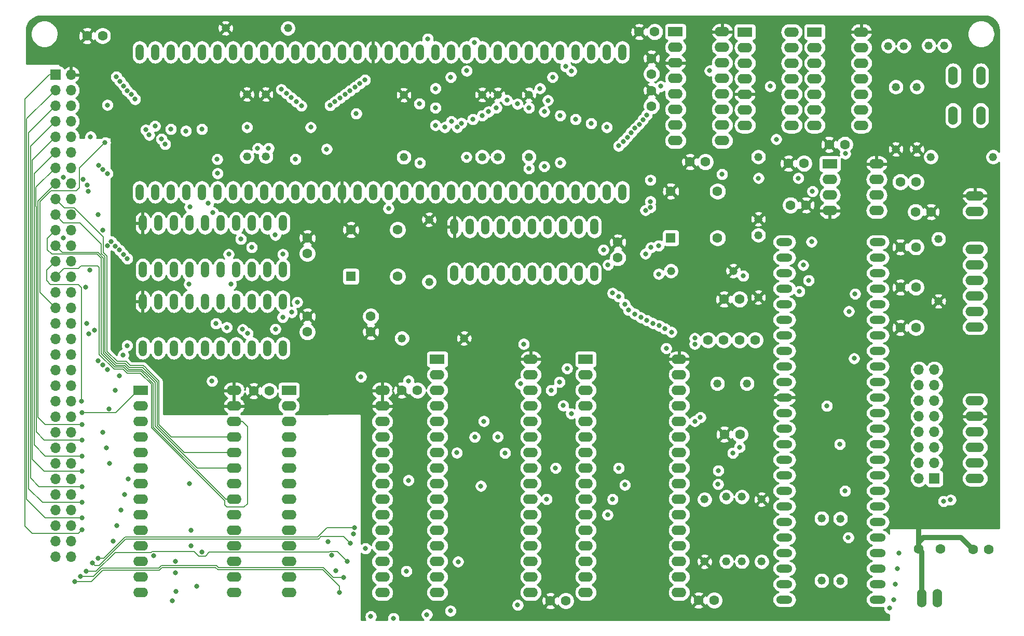
<source format=gbr>
G04 #@! TF.GenerationSoftware,KiCad,Pcbnew,(5.1.5-0-10_14)*
G04 #@! TF.CreationDate,2021-03-05T12:59:52+00:00*
G04 #@! TF.ProjectId,rosco_m68k,726f7363-6f5f-46d3-9638-6b2e6b696361,rev?*
G04 #@! TF.SameCoordinates,Original*
G04 #@! TF.FileFunction,Copper,L3,Inr*
G04 #@! TF.FilePolarity,Positive*
%FSLAX46Y46*%
G04 Gerber Fmt 4.6, Leading zero omitted, Abs format (unit mm)*
G04 Created by KiCad (PCBNEW (5.1.5-0-10_14)) date 2021-03-05 12:59:52*
%MOMM*%
%LPD*%
G04 APERTURE LIST*
%ADD10O,3.048000X1.524000*%
%ADD11O,1.320800X2.641600*%
%ADD12O,2.400000X1.600000*%
%ADD13R,2.400000X1.600000*%
%ADD14C,1.600200*%
%ADD15C,1.320800*%
%ADD16O,1.700000X1.700000*%
%ADD17R,1.700000X1.700000*%
%ADD18C,1.600000*%
%ADD19R,1.600000X1.600000*%
%ADD20O,2.641600X1.320800*%
%ADD21O,1.524000X3.048000*%
%ADD22C,0.800000*%
%ADD23C,0.850000*%
%ADD24C,0.152400*%
%ADD25C,0.254000*%
G04 APERTURE END LIST*
D10*
X223300000Y-121150000D03*
X223300000Y-118610000D03*
X223300000Y-123690000D03*
X223300000Y-126230000D03*
X223300000Y-128770000D03*
X223300000Y-131310000D03*
D11*
X87538000Y-102390000D03*
X90078000Y-102390000D03*
X92618000Y-102390000D03*
X95158000Y-102390000D03*
X97698000Y-102390000D03*
X100238000Y-102390000D03*
X102778000Y-102390000D03*
X105318000Y-102390000D03*
X107858000Y-102390000D03*
X110398000Y-102390000D03*
X110398000Y-110010000D03*
X107858000Y-110010000D03*
X105318000Y-110010000D03*
X102778000Y-110010000D03*
X100238000Y-110010000D03*
X97698000Y-110010000D03*
X95158000Y-110010000D03*
X92618000Y-110010000D03*
X90078000Y-110010000D03*
X87538000Y-110010000D03*
D12*
X182070000Y-58324800D03*
X174450000Y-76104800D03*
X182070000Y-60864800D03*
X174450000Y-73564800D03*
X182070000Y-63404800D03*
X174450000Y-71024800D03*
X182070000Y-65944800D03*
X174450000Y-68484800D03*
X182070000Y-68484800D03*
X174450000Y-65944800D03*
X182070000Y-71024800D03*
X174450000Y-63404800D03*
X182070000Y-73564800D03*
X174450000Y-60864800D03*
X182070000Y-76104800D03*
D13*
X174450000Y-58324800D03*
X185775000Y-58374800D03*
D12*
X193395000Y-73614800D03*
X185775000Y-60914800D03*
X193395000Y-71074800D03*
X185775000Y-63454800D03*
X193395000Y-68534800D03*
X185775000Y-65994800D03*
X193395000Y-65994800D03*
X185775000Y-68534800D03*
X193395000Y-63454800D03*
X185775000Y-71074800D03*
X193395000Y-60914800D03*
X185775000Y-73614800D03*
X193395000Y-58374800D03*
D13*
X197150000Y-58374800D03*
D12*
X204770000Y-73614800D03*
X197150000Y-60914800D03*
X204770000Y-71074800D03*
X197150000Y-63454800D03*
X204770000Y-68534800D03*
X197150000Y-65994800D03*
X204770000Y-65994800D03*
X197150000Y-68534800D03*
X204770000Y-63454800D03*
X197150000Y-71074800D03*
X204770000Y-60914800D03*
X197150000Y-73614800D03*
X204770000Y-58374800D03*
D14*
X195420000Y-79850000D03*
X192880000Y-79850000D03*
D15*
X101070000Y-57750000D03*
X111230000Y-57750000D03*
D12*
X102440000Y-116923600D03*
X87200000Y-149943600D03*
X102440000Y-119463600D03*
X87200000Y-147403600D03*
X102440000Y-122003600D03*
X87200000Y-144863600D03*
X102440000Y-124543600D03*
X87200000Y-142323600D03*
X102440000Y-127083600D03*
X87200000Y-139783600D03*
X102440000Y-129623600D03*
X87200000Y-137243600D03*
X102440000Y-132163600D03*
X87200000Y-134703600D03*
X102440000Y-134703600D03*
X87200000Y-132163600D03*
X102440000Y-137243600D03*
X87200000Y-129623600D03*
X102440000Y-139783600D03*
X87200000Y-127083600D03*
X102440000Y-142323600D03*
X87200000Y-124543600D03*
X102440000Y-144863600D03*
X87200000Y-122003600D03*
X102440000Y-147403600D03*
X87200000Y-119463600D03*
X102440000Y-149943600D03*
D13*
X87200000Y-116923600D03*
D11*
X138370000Y-90190000D03*
X140910000Y-90190000D03*
X143450000Y-90190000D03*
X145990000Y-90190000D03*
X148530000Y-90190000D03*
X151070000Y-90190000D03*
X153610000Y-90190000D03*
X156150000Y-90190000D03*
X158690000Y-90190000D03*
X161230000Y-90190000D03*
X161230000Y-97810000D03*
X158690000Y-97810000D03*
X156150000Y-97810000D03*
X153610000Y-97810000D03*
X151070000Y-97810000D03*
X148530000Y-97810000D03*
X145990000Y-97810000D03*
X143450000Y-97810000D03*
X140910000Y-97810000D03*
X138370000Y-97810000D03*
D16*
X75865000Y-144090000D03*
X73325000Y-144090000D03*
X75865000Y-141550000D03*
X73325000Y-141550000D03*
X75865000Y-139010000D03*
X73325000Y-139010000D03*
X75865000Y-136470000D03*
X73325000Y-136470000D03*
X75865000Y-133930000D03*
X73325000Y-133930000D03*
X75865000Y-131390000D03*
X73325000Y-131390000D03*
X75865000Y-128850000D03*
X73325000Y-128850000D03*
X75865000Y-126310000D03*
X73325000Y-126310000D03*
X75865000Y-123770000D03*
X73325000Y-123770000D03*
X75865000Y-121230000D03*
X73325000Y-121230000D03*
X75865000Y-118690000D03*
X73325000Y-118690000D03*
X75865000Y-116150000D03*
X73325000Y-116150000D03*
X75865000Y-113610000D03*
X73325000Y-113610000D03*
X75865000Y-111070000D03*
X73325000Y-111070000D03*
X75865000Y-108530000D03*
X73325000Y-108530000D03*
X75865000Y-105990000D03*
X73325000Y-105990000D03*
X75865000Y-103450000D03*
X73325000Y-103450000D03*
X75865000Y-100910000D03*
X73325000Y-100910000D03*
X75865000Y-98370000D03*
X73325000Y-98370000D03*
X75865000Y-95830000D03*
X73325000Y-95830000D03*
X75865000Y-93290000D03*
X73325000Y-93290000D03*
X75865000Y-90750000D03*
X73325000Y-90750000D03*
X75865000Y-88210000D03*
X73325000Y-88210000D03*
X75865000Y-85670000D03*
X73325000Y-85670000D03*
X75865000Y-83130000D03*
X73325000Y-83130000D03*
X75865000Y-80590000D03*
X73325000Y-80590000D03*
X75865000Y-78050000D03*
X73325000Y-78050000D03*
X75865000Y-75510000D03*
X73325000Y-75510000D03*
X75865000Y-72970000D03*
X73325000Y-72970000D03*
X75865000Y-70430000D03*
X73325000Y-70430000D03*
X75865000Y-67890000D03*
X73325000Y-67890000D03*
X75865000Y-65350000D03*
D17*
X73325000Y-65350000D03*
D11*
X163230000Y-61670000D03*
X160690000Y-61670000D03*
X158150000Y-61670000D03*
X155610000Y-61670000D03*
X153070000Y-61670000D03*
X150530000Y-61670000D03*
X147990000Y-61670000D03*
X145450000Y-61670000D03*
X142910000Y-61670000D03*
X140370000Y-61670000D03*
X137830000Y-61670000D03*
X135290000Y-61670000D03*
X163230000Y-84530000D03*
X160690000Y-84530000D03*
X158150000Y-84530000D03*
X155610000Y-84530000D03*
X153070000Y-84530000D03*
X150530000Y-84530000D03*
X147990000Y-84530000D03*
X145450000Y-84530000D03*
X142910000Y-84530000D03*
X140370000Y-84530000D03*
X137830000Y-84530000D03*
X135290000Y-84530000D03*
X87030000Y-61670000D03*
X89570000Y-61670000D03*
X92110000Y-61670000D03*
X94650000Y-61670000D03*
X97190000Y-61670000D03*
X99730000Y-61670000D03*
X102270000Y-61670000D03*
X104810000Y-61670000D03*
X107350000Y-61670000D03*
X109890000Y-61670000D03*
X112430000Y-61670000D03*
X114970000Y-61670000D03*
X117510000Y-61670000D03*
X120050000Y-61670000D03*
X122590000Y-61670000D03*
X125130000Y-61670000D03*
X127670000Y-61670000D03*
X130210000Y-61670000D03*
X132750000Y-61670000D03*
X165770000Y-61670000D03*
X165770000Y-84530000D03*
X132750000Y-84530000D03*
X130210000Y-84530000D03*
X127670000Y-84530000D03*
X125130000Y-84530000D03*
X122590000Y-84530000D03*
X120050000Y-84530000D03*
X117510000Y-84530000D03*
X114970000Y-84530000D03*
X112430000Y-84530000D03*
X109890000Y-84530000D03*
X107350000Y-84530000D03*
X104810000Y-84530000D03*
X102270000Y-84530000D03*
X99730000Y-84530000D03*
X97190000Y-84530000D03*
X94650000Y-84530000D03*
X92110000Y-84530000D03*
X89570000Y-84530000D03*
X87030000Y-84530000D03*
D15*
X104538300Y-68548100D03*
X104538300Y-78708100D03*
X185287500Y-134300000D03*
X182747500Y-134300000D03*
D11*
X87538000Y-89590000D03*
X90078000Y-89590000D03*
X92618000Y-89590000D03*
X95158000Y-89590000D03*
X97698000Y-89590000D03*
X100238000Y-89590000D03*
X102778000Y-89590000D03*
X105318000Y-89590000D03*
X107858000Y-89590000D03*
X110398000Y-89590000D03*
X110398000Y-97210000D03*
X107858000Y-97210000D03*
X105318000Y-97210000D03*
X102778000Y-97210000D03*
X100238000Y-97210000D03*
X97698000Y-97210000D03*
X95158000Y-97210000D03*
X92618000Y-97210000D03*
X90078000Y-97210000D03*
X87538000Y-97210000D03*
D18*
X129120000Y-98300000D03*
X129120000Y-90680000D03*
X121500000Y-90680000D03*
D19*
X121500000Y-98300000D03*
D18*
X181320000Y-92000000D03*
X181320000Y-84380000D03*
X173700000Y-84380000D03*
D19*
X173700000Y-92000000D03*
D15*
X173720000Y-97400000D03*
X183880000Y-97400000D03*
D20*
X207470000Y-92690000D03*
X207470000Y-95230000D03*
X207470000Y-97770000D03*
X207470000Y-100310000D03*
X207470000Y-102850000D03*
X207470000Y-105390000D03*
X207470000Y-107930000D03*
X207470000Y-110470000D03*
X207470000Y-113010000D03*
X207470000Y-115550000D03*
X207470000Y-118090000D03*
X207470000Y-120630000D03*
X207470000Y-123170000D03*
X207470000Y-125710000D03*
X207470000Y-128250000D03*
X207470000Y-130790000D03*
X207470000Y-133330000D03*
X207470000Y-135870000D03*
X207470000Y-138410000D03*
X207470000Y-140950000D03*
X207470000Y-143490000D03*
X207470000Y-146030000D03*
X207470000Y-148570000D03*
X207470000Y-151110000D03*
X192230000Y-151110000D03*
X192230000Y-148570000D03*
X192230000Y-146030000D03*
X192230000Y-143490000D03*
X192230000Y-140950000D03*
X192230000Y-138410000D03*
X192230000Y-135870000D03*
X192230000Y-133330000D03*
X192230000Y-130790000D03*
X192230000Y-128250000D03*
X192230000Y-125710000D03*
X192230000Y-123170000D03*
X192230000Y-120630000D03*
X192230000Y-118090000D03*
X192230000Y-115550000D03*
X192230000Y-113010000D03*
X192230000Y-110470000D03*
X192230000Y-107930000D03*
X192230000Y-105390000D03*
X192230000Y-102850000D03*
X192230000Y-100310000D03*
X192230000Y-97770000D03*
X192230000Y-95230000D03*
X192230000Y-92690000D03*
D15*
X134250000Y-99180000D03*
X134250000Y-89020000D03*
D14*
X170550000Y-70470000D03*
X170550000Y-67930000D03*
D10*
X223300000Y-96400000D03*
X223300000Y-93860000D03*
X223300000Y-98940000D03*
X223300000Y-101480000D03*
X223300000Y-104020000D03*
X223300000Y-106560000D03*
D12*
X175040000Y-111823600D03*
X159800000Y-149923600D03*
X175040000Y-114363600D03*
X159800000Y-147383600D03*
X175040000Y-116903600D03*
X159800000Y-144843600D03*
X175040000Y-119443600D03*
X159800000Y-142303600D03*
X175040000Y-121983600D03*
X159800000Y-139763600D03*
X175040000Y-124523600D03*
X159800000Y-137223600D03*
X175040000Y-127063600D03*
X159800000Y-134683600D03*
X175040000Y-129603600D03*
X159800000Y-132143600D03*
X175040000Y-132143600D03*
X159800000Y-129603600D03*
X175040000Y-134683600D03*
X159800000Y-127063600D03*
X175040000Y-137223600D03*
X159800000Y-124523600D03*
X175040000Y-139763600D03*
X159800000Y-121983600D03*
X175040000Y-142303600D03*
X159800000Y-119443600D03*
X175040000Y-144843600D03*
X159800000Y-116903600D03*
X175040000Y-147383600D03*
X159800000Y-114363600D03*
X175040000Y-149923600D03*
D13*
X159800000Y-111823600D03*
D12*
X150840000Y-111823600D03*
X135600000Y-149923600D03*
X150840000Y-114363600D03*
X135600000Y-147383600D03*
X150840000Y-116903600D03*
X135600000Y-144843600D03*
X150840000Y-119443600D03*
X135600000Y-142303600D03*
X150840000Y-121983600D03*
X135600000Y-139763600D03*
X150840000Y-124523600D03*
X135600000Y-137223600D03*
X150840000Y-127063600D03*
X135600000Y-134683600D03*
X150840000Y-129603600D03*
X135600000Y-132143600D03*
X150840000Y-132143600D03*
X135600000Y-129603600D03*
X150840000Y-134683600D03*
X135600000Y-127063600D03*
X150840000Y-137223600D03*
X135600000Y-124523600D03*
X150840000Y-139763600D03*
X135600000Y-121983600D03*
X150840000Y-142303600D03*
X135600000Y-119443600D03*
X150840000Y-144843600D03*
X135600000Y-116903600D03*
X150840000Y-147383600D03*
X135600000Y-114363600D03*
X150840000Y-149923600D03*
D13*
X135600000Y-111823600D03*
D12*
X126640000Y-116923600D03*
X111400000Y-149943600D03*
X126640000Y-119463600D03*
X111400000Y-147403600D03*
X126640000Y-122003600D03*
X111400000Y-144863600D03*
X126640000Y-124543600D03*
X111400000Y-142323600D03*
X126640000Y-127083600D03*
X111400000Y-139783600D03*
X126640000Y-129623600D03*
X111400000Y-137243600D03*
X126640000Y-132163600D03*
X111400000Y-134703600D03*
X126640000Y-134703600D03*
X111400000Y-132163600D03*
X126640000Y-137243600D03*
X111400000Y-129623600D03*
X126640000Y-139783600D03*
X111400000Y-127083600D03*
X126640000Y-142323600D03*
X111400000Y-124543600D03*
X126640000Y-144863600D03*
X111400000Y-122003600D03*
X126640000Y-147403600D03*
X111400000Y-119463600D03*
X126640000Y-149943600D03*
D13*
X111400000Y-116923600D03*
D15*
X188500000Y-134720000D03*
X188500000Y-144880000D03*
X179200000Y-144880000D03*
X179200000Y-134720000D03*
X186113000Y-115800000D03*
X181287000Y-115800000D03*
X185287500Y-144850000D03*
X182747500Y-144850000D03*
D10*
X223300000Y-87670000D03*
X223300000Y-85130000D03*
D21*
X217170000Y-150900000D03*
X214630000Y-150900000D03*
D12*
X207270000Y-79925000D03*
X199650000Y-87545000D03*
X207270000Y-82465000D03*
X199650000Y-85005000D03*
X207270000Y-85005000D03*
X199650000Y-82465000D03*
X207270000Y-87545000D03*
D13*
X199650000Y-79925000D03*
D14*
X214122000Y-142850000D03*
X217678000Y-142850000D03*
X124750000Y-104830000D03*
X124750000Y-107370000D03*
X211130000Y-100085000D03*
X213670000Y-100085000D03*
X193230000Y-86650000D03*
X195770000Y-86650000D03*
X184970000Y-124100000D03*
X182430000Y-124100000D03*
X179345000Y-79600000D03*
X176805000Y-79600000D03*
X202070000Y-76750000D03*
X199530000Y-76750000D03*
X168530000Y-58350000D03*
X171070000Y-58350000D03*
X211130000Y-93500000D03*
X213670000Y-93500000D03*
X78455000Y-59000000D03*
X80995000Y-59000000D03*
X223005000Y-142925000D03*
X225545000Y-142925000D03*
X182360000Y-102030000D03*
X184900000Y-102030000D03*
X211130000Y-106670000D03*
X213670000Y-106670000D03*
X170550000Y-65220000D03*
X170550000Y-62680000D03*
X165050000Y-95270000D03*
X165050000Y-92730000D03*
X114400000Y-107370000D03*
X114400000Y-104830000D03*
X114400000Y-94570000D03*
X114400000Y-92030000D03*
X187470000Y-108700000D03*
X184930000Y-108700000D03*
X182320000Y-108700000D03*
X179780000Y-108700000D03*
D16*
X214150000Y-113530000D03*
X216690000Y-113530000D03*
X214150000Y-116070000D03*
X216690000Y-116070000D03*
X214150000Y-118610000D03*
X216690000Y-118610000D03*
X214150000Y-121150000D03*
X216690000Y-121150000D03*
X214150000Y-123690000D03*
X216690000Y-123690000D03*
X214150000Y-126230000D03*
X216690000Y-126230000D03*
X214150000Y-128770000D03*
X216690000Y-128770000D03*
X214150000Y-131310000D03*
D17*
X216690000Y-131310000D03*
D14*
X211130000Y-82850000D03*
X213670000Y-82850000D03*
D15*
X129820000Y-108400000D03*
X139980000Y-108400000D03*
X201350000Y-148030000D03*
X201350000Y-137870000D03*
X198300000Y-147980000D03*
X198300000Y-137820000D03*
D21*
X224260600Y-65498800D03*
X219739400Y-65498800D03*
X224260600Y-72001200D03*
X219739400Y-72001200D03*
D15*
X213830000Y-77520000D03*
X213830000Y-67360000D03*
D14*
X213630000Y-87750000D03*
X216170000Y-87750000D03*
X108170000Y-117000000D03*
X105630000Y-117000000D03*
X132370000Y-116900000D03*
X129830000Y-116900000D03*
X156570000Y-151300000D03*
X154030000Y-151300000D03*
X180770000Y-151200000D03*
X178230000Y-151200000D03*
D15*
X218320000Y-60600000D03*
X215780000Y-60600000D03*
X211700000Y-60650000D03*
X209160000Y-60650000D03*
X130141500Y-68662400D03*
X130141500Y-78822400D03*
X217363800Y-102346800D03*
X217363800Y-92186800D03*
X226276000Y-78790000D03*
X216116000Y-78790000D03*
X210400000Y-77520000D03*
X210400000Y-67360000D03*
X187970100Y-101713600D03*
X187970100Y-91553600D03*
X187970100Y-88930000D03*
X187970100Y-78770000D03*
X142915100Y-68623600D03*
X142915100Y-78783600D03*
X145455100Y-68623600D03*
X145455100Y-78783600D03*
X150535100Y-68623600D03*
X150535100Y-78783600D03*
X107625000Y-68545000D03*
X107625000Y-78705000D03*
D22*
X202121400Y-133350000D03*
X202150000Y-78250000D03*
X78675000Y-84400000D03*
X78500000Y-83350000D03*
X77850000Y-82475000D03*
X111850000Y-104150000D03*
X108083012Y-77358012D03*
X114950000Y-73937730D03*
X104550000Y-73937730D03*
X117550000Y-77500000D03*
X188000000Y-82250000D03*
X194500000Y-82250000D03*
X170372569Y-86060329D03*
X170375000Y-82557201D03*
X74600000Y-92025000D03*
X172050000Y-67250000D03*
X189900000Y-67250000D03*
X140350000Y-78800000D03*
X141650000Y-60078600D03*
X122375000Y-71702465D03*
X105325000Y-93550000D03*
X78198746Y-100072032D03*
X99700000Y-79157460D03*
X99750000Y-81475000D03*
X99025000Y-87875000D03*
X182050000Y-81621400D03*
X180050000Y-64700000D03*
X112450000Y-79147350D03*
X150550000Y-80671400D03*
X81775000Y-81500000D03*
X81800000Y-113500000D03*
X81754073Y-93297201D03*
X153050000Y-80328600D03*
X81025000Y-80850000D03*
X81000172Y-112795995D03*
X81000000Y-90750000D03*
X155650000Y-79700000D03*
X80325000Y-80175000D03*
X80300000Y-112050000D03*
X80292086Y-88207914D03*
X95200000Y-132150000D03*
X101250000Y-106628600D03*
X142700000Y-132543610D03*
X184900000Y-126200000D03*
X123150000Y-114700000D03*
X103850000Y-106950000D03*
X183800000Y-127150000D03*
X149158600Y-115850000D03*
X104638228Y-107604270D03*
X181432123Y-130017877D03*
X172950000Y-110050000D03*
X181400000Y-132250000D03*
X99478600Y-106000000D03*
X149700000Y-109350000D03*
X177600000Y-109350000D03*
X177600000Y-121950000D03*
X98200000Y-86350000D03*
X178525813Y-121321400D03*
X177600000Y-108397597D03*
X109200000Y-106900000D03*
X109175000Y-91550000D03*
X95225000Y-86978600D03*
X202750000Y-104000000D03*
X202650000Y-140950000D03*
X127650000Y-87200000D03*
X170380563Y-87012697D03*
X170450000Y-93571401D03*
X190900000Y-75900000D03*
X199150000Y-119450000D03*
X196650000Y-92650000D03*
X106300000Y-77375000D03*
X95125000Y-99571400D03*
X110400000Y-94675000D03*
X171725000Y-97911780D03*
X101928600Y-99571400D03*
X101575000Y-94675000D03*
X171700000Y-93266591D03*
X103550000Y-92200000D03*
X185497138Y-98216590D03*
X203750000Y-101150000D03*
X112750000Y-102500000D03*
X98850000Y-115400000D03*
X130900000Y-115350000D03*
X130900000Y-131600000D03*
X137900000Y-72975000D03*
X135300000Y-73603600D03*
X79034886Y-75475000D03*
X134050000Y-59500000D03*
X132750000Y-79756970D03*
X74575000Y-82150000D03*
X203600000Y-111700000D03*
X78375000Y-105975000D03*
X210943030Y-143500000D03*
X210638220Y-146000000D03*
X210333410Y-148550000D03*
X210028600Y-151100000D03*
X209400000Y-152500000D03*
X218210000Y-135020000D03*
X219323500Y-134795475D03*
X138800000Y-127100000D03*
X138850000Y-73937730D03*
X163250000Y-73937730D03*
X77675000Y-127625000D03*
X141700000Y-124550000D03*
X139531763Y-73272697D03*
X160700000Y-73309130D03*
X77675000Y-125050000D03*
X143200000Y-121950000D03*
X158150000Y-72644097D03*
X141400000Y-72644097D03*
X77625000Y-122500000D03*
X145450000Y-124500000D03*
X142950000Y-72015497D03*
X155650000Y-72015497D03*
X146650000Y-127150000D03*
X143950000Y-71386897D03*
X153050000Y-71386897D03*
X153433600Y-134683600D03*
X145250000Y-70758297D03*
X150550000Y-70758297D03*
X154900000Y-129600000D03*
X156150000Y-119400000D03*
X153650000Y-69550000D03*
X146950000Y-69500000D03*
X77600000Y-118675000D03*
X157450000Y-120700000D03*
X156550000Y-64000000D03*
X140400000Y-64700000D03*
X157450000Y-64750000D03*
X77675000Y-120578600D03*
X156785801Y-113334990D03*
X137800000Y-65750000D03*
X154400000Y-65750000D03*
X136825000Y-73937730D03*
X81400000Y-76450000D03*
X164200000Y-101028600D03*
X164200000Y-134700000D03*
X77650000Y-135225000D03*
X163450000Y-96400000D03*
X163383410Y-137250000D03*
X77675000Y-137700000D03*
X121960434Y-140361580D03*
X162700000Y-93950000D03*
X77675000Y-139646400D03*
X130550000Y-146450000D03*
X92911780Y-144850000D03*
X168800000Y-105000000D03*
X139000000Y-144900000D03*
X83967800Y-136475000D03*
X88600000Y-75200000D03*
X166600000Y-75550000D03*
X95461780Y-142300000D03*
X90621400Y-75848146D03*
X167804344Y-104428600D03*
X84596400Y-133925000D03*
X165950000Y-76250000D03*
X95461780Y-139750000D03*
X91200000Y-76700000D03*
X166800001Y-103800000D03*
X85225000Y-131425000D03*
X165178600Y-76971400D03*
X118100000Y-70349999D03*
X117764200Y-141618780D03*
X82175000Y-128850000D03*
X118392800Y-143850000D03*
X118914285Y-69757142D03*
X81600000Y-126300000D03*
X119021400Y-146400000D03*
X119728570Y-69164285D03*
X81075000Y-123775000D03*
X119650000Y-149950000D03*
X120542855Y-68571428D03*
X128450000Y-154147840D03*
X76471655Y-148108992D03*
X120350000Y-147450000D03*
X121357140Y-67978571D03*
X124750000Y-153843030D03*
X77423472Y-147337994D03*
X120900000Y-144850000D03*
X122171425Y-67385714D03*
X78350000Y-146444600D03*
X122985710Y-66792857D03*
X121423791Y-141923590D03*
X79323205Y-145120998D03*
X123800000Y-66200000D03*
X122069488Y-139363590D03*
X80275000Y-144350000D03*
X110150000Y-67750000D03*
X82413940Y-92610438D03*
X83250000Y-65700000D03*
X82075000Y-119950000D03*
X110970732Y-68423816D03*
X83042540Y-93343164D03*
X83846134Y-66445315D03*
X83025000Y-116875000D03*
X111791464Y-69097632D03*
X83744744Y-93986576D03*
X84452299Y-67179912D03*
X83775000Y-114550000D03*
X112612196Y-69771448D03*
X84392589Y-94684692D03*
X84988166Y-67967259D03*
X84371399Y-111146399D03*
X113432930Y-70445264D03*
X85021400Y-95400000D03*
X85700000Y-68600000D03*
X85000000Y-109600000D03*
X154200000Y-116900000D03*
X148671400Y-70129697D03*
X132700000Y-70100000D03*
X86300000Y-69350000D03*
X78925000Y-97225000D03*
X78738625Y-107703600D03*
X165200000Y-101600000D03*
X165200000Y-129600000D03*
X194671400Y-100750000D03*
X77675000Y-130150000D03*
X166171401Y-102850000D03*
X166200000Y-132350000D03*
X77675000Y-132625000D03*
X123900000Y-142750000D03*
X97200000Y-143350000D03*
X97200000Y-74242540D03*
X173800000Y-107400000D03*
X169750000Y-71950000D03*
X96400000Y-148900000D03*
X94600000Y-74547350D03*
X172750000Y-106850000D03*
X137750000Y-152928600D03*
X169150000Y-72700000D03*
X92399400Y-151250600D03*
X92143492Y-74256508D03*
X171800000Y-106350000D03*
X133900000Y-153538220D03*
X89325000Y-143925000D03*
X168550000Y-73450000D03*
X93005512Y-149755512D03*
X89550000Y-73732838D03*
X170750000Y-105950000D03*
X82710599Y-141550000D03*
X167850000Y-74100000D03*
X92911780Y-146750000D03*
X88052390Y-74361438D03*
X169800000Y-105500000D03*
X148713512Y-151976210D03*
X83339199Y-139000000D03*
X167209713Y-74818344D03*
X196800000Y-84400000D03*
X201250000Y-125700000D03*
X196171400Y-98950000D03*
X195300000Y-96450000D03*
X169562269Y-87500000D03*
X169562269Y-94600000D03*
X155528600Y-115550000D03*
X135300000Y-67600000D03*
X152350000Y-67600000D03*
X135300000Y-70758297D03*
X81785340Y-70300000D03*
X79663486Y-107075000D03*
X110375000Y-104975000D03*
D23*
X214630000Y-143358000D02*
X214122000Y-142850000D01*
X214630000Y-150900000D02*
X214630000Y-143358000D01*
X214122000Y-141718488D02*
X214890488Y-140950000D01*
X214122000Y-142850000D02*
X214122000Y-141718488D01*
X221030000Y-140950000D02*
X223005000Y-142925000D01*
X214890488Y-140950000D02*
X221030000Y-140950000D01*
X214122000Y-141718488D02*
X214122000Y-135578000D01*
D24*
X69850000Y-86950000D02*
X69850000Y-125800000D01*
X69849050Y-86949050D02*
X69850000Y-86950000D01*
X69849050Y-81550950D02*
X69849050Y-86949050D01*
X69889430Y-81510570D02*
X69849050Y-81550950D01*
X69889430Y-81485570D02*
X69889430Y-81510570D01*
X69850000Y-125800000D02*
X71675000Y-127625000D01*
X73325000Y-78050000D02*
X69889430Y-81485570D01*
X71675000Y-127625000D02*
X77675000Y-127625000D01*
X73325000Y-80590000D02*
X70153860Y-83761140D01*
X70153860Y-86822794D02*
X70154810Y-86823744D01*
X70153860Y-83761140D02*
X70153860Y-86822794D01*
X70154810Y-86823744D02*
X70154810Y-123704810D01*
X70154810Y-123704810D02*
X71475000Y-125025000D01*
X77650000Y-125025000D02*
X77675000Y-125050000D01*
X71475000Y-125025000D02*
X77650000Y-125025000D01*
X70459620Y-121334620D02*
X71625000Y-122500000D01*
X70459620Y-85995380D02*
X70459620Y-121334620D01*
X73325000Y-83130000D02*
X70459620Y-85995380D01*
X71625000Y-122500000D02*
X77625000Y-122500000D01*
X81125472Y-94400472D02*
X81125472Y-91874142D01*
X81700000Y-94975000D02*
X81125472Y-94400472D01*
X83375000Y-112200000D02*
X81700000Y-110525000D01*
X84825000Y-112200000D02*
X83375000Y-112200000D01*
X81125472Y-91874142D02*
X76382729Y-87131399D01*
X85500000Y-112875000D02*
X84825000Y-112200000D01*
X90189427Y-115396229D02*
X88104976Y-113311780D01*
X87675000Y-112875000D02*
X85500000Y-112875000D01*
X88104976Y-113304976D02*
X87675000Y-112875000D01*
X81700000Y-110525000D02*
X81700000Y-94975000D01*
X88104976Y-113311780D02*
X88104976Y-113304976D01*
X74786399Y-87131399D02*
X73325000Y-85670000D01*
X102440000Y-124543600D02*
X92220798Y-124543600D01*
X76382729Y-87131399D02*
X74786399Y-87131399D01*
X90189428Y-122512230D02*
X90189427Y-115396229D01*
X92220798Y-124543600D02*
X90189428Y-122512230D01*
X74640000Y-89525000D02*
X73325000Y-88210000D01*
X80820662Y-93070662D02*
X77275000Y-89525000D01*
X87548744Y-113179810D02*
X85373743Y-113179809D01*
X81395190Y-110651256D02*
X81395190Y-95101256D01*
X83248743Y-112504809D02*
X81395190Y-110651256D01*
X84698744Y-112504810D02*
X83248743Y-112504809D01*
X87800167Y-113431233D02*
X87548744Y-113179810D01*
X77275000Y-89525000D02*
X74640000Y-89525000D01*
X80820662Y-94526728D02*
X80820662Y-93070662D01*
X102440000Y-127083600D02*
X94329732Y-127083600D01*
X85373743Y-113179809D02*
X84698744Y-112504810D01*
X87800167Y-113438037D02*
X87800167Y-113431233D01*
X89884618Y-115522486D02*
X87800167Y-113438037D01*
X81395190Y-95101256D02*
X80820662Y-94526728D01*
X89884618Y-122638486D02*
X89884618Y-115522486D01*
X94329732Y-127083600D02*
X89884618Y-122638486D01*
X72000000Y-93950000D02*
X72000000Y-92075000D01*
X80105213Y-94673411D02*
X72723411Y-94673411D01*
X80785570Y-95353768D02*
X80105213Y-94673411D01*
X80785570Y-110903768D02*
X80785570Y-95353768D01*
X82996230Y-113114428D02*
X80785570Y-110903768D01*
X84439429Y-113114429D02*
X82996230Y-113114428D01*
X72000000Y-92075000D02*
X73325000Y-90750000D01*
X84659099Y-113334099D02*
X84439429Y-113114429D01*
X101087600Y-134703600D02*
X89275000Y-122891000D01*
X84665901Y-113334099D02*
X84659099Y-113334099D01*
X72723411Y-94673411D02*
X72000000Y-93950000D01*
X87283362Y-113789428D02*
X85121229Y-113789427D01*
X87720142Y-114226208D02*
X87283362Y-113789428D01*
X89275000Y-115775000D02*
X87726209Y-114226209D01*
X85121229Y-113789427D02*
X84665901Y-113334099D01*
X102440000Y-134703600D02*
X101087600Y-134703600D01*
X87726209Y-114226209D02*
X87720142Y-114226208D01*
X89275000Y-122891000D02*
X89275000Y-115775000D01*
X83122487Y-112809619D02*
X81090380Y-110777512D01*
X84572487Y-112809619D02*
X83122487Y-112809619D01*
X81090380Y-110777512D02*
X81090380Y-95227512D01*
X84572488Y-112809620D02*
X84572487Y-112809619D01*
X83884619Y-112809619D02*
X84572488Y-112809620D01*
X80231469Y-94368601D02*
X80515853Y-94652985D01*
X74403601Y-94368601D02*
X80231469Y-94368601D01*
X73325000Y-93290000D02*
X74403601Y-94368601D01*
X80515853Y-94652985D02*
X81068934Y-95206066D01*
X96438666Y-129623600D02*
X102440000Y-129623600D01*
X89579810Y-122764744D02*
X96438666Y-129623600D01*
X89579809Y-115648743D02*
X89579810Y-122764744D01*
X85247486Y-113484618D02*
X87409619Y-113484619D01*
X87409619Y-113484619D02*
X87846399Y-113921399D01*
X84572487Y-112809619D02*
X85247486Y-113484618D01*
X87846399Y-113921399D02*
X87852465Y-113921399D01*
X87852465Y-113921399D02*
X89579809Y-115648743D01*
X73325000Y-95830000D02*
X71850000Y-97305000D01*
X71850000Y-97305000D02*
X71850000Y-99000000D01*
X71850000Y-99000000D02*
X72500000Y-99650000D01*
X72500000Y-99650000D02*
X76200000Y-99650000D01*
X76200000Y-99650000D02*
X76975000Y-99650000D01*
X76975000Y-99650000D02*
X77075000Y-99650000D01*
X77075000Y-99650000D02*
X77575000Y-100150000D01*
X77575000Y-118650000D02*
X77600000Y-118675000D01*
X77575000Y-100150000D02*
X77575000Y-118650000D01*
X104625000Y-135475000D02*
X104625000Y-122836200D01*
X104100000Y-136000000D02*
X104625000Y-135475000D01*
X104625000Y-122836200D02*
X103792400Y-122003600D01*
X101275000Y-136000000D02*
X104100000Y-136000000D01*
X100900000Y-134947066D02*
X100900000Y-135625000D01*
X88970190Y-123017256D02*
X100900000Y-134947066D01*
X103792400Y-122003600D02*
X102440000Y-122003600D01*
X82869973Y-113419237D02*
X84313172Y-113419238D01*
X84988171Y-114094237D02*
X87157105Y-114094237D01*
X80480760Y-111030024D02*
X82869973Y-113419237D01*
X88970190Y-115907322D02*
X88970190Y-123017256D01*
X87157105Y-114094237D02*
X88970190Y-115907322D01*
X80480760Y-96855760D02*
X80480760Y-111030024D01*
X73325000Y-98370000D02*
X74670000Y-97025000D01*
X84313172Y-113419238D02*
X84988171Y-114094237D01*
X77453601Y-96596399D02*
X80221399Y-96596399D01*
X77025000Y-97025000D02*
X77453601Y-96596399D01*
X100900000Y-135625000D02*
X101275000Y-136000000D01*
X80221399Y-96596399D02*
X80480760Y-96855760D01*
X74670000Y-97025000D02*
X77025000Y-97025000D01*
X83145000Y-120578600D02*
X78050000Y-120578600D01*
X86800000Y-116923600D02*
X83145000Y-120578600D01*
X87200000Y-116923600D02*
X86800000Y-116923600D01*
X78050000Y-120578600D02*
X77675000Y-120578600D01*
X77221399Y-80628601D02*
X77221399Y-83796399D01*
X81400000Y-76450000D02*
X77221399Y-80628601D01*
X77221399Y-83796399D02*
X76700000Y-84317798D01*
X76700000Y-84317798D02*
X72568268Y-84317798D01*
X72568268Y-84317798D02*
X70764430Y-86121636D01*
X70764430Y-100889430D02*
X73325000Y-103450000D01*
X70764430Y-86121636D02*
X70764430Y-100889430D01*
X68934620Y-132959620D02*
X71175000Y-135200000D01*
X68934620Y-74820380D02*
X68934620Y-132959620D01*
X73325000Y-70430000D02*
X68934620Y-74820380D01*
X77625000Y-135200000D02*
X77650000Y-135225000D01*
X71175000Y-135200000D02*
X77625000Y-135200000D01*
X68629810Y-134679810D02*
X71675000Y-137725000D01*
X73325000Y-67890000D02*
X72475001Y-68739999D01*
X68629810Y-72570190D02*
X68629810Y-134679810D01*
X72460001Y-68739999D02*
X68629810Y-72570190D01*
X72475001Y-68739999D02*
X72460001Y-68739999D01*
X77650000Y-137725000D02*
X77675000Y-137700000D01*
X71675000Y-137725000D02*
X77650000Y-137725000D01*
X68325000Y-69347600D02*
X68325000Y-139100000D01*
X68325000Y-139100000D02*
X69500000Y-140275000D01*
X72322600Y-65350000D02*
X68325000Y-69347600D01*
X73325000Y-65350000D02*
X72322600Y-65350000D01*
X77046400Y-140275000D02*
X77675000Y-139646400D01*
X69500000Y-140275000D02*
X77046400Y-140275000D01*
X116915954Y-146197020D02*
X119650000Y-148931066D01*
X99790954Y-146197020D02*
X116915954Y-146197020D01*
X90701256Y-145854810D02*
X99448744Y-145854810D01*
X119650000Y-148931066D02*
X119650000Y-149950000D01*
X90301257Y-146254809D02*
X90701256Y-145854810D01*
X81019454Y-146254810D02*
X90301257Y-146254809D01*
X79165272Y-148108992D02*
X81019454Y-146254810D01*
X99448744Y-145854810D02*
X99790954Y-146197020D01*
X76471655Y-148108992D02*
X79165272Y-148108992D01*
X117042210Y-145892210D02*
X118600000Y-147450000D01*
X99917210Y-145892210D02*
X117042210Y-145892210D01*
X99575000Y-145550000D02*
X99917210Y-145892210D01*
X90575000Y-145550000D02*
X99575000Y-145550000D01*
X79505204Y-147337994D02*
X80893198Y-145950000D01*
X90175000Y-145950000D02*
X90575000Y-145550000D01*
X118600000Y-147450000D02*
X120350000Y-147450000D01*
X80893198Y-145950000D02*
X90175000Y-145950000D01*
X77423472Y-147337994D02*
X79505204Y-147337994D01*
X119271399Y-143221399D02*
X120900000Y-144850000D01*
X118091071Y-143221399D02*
X119271399Y-143221399D01*
X97796399Y-143978601D02*
X98422790Y-143352210D01*
X98422790Y-143352210D02*
X117960260Y-143352210D01*
X89119670Y-143200000D02*
X95925000Y-143200000D01*
X95925000Y-143200000D02*
X96703601Y-143978601D01*
X96703601Y-143978601D02*
X97796399Y-143978601D01*
X78350000Y-146444600D02*
X79967532Y-146444600D01*
X88944670Y-143375000D02*
X89119670Y-143200000D01*
X79967532Y-146444600D02*
X83037132Y-143375000D01*
X117960260Y-143352210D02*
X118091071Y-143221399D01*
X83037132Y-143375000D02*
X88944670Y-143375000D01*
X120325201Y-140825000D02*
X121423791Y-141923590D01*
X116226257Y-141204809D02*
X116606066Y-140825000D01*
X116606066Y-140825000D02*
X120325201Y-140825000D01*
X80460069Y-145520997D02*
X84776256Y-141204810D01*
X84776256Y-141204810D02*
X116226257Y-141204809D01*
X79723204Y-145520997D02*
X80460069Y-145520997D01*
X79323205Y-145120998D02*
X79723204Y-145520997D01*
X117636410Y-139363590D02*
X122069488Y-139363590D01*
X116100000Y-140900000D02*
X117636410Y-139363590D01*
X84650000Y-140900000D02*
X116100000Y-140900000D01*
X81200000Y-144350000D02*
X84650000Y-140900000D01*
X80275000Y-144350000D02*
X81200000Y-144350000D01*
X69544240Y-128194240D02*
X71500000Y-130150000D01*
X69544240Y-79290760D02*
X69544240Y-128194240D01*
X73325000Y-75510000D02*
X69544240Y-79290760D01*
X71500000Y-130150000D02*
X77675000Y-130150000D01*
X69239430Y-77055570D02*
X69239430Y-130839430D01*
X73325000Y-72970000D02*
X69239430Y-77055570D01*
X69239430Y-130839430D02*
X69239430Y-131214430D01*
X69239430Y-131214430D02*
X70650000Y-132625000D01*
X70650000Y-132625000D02*
X77675000Y-132625000D01*
D25*
G36*
X225353893Y-55807670D02*
G01*
X225790498Y-55939489D01*
X226193185Y-56153600D01*
X226546612Y-56441848D01*
X226837327Y-56793261D01*
X227054242Y-57194439D01*
X227189106Y-57630113D01*
X227240000Y-58114344D01*
X227240000Y-77922028D01*
X227101769Y-77783797D01*
X226889602Y-77642031D01*
X226653854Y-77544381D01*
X226403586Y-77494600D01*
X226148414Y-77494600D01*
X225898146Y-77544381D01*
X225662398Y-77642031D01*
X225450231Y-77783797D01*
X225269797Y-77964231D01*
X225128031Y-78176398D01*
X225030381Y-78412146D01*
X224980600Y-78662414D01*
X224980600Y-78917586D01*
X225030381Y-79167854D01*
X225128031Y-79403602D01*
X225269797Y-79615769D01*
X225450231Y-79796203D01*
X225662398Y-79937969D01*
X225898146Y-80035619D01*
X226148414Y-80085400D01*
X226403586Y-80085400D01*
X226653854Y-80035619D01*
X226889602Y-79937969D01*
X227101769Y-79796203D01*
X227240000Y-79657972D01*
X227240001Y-139423000D01*
X209412500Y-139423000D01*
X209387229Y-139425540D01*
X209363434Y-139432861D01*
X209341524Y-139444684D01*
X209322342Y-139460555D01*
X209306624Y-139479862D01*
X209294975Y-139501865D01*
X209287843Y-139525718D01*
X209285501Y-139550504D01*
X209288749Y-140369118D01*
X209212697Y-140226833D01*
X209050818Y-140029582D01*
X208853567Y-139867703D01*
X208628526Y-139747417D01*
X208406285Y-139680000D01*
X208628526Y-139612583D01*
X208853567Y-139492297D01*
X209050818Y-139330418D01*
X209212697Y-139133167D01*
X209332983Y-138908126D01*
X209407056Y-138663943D01*
X209432067Y-138410000D01*
X209407056Y-138156057D01*
X209332983Y-137911874D01*
X209212697Y-137686833D01*
X209050818Y-137489582D01*
X208853567Y-137327703D01*
X208628526Y-137207417D01*
X208406285Y-137140000D01*
X208628526Y-137072583D01*
X208853567Y-136952297D01*
X209050818Y-136790418D01*
X209212697Y-136593167D01*
X209332983Y-136368126D01*
X209407056Y-136123943D01*
X209432067Y-135870000D01*
X209407056Y-135616057D01*
X209332983Y-135371874D01*
X209212697Y-135146833D01*
X209050818Y-134949582D01*
X209012410Y-134918061D01*
X217175000Y-134918061D01*
X217175000Y-135121939D01*
X217214774Y-135321898D01*
X217292795Y-135510256D01*
X217406063Y-135679774D01*
X217550226Y-135823937D01*
X217719744Y-135937205D01*
X217908102Y-136015226D01*
X218108061Y-136055000D01*
X218311939Y-136055000D01*
X218511898Y-136015226D01*
X218700256Y-135937205D01*
X218869774Y-135823937D01*
X218937745Y-135755966D01*
X219021602Y-135790701D01*
X219221561Y-135830475D01*
X219425439Y-135830475D01*
X219625398Y-135790701D01*
X219813756Y-135712680D01*
X219983274Y-135599412D01*
X220127437Y-135455249D01*
X220240705Y-135285731D01*
X220318726Y-135097373D01*
X220358500Y-134897414D01*
X220358500Y-134693536D01*
X220318726Y-134493577D01*
X220240705Y-134305219D01*
X220127437Y-134135701D01*
X219983274Y-133991538D01*
X219813756Y-133878270D01*
X219625398Y-133800249D01*
X219425439Y-133760475D01*
X219221561Y-133760475D01*
X219021602Y-133800249D01*
X218833244Y-133878270D01*
X218663726Y-133991538D01*
X218595755Y-134059509D01*
X218511898Y-134024774D01*
X218311939Y-133985000D01*
X218108061Y-133985000D01*
X217908102Y-134024774D01*
X217719744Y-134102795D01*
X217550226Y-134216063D01*
X217406063Y-134360226D01*
X217292795Y-134529744D01*
X217214774Y-134718102D01*
X217175000Y-134918061D01*
X209012410Y-134918061D01*
X208853567Y-134787703D01*
X208628526Y-134667417D01*
X208406285Y-134600000D01*
X208628526Y-134532583D01*
X208853567Y-134412297D01*
X209050818Y-134250418D01*
X209212697Y-134053167D01*
X209332983Y-133828126D01*
X209407056Y-133583943D01*
X209432067Y-133330000D01*
X209407056Y-133076057D01*
X209332983Y-132831874D01*
X209212697Y-132606833D01*
X209050818Y-132409582D01*
X208853567Y-132247703D01*
X208628526Y-132127417D01*
X208406285Y-132060000D01*
X208628526Y-131992583D01*
X208853567Y-131872297D01*
X209050818Y-131710418D01*
X209212697Y-131513167D01*
X209332983Y-131288126D01*
X209407056Y-131043943D01*
X209432067Y-130790000D01*
X209407056Y-130536057D01*
X209332983Y-130291874D01*
X209212697Y-130066833D01*
X209050818Y-129869582D01*
X208853567Y-129707703D01*
X208628526Y-129587417D01*
X208406285Y-129520000D01*
X208628526Y-129452583D01*
X208853567Y-129332297D01*
X209050818Y-129170418D01*
X209212697Y-128973167D01*
X209332983Y-128748126D01*
X209407056Y-128503943D01*
X209432067Y-128250000D01*
X209407056Y-127996057D01*
X209332983Y-127751874D01*
X209212697Y-127526833D01*
X209050818Y-127329582D01*
X208853567Y-127167703D01*
X208628526Y-127047417D01*
X208406285Y-126980000D01*
X208628526Y-126912583D01*
X208853567Y-126792297D01*
X209050818Y-126630418D01*
X209212697Y-126433167D01*
X209332983Y-126208126D01*
X209407056Y-125963943D01*
X209432067Y-125710000D01*
X209407056Y-125456057D01*
X209332983Y-125211874D01*
X209212697Y-124986833D01*
X209050818Y-124789582D01*
X208853567Y-124627703D01*
X208628526Y-124507417D01*
X208406285Y-124440000D01*
X208628526Y-124372583D01*
X208853567Y-124252297D01*
X209050818Y-124090418D01*
X209212697Y-123893167D01*
X209332983Y-123668126D01*
X209407056Y-123423943D01*
X209432067Y-123170000D01*
X209407056Y-122916057D01*
X209332983Y-122671874D01*
X209212697Y-122446833D01*
X209050818Y-122249582D01*
X208853567Y-122087703D01*
X208628526Y-121967417D01*
X208406285Y-121900000D01*
X208628526Y-121832583D01*
X208853567Y-121712297D01*
X209050818Y-121550418D01*
X209212697Y-121353167D01*
X209332983Y-121128126D01*
X209407056Y-120883943D01*
X209432067Y-120630000D01*
X209407056Y-120376057D01*
X209332983Y-120131874D01*
X209212697Y-119906833D01*
X209050818Y-119709582D01*
X208853567Y-119547703D01*
X208628526Y-119427417D01*
X208406285Y-119360000D01*
X208628526Y-119292583D01*
X208853567Y-119172297D01*
X209050818Y-119010418D01*
X209212697Y-118813167D01*
X209332983Y-118588126D01*
X209407056Y-118343943D01*
X209432067Y-118090000D01*
X209407056Y-117836057D01*
X209332983Y-117591874D01*
X209212697Y-117366833D01*
X209050818Y-117169582D01*
X208853567Y-117007703D01*
X208628526Y-116887417D01*
X208406285Y-116820000D01*
X208628526Y-116752583D01*
X208853567Y-116632297D01*
X209050818Y-116470418D01*
X209212697Y-116273167D01*
X209332983Y-116048126D01*
X209407056Y-115803943D01*
X209432067Y-115550000D01*
X209407056Y-115296057D01*
X209332983Y-115051874D01*
X209212697Y-114826833D01*
X209050818Y-114629582D01*
X208853567Y-114467703D01*
X208628526Y-114347417D01*
X208406285Y-114280000D01*
X208628526Y-114212583D01*
X208853567Y-114092297D01*
X209050818Y-113930418D01*
X209212697Y-113733167D01*
X209332983Y-113508126D01*
X209370715Y-113383740D01*
X212665000Y-113383740D01*
X212665000Y-113676260D01*
X212722068Y-113963158D01*
X212834010Y-114233411D01*
X212996525Y-114476632D01*
X213203368Y-114683475D01*
X213377760Y-114800000D01*
X213203368Y-114916525D01*
X212996525Y-115123368D01*
X212834010Y-115366589D01*
X212722068Y-115636842D01*
X212665000Y-115923740D01*
X212665000Y-116216260D01*
X212722068Y-116503158D01*
X212834010Y-116773411D01*
X212996525Y-117016632D01*
X213203368Y-117223475D01*
X213377760Y-117340000D01*
X213203368Y-117456525D01*
X212996525Y-117663368D01*
X212834010Y-117906589D01*
X212722068Y-118176842D01*
X212665000Y-118463740D01*
X212665000Y-118756260D01*
X212722068Y-119043158D01*
X212834010Y-119313411D01*
X212996525Y-119556632D01*
X213203368Y-119763475D01*
X213377760Y-119880000D01*
X213203368Y-119996525D01*
X212996525Y-120203368D01*
X212834010Y-120446589D01*
X212722068Y-120716842D01*
X212665000Y-121003740D01*
X212665000Y-121296260D01*
X212722068Y-121583158D01*
X212834010Y-121853411D01*
X212996525Y-122096632D01*
X213203368Y-122303475D01*
X213377760Y-122420000D01*
X213203368Y-122536525D01*
X212996525Y-122743368D01*
X212834010Y-122986589D01*
X212722068Y-123256842D01*
X212665000Y-123543740D01*
X212665000Y-123836260D01*
X212722068Y-124123158D01*
X212834010Y-124393411D01*
X212996525Y-124636632D01*
X213203368Y-124843475D01*
X213377760Y-124960000D01*
X213203368Y-125076525D01*
X212996525Y-125283368D01*
X212834010Y-125526589D01*
X212722068Y-125796842D01*
X212665000Y-126083740D01*
X212665000Y-126376260D01*
X212722068Y-126663158D01*
X212834010Y-126933411D01*
X212996525Y-127176632D01*
X213203368Y-127383475D01*
X213377760Y-127500000D01*
X213203368Y-127616525D01*
X212996525Y-127823368D01*
X212834010Y-128066589D01*
X212722068Y-128336842D01*
X212665000Y-128623740D01*
X212665000Y-128916260D01*
X212722068Y-129203158D01*
X212834010Y-129473411D01*
X212996525Y-129716632D01*
X213203368Y-129923475D01*
X213377760Y-130040000D01*
X213203368Y-130156525D01*
X212996525Y-130363368D01*
X212834010Y-130606589D01*
X212722068Y-130876842D01*
X212665000Y-131163740D01*
X212665000Y-131456260D01*
X212722068Y-131743158D01*
X212834010Y-132013411D01*
X212996525Y-132256632D01*
X213203368Y-132463475D01*
X213446589Y-132625990D01*
X213716842Y-132737932D01*
X214003740Y-132795000D01*
X214296260Y-132795000D01*
X214583158Y-132737932D01*
X214853411Y-132625990D01*
X215096632Y-132463475D01*
X215228487Y-132331620D01*
X215250498Y-132404180D01*
X215309463Y-132514494D01*
X215388815Y-132611185D01*
X215485506Y-132690537D01*
X215595820Y-132749502D01*
X215715518Y-132785812D01*
X215840000Y-132798072D01*
X217540000Y-132798072D01*
X217664482Y-132785812D01*
X217784180Y-132749502D01*
X217894494Y-132690537D01*
X217991185Y-132611185D01*
X218070537Y-132514494D01*
X218129502Y-132404180D01*
X218165812Y-132284482D01*
X218178072Y-132160000D01*
X218178072Y-130460000D01*
X218165812Y-130335518D01*
X218129502Y-130215820D01*
X218070537Y-130105506D01*
X217991185Y-130008815D01*
X217894494Y-129929463D01*
X217784180Y-129870498D01*
X217711620Y-129848487D01*
X217843475Y-129716632D01*
X218005990Y-129473411D01*
X218117932Y-129203158D01*
X218175000Y-128916260D01*
X218175000Y-128623740D01*
X218117932Y-128336842D01*
X218005990Y-128066589D01*
X217843475Y-127823368D01*
X217636632Y-127616525D01*
X217462240Y-127500000D01*
X217636632Y-127383475D01*
X217843475Y-127176632D01*
X218005990Y-126933411D01*
X218117932Y-126663158D01*
X218175000Y-126376260D01*
X218175000Y-126083740D01*
X218117932Y-125796842D01*
X218005990Y-125526589D01*
X217843475Y-125283368D01*
X217636632Y-125076525D01*
X217462240Y-124960000D01*
X217636632Y-124843475D01*
X217843475Y-124636632D01*
X218005990Y-124393411D01*
X218117932Y-124123158D01*
X218175000Y-123836260D01*
X218175000Y-123690000D01*
X221134241Y-123690000D01*
X221161214Y-123963860D01*
X221241096Y-124227195D01*
X221370817Y-124469887D01*
X221545392Y-124682608D01*
X221758113Y-124857183D01*
X221950471Y-124960000D01*
X221758113Y-125062817D01*
X221545392Y-125237392D01*
X221370817Y-125450113D01*
X221241096Y-125692805D01*
X221161214Y-125956140D01*
X221134241Y-126230000D01*
X221161214Y-126503860D01*
X221241096Y-126767195D01*
X221370817Y-127009887D01*
X221545392Y-127222608D01*
X221758113Y-127397183D01*
X221950471Y-127500000D01*
X221758113Y-127602817D01*
X221545392Y-127777392D01*
X221370817Y-127990113D01*
X221241096Y-128232805D01*
X221161214Y-128496140D01*
X221134241Y-128770000D01*
X221161214Y-129043860D01*
X221241096Y-129307195D01*
X221370817Y-129549887D01*
X221545392Y-129762608D01*
X221758113Y-129937183D01*
X221950471Y-130040000D01*
X221758113Y-130142817D01*
X221545392Y-130317392D01*
X221370817Y-130530113D01*
X221241096Y-130772805D01*
X221161214Y-131036140D01*
X221134241Y-131310000D01*
X221161214Y-131583860D01*
X221241096Y-131847195D01*
X221370817Y-132089887D01*
X221545392Y-132302608D01*
X221758113Y-132477183D01*
X222000805Y-132606904D01*
X222264140Y-132686786D01*
X222469375Y-132707000D01*
X224130625Y-132707000D01*
X224335860Y-132686786D01*
X224599195Y-132606904D01*
X224841887Y-132477183D01*
X225054608Y-132302608D01*
X225229183Y-132089887D01*
X225358904Y-131847195D01*
X225438786Y-131583860D01*
X225465759Y-131310000D01*
X225438786Y-131036140D01*
X225358904Y-130772805D01*
X225229183Y-130530113D01*
X225054608Y-130317392D01*
X224841887Y-130142817D01*
X224649529Y-130040000D01*
X224841887Y-129937183D01*
X225054608Y-129762608D01*
X225229183Y-129549887D01*
X225358904Y-129307195D01*
X225438786Y-129043860D01*
X225465759Y-128770000D01*
X225438786Y-128496140D01*
X225358904Y-128232805D01*
X225229183Y-127990113D01*
X225054608Y-127777392D01*
X224841887Y-127602817D01*
X224649529Y-127500000D01*
X224841887Y-127397183D01*
X225054608Y-127222608D01*
X225229183Y-127009887D01*
X225358904Y-126767195D01*
X225438786Y-126503860D01*
X225465759Y-126230000D01*
X225438786Y-125956140D01*
X225358904Y-125692805D01*
X225229183Y-125450113D01*
X225054608Y-125237392D01*
X224841887Y-125062817D01*
X224649529Y-124960000D01*
X224841887Y-124857183D01*
X225054608Y-124682608D01*
X225229183Y-124469887D01*
X225358904Y-124227195D01*
X225438786Y-123963860D01*
X225465759Y-123690000D01*
X225438786Y-123416140D01*
X225358904Y-123152805D01*
X225229183Y-122910113D01*
X225054608Y-122697392D01*
X224841887Y-122522817D01*
X224647587Y-122418962D01*
X224713942Y-122392059D01*
X224943729Y-122241006D01*
X225139632Y-122048026D01*
X225294122Y-121820535D01*
X225401262Y-121567276D01*
X225416220Y-121493070D01*
X225293720Y-121277000D01*
X223427000Y-121277000D01*
X223427000Y-121297000D01*
X223173000Y-121297000D01*
X223173000Y-121277000D01*
X221306280Y-121277000D01*
X221183780Y-121493070D01*
X221198738Y-121567276D01*
X221305878Y-121820535D01*
X221460368Y-122048026D01*
X221656271Y-122241006D01*
X221886058Y-122392059D01*
X221952413Y-122418962D01*
X221758113Y-122522817D01*
X221545392Y-122697392D01*
X221370817Y-122910113D01*
X221241096Y-123152805D01*
X221161214Y-123416140D01*
X221134241Y-123690000D01*
X218175000Y-123690000D01*
X218175000Y-123543740D01*
X218117932Y-123256842D01*
X218005990Y-122986589D01*
X217843475Y-122743368D01*
X217636632Y-122536525D01*
X217462240Y-122420000D01*
X217636632Y-122303475D01*
X217843475Y-122096632D01*
X218005990Y-121853411D01*
X218117932Y-121583158D01*
X218175000Y-121296260D01*
X218175000Y-121003740D01*
X218117932Y-120716842D01*
X218005990Y-120446589D01*
X217843475Y-120203368D01*
X217636632Y-119996525D01*
X217462240Y-119880000D01*
X217636632Y-119763475D01*
X217843475Y-119556632D01*
X218005990Y-119313411D01*
X218117932Y-119043158D01*
X218175000Y-118756260D01*
X218175000Y-118610000D01*
X221134241Y-118610000D01*
X221161214Y-118883860D01*
X221241096Y-119147195D01*
X221370817Y-119389887D01*
X221545392Y-119602608D01*
X221758113Y-119777183D01*
X221952413Y-119881038D01*
X221886058Y-119907941D01*
X221656271Y-120058994D01*
X221460368Y-120251974D01*
X221305878Y-120479465D01*
X221198738Y-120732724D01*
X221183780Y-120806930D01*
X221306280Y-121023000D01*
X223173000Y-121023000D01*
X223173000Y-121003000D01*
X223427000Y-121003000D01*
X223427000Y-121023000D01*
X225293720Y-121023000D01*
X225416220Y-120806930D01*
X225401262Y-120732724D01*
X225294122Y-120479465D01*
X225139632Y-120251974D01*
X224943729Y-120058994D01*
X224713942Y-119907941D01*
X224647587Y-119881038D01*
X224841887Y-119777183D01*
X225054608Y-119602608D01*
X225229183Y-119389887D01*
X225358904Y-119147195D01*
X225438786Y-118883860D01*
X225465759Y-118610000D01*
X225438786Y-118336140D01*
X225358904Y-118072805D01*
X225229183Y-117830113D01*
X225054608Y-117617392D01*
X224841887Y-117442817D01*
X224599195Y-117313096D01*
X224335860Y-117233214D01*
X224130625Y-117213000D01*
X222469375Y-117213000D01*
X222264140Y-117233214D01*
X222000805Y-117313096D01*
X221758113Y-117442817D01*
X221545392Y-117617392D01*
X221370817Y-117830113D01*
X221241096Y-118072805D01*
X221161214Y-118336140D01*
X221134241Y-118610000D01*
X218175000Y-118610000D01*
X218175000Y-118463740D01*
X218117932Y-118176842D01*
X218005990Y-117906589D01*
X217843475Y-117663368D01*
X217636632Y-117456525D01*
X217462240Y-117340000D01*
X217636632Y-117223475D01*
X217843475Y-117016632D01*
X218005990Y-116773411D01*
X218117932Y-116503158D01*
X218175000Y-116216260D01*
X218175000Y-115923740D01*
X218117932Y-115636842D01*
X218005990Y-115366589D01*
X217843475Y-115123368D01*
X217636632Y-114916525D01*
X217462240Y-114800000D01*
X217636632Y-114683475D01*
X217843475Y-114476632D01*
X218005990Y-114233411D01*
X218117932Y-113963158D01*
X218175000Y-113676260D01*
X218175000Y-113383740D01*
X218117932Y-113096842D01*
X218005990Y-112826589D01*
X217843475Y-112583368D01*
X217636632Y-112376525D01*
X217393411Y-112214010D01*
X217123158Y-112102068D01*
X216836260Y-112045000D01*
X216543740Y-112045000D01*
X216256842Y-112102068D01*
X215986589Y-112214010D01*
X215743368Y-112376525D01*
X215536525Y-112583368D01*
X215420000Y-112757760D01*
X215303475Y-112583368D01*
X215096632Y-112376525D01*
X214853411Y-112214010D01*
X214583158Y-112102068D01*
X214296260Y-112045000D01*
X214003740Y-112045000D01*
X213716842Y-112102068D01*
X213446589Y-112214010D01*
X213203368Y-112376525D01*
X212996525Y-112583368D01*
X212834010Y-112826589D01*
X212722068Y-113096842D01*
X212665000Y-113383740D01*
X209370715Y-113383740D01*
X209407056Y-113263943D01*
X209432067Y-113010000D01*
X209407056Y-112756057D01*
X209332983Y-112511874D01*
X209212697Y-112286833D01*
X209050818Y-112089582D01*
X208853567Y-111927703D01*
X208628526Y-111807417D01*
X208406285Y-111740000D01*
X208628526Y-111672583D01*
X208853567Y-111552297D01*
X209050818Y-111390418D01*
X209212697Y-111193167D01*
X209332983Y-110968126D01*
X209407056Y-110723943D01*
X209432067Y-110470000D01*
X209407056Y-110216057D01*
X209332983Y-109971874D01*
X209212697Y-109746833D01*
X209050818Y-109549582D01*
X208853567Y-109387703D01*
X208628526Y-109267417D01*
X208406285Y-109200000D01*
X208628526Y-109132583D01*
X208853567Y-109012297D01*
X209050818Y-108850418D01*
X209212697Y-108653167D01*
X209332983Y-108428126D01*
X209407056Y-108183943D01*
X209432067Y-107930000D01*
X209407056Y-107676057D01*
X209403027Y-107662774D01*
X210316831Y-107662774D01*
X210388426Y-107906754D01*
X210643954Y-108027664D01*
X210918161Y-108096400D01*
X211200508Y-108110320D01*
X211480147Y-108068889D01*
X211746328Y-107973700D01*
X211871574Y-107906754D01*
X211943169Y-107662774D01*
X211130000Y-106849605D01*
X210316831Y-107662774D01*
X209403027Y-107662774D01*
X209332983Y-107431874D01*
X209212697Y-107206833D01*
X209050818Y-107009582D01*
X208853567Y-106847703D01*
X208653018Y-106740508D01*
X209689680Y-106740508D01*
X209731111Y-107020147D01*
X209826300Y-107286328D01*
X209893246Y-107411574D01*
X210137226Y-107483169D01*
X210950395Y-106670000D01*
X211309605Y-106670000D01*
X212122774Y-107483169D01*
X212366754Y-107411574D01*
X212397188Y-107347256D01*
X212398231Y-107349775D01*
X212555285Y-107584823D01*
X212755177Y-107784715D01*
X212990225Y-107941769D01*
X213251397Y-108049950D01*
X213528655Y-108105100D01*
X213811345Y-108105100D01*
X214088603Y-108049950D01*
X214349775Y-107941769D01*
X214584823Y-107784715D01*
X214784715Y-107584823D01*
X214941769Y-107349775D01*
X215049950Y-107088603D01*
X215105100Y-106811345D01*
X215105100Y-106528655D01*
X215049950Y-106251397D01*
X214941769Y-105990225D01*
X214784715Y-105755177D01*
X214584823Y-105555285D01*
X214349775Y-105398231D01*
X214088603Y-105290050D01*
X213811345Y-105234900D01*
X213528655Y-105234900D01*
X213251397Y-105290050D01*
X212990225Y-105398231D01*
X212755177Y-105555285D01*
X212555285Y-105755177D01*
X212399095Y-105988932D01*
X212366754Y-105928426D01*
X212122774Y-105856831D01*
X211309605Y-106670000D01*
X210950395Y-106670000D01*
X210137226Y-105856831D01*
X209893246Y-105928426D01*
X209772336Y-106183954D01*
X209703600Y-106458161D01*
X209689680Y-106740508D01*
X208653018Y-106740508D01*
X208628526Y-106727417D01*
X208406285Y-106660000D01*
X208628526Y-106592583D01*
X208853567Y-106472297D01*
X209050818Y-106310418D01*
X209212697Y-106113167D01*
X209332983Y-105888126D01*
X209396959Y-105677226D01*
X210316831Y-105677226D01*
X211130000Y-106490395D01*
X211943169Y-105677226D01*
X211871574Y-105433246D01*
X211616046Y-105312336D01*
X211341839Y-105243600D01*
X211059492Y-105229680D01*
X210779853Y-105271111D01*
X210513672Y-105366300D01*
X210388426Y-105433246D01*
X210316831Y-105677226D01*
X209396959Y-105677226D01*
X209407056Y-105643943D01*
X209432067Y-105390000D01*
X209407056Y-105136057D01*
X209332983Y-104891874D01*
X209212697Y-104666833D01*
X209050818Y-104469582D01*
X208853567Y-104307703D01*
X208628526Y-104187417D01*
X208406285Y-104120000D01*
X208628526Y-104052583D01*
X208853567Y-103932297D01*
X209050818Y-103770418D01*
X209212697Y-103573167D01*
X209332983Y-103348126D01*
X209365854Y-103239763D01*
X216650442Y-103239763D01*
X216705094Y-103469497D01*
X216936778Y-103576432D01*
X217184873Y-103636112D01*
X217439844Y-103646246D01*
X217691892Y-103606441D01*
X217931332Y-103518231D01*
X218022506Y-103469497D01*
X218077158Y-103239763D01*
X217363800Y-102526405D01*
X216650442Y-103239763D01*
X209365854Y-103239763D01*
X209407056Y-103103943D01*
X209432067Y-102850000D01*
X209407056Y-102596057D01*
X209354512Y-102422844D01*
X216064354Y-102422844D01*
X216104159Y-102674892D01*
X216192369Y-102914332D01*
X216241103Y-103005506D01*
X216470837Y-103060158D01*
X217184195Y-102346800D01*
X217543405Y-102346800D01*
X218256763Y-103060158D01*
X218486497Y-103005506D01*
X218593432Y-102773822D01*
X218653112Y-102525727D01*
X218663246Y-102270756D01*
X218623441Y-102018708D01*
X218535231Y-101779268D01*
X218486497Y-101688094D01*
X218256763Y-101633442D01*
X217543405Y-102346800D01*
X217184195Y-102346800D01*
X216470837Y-101633442D01*
X216241103Y-101688094D01*
X216134168Y-101919778D01*
X216074488Y-102167873D01*
X216064354Y-102422844D01*
X209354512Y-102422844D01*
X209332983Y-102351874D01*
X209212697Y-102126833D01*
X209050818Y-101929582D01*
X208853567Y-101767703D01*
X208628526Y-101647417D01*
X208406285Y-101580000D01*
X208628526Y-101512583D01*
X208853567Y-101392297D01*
X209050818Y-101230418D01*
X209176089Y-101077774D01*
X210316831Y-101077774D01*
X210388426Y-101321754D01*
X210643954Y-101442664D01*
X210918161Y-101511400D01*
X211200508Y-101525320D01*
X211480147Y-101483889D01*
X211746328Y-101388700D01*
X211871574Y-101321754D01*
X211943169Y-101077774D01*
X211130000Y-100264605D01*
X210316831Y-101077774D01*
X209176089Y-101077774D01*
X209212697Y-101033167D01*
X209332983Y-100808126D01*
X209407056Y-100563943D01*
X209432067Y-100310000D01*
X209416851Y-100155508D01*
X209689680Y-100155508D01*
X209731111Y-100435147D01*
X209826300Y-100701328D01*
X209893246Y-100826574D01*
X210137226Y-100898169D01*
X210950395Y-100085000D01*
X211309605Y-100085000D01*
X212122774Y-100898169D01*
X212366754Y-100826574D01*
X212397188Y-100762256D01*
X212398231Y-100764775D01*
X212555285Y-100999823D01*
X212755177Y-101199715D01*
X212990225Y-101356769D01*
X213251397Y-101464950D01*
X213528655Y-101520100D01*
X213811345Y-101520100D01*
X214088603Y-101464950D01*
X214115432Y-101453837D01*
X216650442Y-101453837D01*
X217363800Y-102167195D01*
X218077158Y-101453837D01*
X218022506Y-101224103D01*
X217790822Y-101117168D01*
X217542727Y-101057488D01*
X217287756Y-101047354D01*
X217035708Y-101087159D01*
X216796268Y-101175369D01*
X216705094Y-101224103D01*
X216650442Y-101453837D01*
X214115432Y-101453837D01*
X214349775Y-101356769D01*
X214584823Y-101199715D01*
X214784715Y-100999823D01*
X214941769Y-100764775D01*
X215049950Y-100503603D01*
X215105100Y-100226345D01*
X215105100Y-99943655D01*
X215049950Y-99666397D01*
X214941769Y-99405225D01*
X214784715Y-99170177D01*
X214584823Y-98970285D01*
X214349775Y-98813231D01*
X214088603Y-98705050D01*
X213811345Y-98649900D01*
X213528655Y-98649900D01*
X213251397Y-98705050D01*
X212990225Y-98813231D01*
X212755177Y-98970285D01*
X212555285Y-99170177D01*
X212399095Y-99403932D01*
X212366754Y-99343426D01*
X212122774Y-99271831D01*
X211309605Y-100085000D01*
X210950395Y-100085000D01*
X210137226Y-99271831D01*
X209893246Y-99343426D01*
X209772336Y-99598954D01*
X209703600Y-99873161D01*
X209689680Y-100155508D01*
X209416851Y-100155508D01*
X209407056Y-100056057D01*
X209332983Y-99811874D01*
X209212697Y-99586833D01*
X209050818Y-99389582D01*
X208853567Y-99227703D01*
X208628526Y-99107417D01*
X208578449Y-99092226D01*
X210316831Y-99092226D01*
X211130000Y-99905395D01*
X211943169Y-99092226D01*
X211871574Y-98848246D01*
X211616046Y-98727336D01*
X211341839Y-98658600D01*
X211059492Y-98644680D01*
X210779853Y-98686111D01*
X210513672Y-98781300D01*
X210388426Y-98848246D01*
X210316831Y-99092226D01*
X208578449Y-99092226D01*
X208406285Y-99040000D01*
X208628526Y-98972583D01*
X208853567Y-98852297D01*
X209050818Y-98690418D01*
X209212697Y-98493167D01*
X209332983Y-98268126D01*
X209407056Y-98023943D01*
X209432067Y-97770000D01*
X209407056Y-97516057D01*
X209332983Y-97271874D01*
X209212697Y-97046833D01*
X209050818Y-96849582D01*
X208853567Y-96687703D01*
X208628526Y-96567417D01*
X208406285Y-96500000D01*
X208628526Y-96432583D01*
X208853567Y-96312297D01*
X209050818Y-96150418D01*
X209212697Y-95953167D01*
X209332983Y-95728126D01*
X209407056Y-95483943D01*
X209432067Y-95230000D01*
X209407056Y-94976057D01*
X209332983Y-94731874D01*
X209212697Y-94506833D01*
X209201160Y-94492774D01*
X210316831Y-94492774D01*
X210388426Y-94736754D01*
X210643954Y-94857664D01*
X210918161Y-94926400D01*
X211200508Y-94940320D01*
X211480147Y-94898889D01*
X211746328Y-94803700D01*
X211871574Y-94736754D01*
X211943169Y-94492774D01*
X211130000Y-93679605D01*
X210316831Y-94492774D01*
X209201160Y-94492774D01*
X209050818Y-94309582D01*
X208853567Y-94147703D01*
X208628526Y-94027417D01*
X208406285Y-93960000D01*
X208628526Y-93892583D01*
X208853567Y-93772297D01*
X209050818Y-93610418D01*
X209083571Y-93570508D01*
X209689680Y-93570508D01*
X209731111Y-93850147D01*
X209826300Y-94116328D01*
X209893246Y-94241574D01*
X210137226Y-94313169D01*
X210950395Y-93500000D01*
X211309605Y-93500000D01*
X212122774Y-94313169D01*
X212366754Y-94241574D01*
X212397188Y-94177256D01*
X212398231Y-94179775D01*
X212555285Y-94414823D01*
X212755177Y-94614715D01*
X212990225Y-94771769D01*
X213251397Y-94879950D01*
X213528655Y-94935100D01*
X213811345Y-94935100D01*
X214088603Y-94879950D01*
X214349775Y-94771769D01*
X214584823Y-94614715D01*
X214784715Y-94414823D01*
X214941769Y-94179775D01*
X215049950Y-93918603D01*
X215061606Y-93860000D01*
X221134241Y-93860000D01*
X221161214Y-94133860D01*
X221241096Y-94397195D01*
X221370817Y-94639887D01*
X221545392Y-94852608D01*
X221758113Y-95027183D01*
X221950471Y-95130000D01*
X221758113Y-95232817D01*
X221545392Y-95407392D01*
X221370817Y-95620113D01*
X221241096Y-95862805D01*
X221161214Y-96126140D01*
X221134241Y-96400000D01*
X221161214Y-96673860D01*
X221241096Y-96937195D01*
X221370817Y-97179887D01*
X221545392Y-97392608D01*
X221758113Y-97567183D01*
X221950471Y-97670000D01*
X221758113Y-97772817D01*
X221545392Y-97947392D01*
X221370817Y-98160113D01*
X221241096Y-98402805D01*
X221161214Y-98666140D01*
X221134241Y-98940000D01*
X221161214Y-99213860D01*
X221241096Y-99477195D01*
X221370817Y-99719887D01*
X221545392Y-99932608D01*
X221758113Y-100107183D01*
X221950471Y-100210000D01*
X221758113Y-100312817D01*
X221545392Y-100487392D01*
X221370817Y-100700113D01*
X221241096Y-100942805D01*
X221161214Y-101206140D01*
X221134241Y-101480000D01*
X221161214Y-101753860D01*
X221241096Y-102017195D01*
X221370817Y-102259887D01*
X221545392Y-102472608D01*
X221758113Y-102647183D01*
X221950471Y-102750000D01*
X221758113Y-102852817D01*
X221545392Y-103027392D01*
X221370817Y-103240113D01*
X221241096Y-103482805D01*
X221161214Y-103746140D01*
X221134241Y-104020000D01*
X221161214Y-104293860D01*
X221241096Y-104557195D01*
X221370817Y-104799887D01*
X221545392Y-105012608D01*
X221758113Y-105187183D01*
X221950471Y-105290000D01*
X221758113Y-105392817D01*
X221545392Y-105567392D01*
X221370817Y-105780113D01*
X221241096Y-106022805D01*
X221161214Y-106286140D01*
X221134241Y-106560000D01*
X221161214Y-106833860D01*
X221241096Y-107097195D01*
X221370817Y-107339887D01*
X221545392Y-107552608D01*
X221758113Y-107727183D01*
X222000805Y-107856904D01*
X222264140Y-107936786D01*
X222469375Y-107957000D01*
X224130625Y-107957000D01*
X224335860Y-107936786D01*
X224599195Y-107856904D01*
X224841887Y-107727183D01*
X225054608Y-107552608D01*
X225229183Y-107339887D01*
X225358904Y-107097195D01*
X225438786Y-106833860D01*
X225465759Y-106560000D01*
X225438786Y-106286140D01*
X225358904Y-106022805D01*
X225229183Y-105780113D01*
X225054608Y-105567392D01*
X224841887Y-105392817D01*
X224649529Y-105290000D01*
X224841887Y-105187183D01*
X225054608Y-105012608D01*
X225229183Y-104799887D01*
X225358904Y-104557195D01*
X225438786Y-104293860D01*
X225465759Y-104020000D01*
X225438786Y-103746140D01*
X225358904Y-103482805D01*
X225229183Y-103240113D01*
X225054608Y-103027392D01*
X224841887Y-102852817D01*
X224649529Y-102750000D01*
X224841887Y-102647183D01*
X225054608Y-102472608D01*
X225229183Y-102259887D01*
X225358904Y-102017195D01*
X225438786Y-101753860D01*
X225465759Y-101480000D01*
X225438786Y-101206140D01*
X225358904Y-100942805D01*
X225229183Y-100700113D01*
X225054608Y-100487392D01*
X224841887Y-100312817D01*
X224649529Y-100210000D01*
X224841887Y-100107183D01*
X225054608Y-99932608D01*
X225229183Y-99719887D01*
X225358904Y-99477195D01*
X225438786Y-99213860D01*
X225465759Y-98940000D01*
X225438786Y-98666140D01*
X225358904Y-98402805D01*
X225229183Y-98160113D01*
X225054608Y-97947392D01*
X224841887Y-97772817D01*
X224649529Y-97670000D01*
X224841887Y-97567183D01*
X225054608Y-97392608D01*
X225229183Y-97179887D01*
X225358904Y-96937195D01*
X225438786Y-96673860D01*
X225465759Y-96400000D01*
X225438786Y-96126140D01*
X225358904Y-95862805D01*
X225229183Y-95620113D01*
X225054608Y-95407392D01*
X224841887Y-95232817D01*
X224649529Y-95130000D01*
X224841887Y-95027183D01*
X225054608Y-94852608D01*
X225229183Y-94639887D01*
X225358904Y-94397195D01*
X225438786Y-94133860D01*
X225465759Y-93860000D01*
X225438786Y-93586140D01*
X225358904Y-93322805D01*
X225229183Y-93080113D01*
X225054608Y-92867392D01*
X224841887Y-92692817D01*
X224599195Y-92563096D01*
X224335860Y-92483214D01*
X224130625Y-92463000D01*
X222469375Y-92463000D01*
X222264140Y-92483214D01*
X222000805Y-92563096D01*
X221758113Y-92692817D01*
X221545392Y-92867392D01*
X221370817Y-93080113D01*
X221241096Y-93322805D01*
X221161214Y-93586140D01*
X221134241Y-93860000D01*
X215061606Y-93860000D01*
X215105100Y-93641345D01*
X215105100Y-93358655D01*
X215049950Y-93081397D01*
X214941769Y-92820225D01*
X214784715Y-92585177D01*
X214584823Y-92385285D01*
X214349775Y-92228231D01*
X214088603Y-92120050D01*
X213811345Y-92064900D01*
X213528655Y-92064900D01*
X213251397Y-92120050D01*
X212990225Y-92228231D01*
X212755177Y-92385285D01*
X212555285Y-92585177D01*
X212399095Y-92818932D01*
X212366754Y-92758426D01*
X212122774Y-92686831D01*
X211309605Y-93500000D01*
X210950395Y-93500000D01*
X210137226Y-92686831D01*
X209893246Y-92758426D01*
X209772336Y-93013954D01*
X209703600Y-93288161D01*
X209689680Y-93570508D01*
X209083571Y-93570508D01*
X209212697Y-93413167D01*
X209332983Y-93188126D01*
X209407056Y-92943943D01*
X209432067Y-92690000D01*
X209414066Y-92507226D01*
X210316831Y-92507226D01*
X211130000Y-93320395D01*
X211943169Y-92507226D01*
X211871574Y-92263246D01*
X211616046Y-92142336D01*
X211341839Y-92073600D01*
X211059492Y-92059680D01*
X210779853Y-92101111D01*
X210513672Y-92196300D01*
X210388426Y-92263246D01*
X210316831Y-92507226D01*
X209414066Y-92507226D01*
X209407056Y-92436057D01*
X209332983Y-92191874D01*
X209262076Y-92059214D01*
X216068400Y-92059214D01*
X216068400Y-92314386D01*
X216118181Y-92564654D01*
X216215831Y-92800402D01*
X216357597Y-93012569D01*
X216538031Y-93193003D01*
X216750198Y-93334769D01*
X216985946Y-93432419D01*
X217236214Y-93482200D01*
X217491386Y-93482200D01*
X217741654Y-93432419D01*
X217977402Y-93334769D01*
X218189569Y-93193003D01*
X218370003Y-93012569D01*
X218511769Y-92800402D01*
X218609419Y-92564654D01*
X218659200Y-92314386D01*
X218659200Y-92059214D01*
X218609419Y-91808946D01*
X218511769Y-91573198D01*
X218370003Y-91361031D01*
X218189569Y-91180597D01*
X217977402Y-91038831D01*
X217741654Y-90941181D01*
X217491386Y-90891400D01*
X217236214Y-90891400D01*
X216985946Y-90941181D01*
X216750198Y-91038831D01*
X216538031Y-91180597D01*
X216357597Y-91361031D01*
X216215831Y-91573198D01*
X216118181Y-91808946D01*
X216068400Y-92059214D01*
X209262076Y-92059214D01*
X209212697Y-91966833D01*
X209050818Y-91769582D01*
X208853567Y-91607703D01*
X208628526Y-91487417D01*
X208384343Y-91413344D01*
X208194030Y-91394600D01*
X206745970Y-91394600D01*
X206555657Y-91413344D01*
X206311474Y-91487417D01*
X206086433Y-91607703D01*
X205889182Y-91769582D01*
X205727303Y-91966833D01*
X205607017Y-92191874D01*
X205532944Y-92436057D01*
X205507933Y-92690000D01*
X205532944Y-92943943D01*
X205607017Y-93188126D01*
X205727303Y-93413167D01*
X205889182Y-93610418D01*
X206086433Y-93772297D01*
X206311474Y-93892583D01*
X206533715Y-93960000D01*
X206311474Y-94027417D01*
X206086433Y-94147703D01*
X205889182Y-94309582D01*
X205727303Y-94506833D01*
X205607017Y-94731874D01*
X205532944Y-94976057D01*
X205507933Y-95230000D01*
X205532944Y-95483943D01*
X205607017Y-95728126D01*
X205727303Y-95953167D01*
X205889182Y-96150418D01*
X206086433Y-96312297D01*
X206311474Y-96432583D01*
X206533715Y-96500000D01*
X206311474Y-96567417D01*
X206086433Y-96687703D01*
X205889182Y-96849582D01*
X205727303Y-97046833D01*
X205607017Y-97271874D01*
X205532944Y-97516057D01*
X205507933Y-97770000D01*
X205532944Y-98023943D01*
X205607017Y-98268126D01*
X205727303Y-98493167D01*
X205889182Y-98690418D01*
X206086433Y-98852297D01*
X206311474Y-98972583D01*
X206533715Y-99040000D01*
X206311474Y-99107417D01*
X206086433Y-99227703D01*
X205889182Y-99389582D01*
X205727303Y-99586833D01*
X205607017Y-99811874D01*
X205532944Y-100056057D01*
X205507933Y-100310000D01*
X205532944Y-100563943D01*
X205607017Y-100808126D01*
X205727303Y-101033167D01*
X205889182Y-101230418D01*
X206086433Y-101392297D01*
X206311474Y-101512583D01*
X206533715Y-101580000D01*
X206311474Y-101647417D01*
X206086433Y-101767703D01*
X205889182Y-101929582D01*
X205727303Y-102126833D01*
X205607017Y-102351874D01*
X205532944Y-102596057D01*
X205507933Y-102850000D01*
X205532944Y-103103943D01*
X205607017Y-103348126D01*
X205727303Y-103573167D01*
X205889182Y-103770418D01*
X206086433Y-103932297D01*
X206311474Y-104052583D01*
X206533715Y-104120000D01*
X206311474Y-104187417D01*
X206086433Y-104307703D01*
X205889182Y-104469582D01*
X205727303Y-104666833D01*
X205607017Y-104891874D01*
X205532944Y-105136057D01*
X205507933Y-105390000D01*
X205532944Y-105643943D01*
X205607017Y-105888126D01*
X205727303Y-106113167D01*
X205889182Y-106310418D01*
X206086433Y-106472297D01*
X206311474Y-106592583D01*
X206533715Y-106660000D01*
X206311474Y-106727417D01*
X206086433Y-106847703D01*
X205889182Y-107009582D01*
X205727303Y-107206833D01*
X205607017Y-107431874D01*
X205532944Y-107676057D01*
X205507933Y-107930000D01*
X205532944Y-108183943D01*
X205607017Y-108428126D01*
X205727303Y-108653167D01*
X205889182Y-108850418D01*
X206086433Y-109012297D01*
X206311474Y-109132583D01*
X206533715Y-109200000D01*
X206311474Y-109267417D01*
X206086433Y-109387703D01*
X205889182Y-109549582D01*
X205727303Y-109746833D01*
X205607017Y-109971874D01*
X205532944Y-110216057D01*
X205507933Y-110470000D01*
X205532944Y-110723943D01*
X205607017Y-110968126D01*
X205727303Y-111193167D01*
X205889182Y-111390418D01*
X206086433Y-111552297D01*
X206311474Y-111672583D01*
X206533715Y-111740000D01*
X206311474Y-111807417D01*
X206086433Y-111927703D01*
X205889182Y-112089582D01*
X205727303Y-112286833D01*
X205607017Y-112511874D01*
X205532944Y-112756057D01*
X205507933Y-113010000D01*
X205532944Y-113263943D01*
X205607017Y-113508126D01*
X205727303Y-113733167D01*
X205889182Y-113930418D01*
X206086433Y-114092297D01*
X206311474Y-114212583D01*
X206533715Y-114280000D01*
X206311474Y-114347417D01*
X206086433Y-114467703D01*
X205889182Y-114629582D01*
X205727303Y-114826833D01*
X205607017Y-115051874D01*
X205532944Y-115296057D01*
X205507933Y-115550000D01*
X205532944Y-115803943D01*
X205607017Y-116048126D01*
X205727303Y-116273167D01*
X205889182Y-116470418D01*
X206086433Y-116632297D01*
X206311474Y-116752583D01*
X206533715Y-116820000D01*
X206311474Y-116887417D01*
X206086433Y-117007703D01*
X205889182Y-117169582D01*
X205727303Y-117366833D01*
X205607017Y-117591874D01*
X205532944Y-117836057D01*
X205507933Y-118090000D01*
X205532944Y-118343943D01*
X205607017Y-118588126D01*
X205727303Y-118813167D01*
X205889182Y-119010418D01*
X206086433Y-119172297D01*
X206311474Y-119292583D01*
X206533715Y-119360000D01*
X206311474Y-119427417D01*
X206086433Y-119547703D01*
X205889182Y-119709582D01*
X205727303Y-119906833D01*
X205607017Y-120131874D01*
X205532944Y-120376057D01*
X205507933Y-120630000D01*
X205532944Y-120883943D01*
X205607017Y-121128126D01*
X205727303Y-121353167D01*
X205889182Y-121550418D01*
X206086433Y-121712297D01*
X206311474Y-121832583D01*
X206533715Y-121900000D01*
X206311474Y-121967417D01*
X206086433Y-122087703D01*
X205889182Y-122249582D01*
X205727303Y-122446833D01*
X205607017Y-122671874D01*
X205532944Y-122916057D01*
X205507933Y-123170000D01*
X205532944Y-123423943D01*
X205607017Y-123668126D01*
X205727303Y-123893167D01*
X205889182Y-124090418D01*
X206086433Y-124252297D01*
X206311474Y-124372583D01*
X206533715Y-124440000D01*
X206311474Y-124507417D01*
X206086433Y-124627703D01*
X205889182Y-124789582D01*
X205727303Y-124986833D01*
X205607017Y-125211874D01*
X205532944Y-125456057D01*
X205507933Y-125710000D01*
X205532944Y-125963943D01*
X205607017Y-126208126D01*
X205727303Y-126433167D01*
X205889182Y-126630418D01*
X206086433Y-126792297D01*
X206311474Y-126912583D01*
X206533715Y-126980000D01*
X206311474Y-127047417D01*
X206086433Y-127167703D01*
X205889182Y-127329582D01*
X205727303Y-127526833D01*
X205607017Y-127751874D01*
X205532944Y-127996057D01*
X205507933Y-128250000D01*
X205532944Y-128503943D01*
X205607017Y-128748126D01*
X205727303Y-128973167D01*
X205889182Y-129170418D01*
X206086433Y-129332297D01*
X206311474Y-129452583D01*
X206533715Y-129520000D01*
X206311474Y-129587417D01*
X206086433Y-129707703D01*
X205889182Y-129869582D01*
X205727303Y-130066833D01*
X205607017Y-130291874D01*
X205532944Y-130536057D01*
X205507933Y-130790000D01*
X205532944Y-131043943D01*
X205607017Y-131288126D01*
X205727303Y-131513167D01*
X205889182Y-131710418D01*
X206086433Y-131872297D01*
X206311474Y-131992583D01*
X206533715Y-132060000D01*
X206311474Y-132127417D01*
X206086433Y-132247703D01*
X205889182Y-132409582D01*
X205727303Y-132606833D01*
X205607017Y-132831874D01*
X205532944Y-133076057D01*
X205507933Y-133330000D01*
X205532944Y-133583943D01*
X205607017Y-133828126D01*
X205727303Y-134053167D01*
X205889182Y-134250418D01*
X206086433Y-134412297D01*
X206311474Y-134532583D01*
X206533715Y-134600000D01*
X206311474Y-134667417D01*
X206086433Y-134787703D01*
X205889182Y-134949582D01*
X205727303Y-135146833D01*
X205607017Y-135371874D01*
X205532944Y-135616057D01*
X205507933Y-135870000D01*
X205532944Y-136123943D01*
X205607017Y-136368126D01*
X205727303Y-136593167D01*
X205889182Y-136790418D01*
X206086433Y-136952297D01*
X206311474Y-137072583D01*
X206533715Y-137140000D01*
X206311474Y-137207417D01*
X206086433Y-137327703D01*
X205889182Y-137489582D01*
X205727303Y-137686833D01*
X205607017Y-137911874D01*
X205532944Y-138156057D01*
X205507933Y-138410000D01*
X205532944Y-138663943D01*
X205607017Y-138908126D01*
X205727303Y-139133167D01*
X205889182Y-139330418D01*
X206086433Y-139492297D01*
X206311474Y-139612583D01*
X206533715Y-139680000D01*
X206311474Y-139747417D01*
X206086433Y-139867703D01*
X205889182Y-140029582D01*
X205727303Y-140226833D01*
X205607017Y-140451874D01*
X205532944Y-140696057D01*
X205507933Y-140950000D01*
X205532944Y-141203943D01*
X205607017Y-141448126D01*
X205727303Y-141673167D01*
X205889182Y-141870418D01*
X206086433Y-142032297D01*
X206311474Y-142152583D01*
X206533715Y-142220000D01*
X206311474Y-142287417D01*
X206086433Y-142407703D01*
X205889182Y-142569582D01*
X205727303Y-142766833D01*
X205607017Y-142991874D01*
X205532944Y-143236057D01*
X205507933Y-143490000D01*
X205532944Y-143743943D01*
X205607017Y-143988126D01*
X205727303Y-144213167D01*
X205889182Y-144410418D01*
X206086433Y-144572297D01*
X206311474Y-144692583D01*
X206533715Y-144760000D01*
X206311474Y-144827417D01*
X206086433Y-144947703D01*
X205889182Y-145109582D01*
X205727303Y-145306833D01*
X205607017Y-145531874D01*
X205532944Y-145776057D01*
X205507933Y-146030000D01*
X205532944Y-146283943D01*
X205607017Y-146528126D01*
X205727303Y-146753167D01*
X205889182Y-146950418D01*
X206086433Y-147112297D01*
X206311474Y-147232583D01*
X206533715Y-147300000D01*
X206311474Y-147367417D01*
X206086433Y-147487703D01*
X205889182Y-147649582D01*
X205727303Y-147846833D01*
X205607017Y-148071874D01*
X205532944Y-148316057D01*
X205507933Y-148570000D01*
X205532944Y-148823943D01*
X205607017Y-149068126D01*
X205727303Y-149293167D01*
X205889182Y-149490418D01*
X206086433Y-149652297D01*
X206311474Y-149772583D01*
X206533715Y-149840000D01*
X206311474Y-149907417D01*
X206086433Y-150027703D01*
X205889182Y-150189582D01*
X205727303Y-150386833D01*
X205607017Y-150611874D01*
X205532944Y-150856057D01*
X205507933Y-151110000D01*
X205532944Y-151363943D01*
X205607017Y-151608126D01*
X205727303Y-151833167D01*
X205889182Y-152030418D01*
X206086433Y-152192297D01*
X206311474Y-152312583D01*
X206555657Y-152386656D01*
X206745970Y-152405400D01*
X208194030Y-152405400D01*
X208366927Y-152388371D01*
X208365000Y-152398061D01*
X208365000Y-152601939D01*
X208404774Y-152801898D01*
X208482795Y-152990256D01*
X208596063Y-153159774D01*
X208740226Y-153303937D01*
X208909744Y-153417205D01*
X209098102Y-153495226D01*
X209298061Y-153535000D01*
X209340995Y-153535000D01*
X209344586Y-154440000D01*
X134413341Y-154440000D01*
X134559774Y-154342157D01*
X134703937Y-154197994D01*
X134817205Y-154028476D01*
X134895226Y-153840118D01*
X134935000Y-153640159D01*
X134935000Y-153436281D01*
X134895226Y-153236322D01*
X134817205Y-153047964D01*
X134703937Y-152878446D01*
X134652152Y-152826661D01*
X136715000Y-152826661D01*
X136715000Y-153030539D01*
X136754774Y-153230498D01*
X136832795Y-153418856D01*
X136946063Y-153588374D01*
X137090226Y-153732537D01*
X137259744Y-153845805D01*
X137448102Y-153923826D01*
X137648061Y-153963600D01*
X137851939Y-153963600D01*
X138051898Y-153923826D01*
X138240256Y-153845805D01*
X138409774Y-153732537D01*
X138553937Y-153588374D01*
X138667205Y-153418856D01*
X138745226Y-153230498D01*
X138785000Y-153030539D01*
X138785000Y-152826661D01*
X138745226Y-152626702D01*
X138667205Y-152438344D01*
X138553937Y-152268826D01*
X138409774Y-152124663D01*
X138240256Y-152011395D01*
X138051898Y-151933374D01*
X137851939Y-151893600D01*
X137648061Y-151893600D01*
X137448102Y-151933374D01*
X137259744Y-152011395D01*
X137090226Y-152124663D01*
X136946063Y-152268826D01*
X136832795Y-152438344D01*
X136754774Y-152626702D01*
X136715000Y-152826661D01*
X134652152Y-152826661D01*
X134559774Y-152734283D01*
X134390256Y-152621015D01*
X134201898Y-152542994D01*
X134001939Y-152503220D01*
X133798061Y-152503220D01*
X133598102Y-152542994D01*
X133409744Y-152621015D01*
X133240226Y-152734283D01*
X133096063Y-152878446D01*
X132982795Y-153047964D01*
X132904774Y-153236322D01*
X132865000Y-153436281D01*
X132865000Y-153640159D01*
X132904774Y-153840118D01*
X132982795Y-154028476D01*
X133096063Y-154197994D01*
X133240226Y-154342157D01*
X133386659Y-154440000D01*
X129447163Y-154440000D01*
X129485000Y-154249779D01*
X129485000Y-154045901D01*
X129445226Y-153845942D01*
X129367205Y-153657584D01*
X129253937Y-153488066D01*
X129109774Y-153343903D01*
X128940256Y-153230635D01*
X128751898Y-153152614D01*
X128551939Y-153112840D01*
X128348061Y-153112840D01*
X128148102Y-153152614D01*
X127959744Y-153230635D01*
X127790226Y-153343903D01*
X127646063Y-153488066D01*
X127532795Y-153657584D01*
X127454774Y-153845942D01*
X127415000Y-154045901D01*
X127415000Y-154249779D01*
X127452837Y-154440000D01*
X125595901Y-154440000D01*
X125667205Y-154333286D01*
X125745226Y-154144928D01*
X125785000Y-153944969D01*
X125785000Y-153741091D01*
X125745226Y-153541132D01*
X125667205Y-153352774D01*
X125553937Y-153183256D01*
X125409774Y-153039093D01*
X125240256Y-152925825D01*
X125051898Y-152847804D01*
X124851939Y-152808030D01*
X124648061Y-152808030D01*
X124448102Y-152847804D01*
X124259744Y-152925825D01*
X124090226Y-153039093D01*
X123946063Y-153183256D01*
X123832795Y-153352774D01*
X123754774Y-153541132D01*
X123715000Y-153741091D01*
X123715000Y-153944969D01*
X123754774Y-154144928D01*
X123832795Y-154333286D01*
X123904099Y-154440000D01*
X123230114Y-154440000D01*
X123225575Y-151874271D01*
X147678512Y-151874271D01*
X147678512Y-152078149D01*
X147718286Y-152278108D01*
X147796307Y-152466466D01*
X147909575Y-152635984D01*
X148053738Y-152780147D01*
X148223256Y-152893415D01*
X148411614Y-152971436D01*
X148611573Y-153011210D01*
X148815451Y-153011210D01*
X149015410Y-152971436D01*
X149203768Y-152893415D01*
X149373286Y-152780147D01*
X149517449Y-152635984D01*
X149630717Y-152466466D01*
X149702663Y-152292774D01*
X153216831Y-152292774D01*
X153288426Y-152536754D01*
X153543954Y-152657664D01*
X153818161Y-152726400D01*
X154100508Y-152740320D01*
X154380147Y-152698889D01*
X154646328Y-152603700D01*
X154771574Y-152536754D01*
X154843169Y-152292774D01*
X154030000Y-151479605D01*
X153216831Y-152292774D01*
X149702663Y-152292774D01*
X149708738Y-152278108D01*
X149748512Y-152078149D01*
X149748512Y-151874271D01*
X149708738Y-151674312D01*
X149630717Y-151485954D01*
X149553579Y-151370508D01*
X152589680Y-151370508D01*
X152631111Y-151650147D01*
X152726300Y-151916328D01*
X152793246Y-152041574D01*
X153037226Y-152113169D01*
X153850395Y-151300000D01*
X154209605Y-151300000D01*
X155022774Y-152113169D01*
X155266754Y-152041574D01*
X155297188Y-151977256D01*
X155298231Y-151979775D01*
X155455285Y-152214823D01*
X155655177Y-152414715D01*
X155890225Y-152571769D01*
X156151397Y-152679950D01*
X156428655Y-152735100D01*
X156711345Y-152735100D01*
X156988603Y-152679950D01*
X157249775Y-152571769D01*
X157484823Y-152414715D01*
X157684715Y-152214823D01*
X157699447Y-152192774D01*
X177416831Y-152192774D01*
X177488426Y-152436754D01*
X177743954Y-152557664D01*
X178018161Y-152626400D01*
X178300508Y-152640320D01*
X178580147Y-152598889D01*
X178846328Y-152503700D01*
X178971574Y-152436754D01*
X179043169Y-152192774D01*
X178230000Y-151379605D01*
X177416831Y-152192774D01*
X157699447Y-152192774D01*
X157841769Y-151979775D01*
X157949950Y-151718603D01*
X158005100Y-151441345D01*
X158005100Y-151158655D01*
X157949950Y-150881397D01*
X157841769Y-150620225D01*
X157684715Y-150385177D01*
X157484823Y-150185285D01*
X157249775Y-150028231D01*
X156988603Y-149920050D01*
X156711345Y-149864900D01*
X156428655Y-149864900D01*
X156151397Y-149920050D01*
X155890225Y-150028231D01*
X155655177Y-150185285D01*
X155455285Y-150385177D01*
X155299095Y-150618932D01*
X155266754Y-150558426D01*
X155022774Y-150486831D01*
X154209605Y-151300000D01*
X153850395Y-151300000D01*
X153037226Y-150486831D01*
X152793246Y-150558426D01*
X152672336Y-150813954D01*
X152603600Y-151088161D01*
X152589680Y-151370508D01*
X149553579Y-151370508D01*
X149517449Y-151316436D01*
X149373286Y-151172273D01*
X149203768Y-151059005D01*
X149015410Y-150980984D01*
X148815451Y-150941210D01*
X148611573Y-150941210D01*
X148411614Y-150980984D01*
X148223256Y-151059005D01*
X148053738Y-151172273D01*
X147909575Y-151316436D01*
X147796307Y-151485954D01*
X147718286Y-151674312D01*
X147678512Y-151874271D01*
X123225575Y-151874271D01*
X123210802Y-143524513D01*
X123240226Y-143553937D01*
X123409744Y-143667205D01*
X123598102Y-143745226D01*
X123798061Y-143785000D01*
X124001939Y-143785000D01*
X124201898Y-143745226D01*
X124390256Y-143667205D01*
X124559774Y-143553937D01*
X124703937Y-143409774D01*
X124817205Y-143240256D01*
X124895226Y-143051898D01*
X124924226Y-142906105D01*
X125041068Y-143124701D01*
X125220392Y-143343208D01*
X125438899Y-143522532D01*
X125571858Y-143593600D01*
X125438899Y-143664668D01*
X125220392Y-143843992D01*
X125041068Y-144062499D01*
X124907818Y-144311792D01*
X124825764Y-144582291D01*
X124798057Y-144863600D01*
X124825764Y-145144909D01*
X124907818Y-145415408D01*
X125041068Y-145664701D01*
X125220392Y-145883208D01*
X125438899Y-146062532D01*
X125571858Y-146133600D01*
X125438899Y-146204668D01*
X125220392Y-146383992D01*
X125041068Y-146602499D01*
X124907818Y-146851792D01*
X124825764Y-147122291D01*
X124798057Y-147403600D01*
X124825764Y-147684909D01*
X124907818Y-147955408D01*
X125041068Y-148204701D01*
X125220392Y-148423208D01*
X125438899Y-148602532D01*
X125571858Y-148673600D01*
X125438899Y-148744668D01*
X125220392Y-148923992D01*
X125041068Y-149142499D01*
X124907818Y-149391792D01*
X124825764Y-149662291D01*
X124798057Y-149943600D01*
X124825764Y-150224909D01*
X124907818Y-150495408D01*
X125041068Y-150744701D01*
X125220392Y-150963208D01*
X125438899Y-151142532D01*
X125688192Y-151275782D01*
X125958691Y-151357836D01*
X126169508Y-151378600D01*
X127110492Y-151378600D01*
X127321309Y-151357836D01*
X127591808Y-151275782D01*
X127841101Y-151142532D01*
X128059608Y-150963208D01*
X128238932Y-150744701D01*
X128372182Y-150495408D01*
X128454236Y-150224909D01*
X128481943Y-149943600D01*
X128454236Y-149662291D01*
X128372182Y-149391792D01*
X128238932Y-149142499D01*
X128059608Y-148923992D01*
X127841101Y-148744668D01*
X127708142Y-148673600D01*
X127841101Y-148602532D01*
X128059608Y-148423208D01*
X128238932Y-148204701D01*
X128372182Y-147955408D01*
X128454236Y-147684909D01*
X128481943Y-147403600D01*
X128454236Y-147122291D01*
X128372182Y-146851792D01*
X128238932Y-146602499D01*
X128059608Y-146383992D01*
X128015826Y-146348061D01*
X129515000Y-146348061D01*
X129515000Y-146551939D01*
X129554774Y-146751898D01*
X129632795Y-146940256D01*
X129746063Y-147109774D01*
X129890226Y-147253937D01*
X130059744Y-147367205D01*
X130248102Y-147445226D01*
X130448061Y-147485000D01*
X130651939Y-147485000D01*
X130851898Y-147445226D01*
X131040256Y-147367205D01*
X131209774Y-147253937D01*
X131353937Y-147109774D01*
X131467205Y-146940256D01*
X131545226Y-146751898D01*
X131585000Y-146551939D01*
X131585000Y-146348061D01*
X131545226Y-146148102D01*
X131467205Y-145959744D01*
X131353937Y-145790226D01*
X131209774Y-145646063D01*
X131040256Y-145532795D01*
X130851898Y-145454774D01*
X130651939Y-145415000D01*
X130448061Y-145415000D01*
X130248102Y-145454774D01*
X130059744Y-145532795D01*
X129890226Y-145646063D01*
X129746063Y-145790226D01*
X129632795Y-145959744D01*
X129554774Y-146148102D01*
X129515000Y-146348061D01*
X128015826Y-146348061D01*
X127841101Y-146204668D01*
X127708142Y-146133600D01*
X127841101Y-146062532D01*
X128059608Y-145883208D01*
X128238932Y-145664701D01*
X128372182Y-145415408D01*
X128454236Y-145144909D01*
X128481943Y-144863600D01*
X128454236Y-144582291D01*
X128372182Y-144311792D01*
X128238932Y-144062499D01*
X128059608Y-143843992D01*
X127841101Y-143664668D01*
X127708142Y-143593600D01*
X127841101Y-143522532D01*
X128059608Y-143343208D01*
X128238932Y-143124701D01*
X128372182Y-142875408D01*
X128454236Y-142604909D01*
X128481943Y-142323600D01*
X128454236Y-142042291D01*
X128372182Y-141771792D01*
X128238932Y-141522499D01*
X128059608Y-141303992D01*
X127841101Y-141124668D01*
X127708142Y-141053600D01*
X127841101Y-140982532D01*
X128059608Y-140803208D01*
X128238932Y-140584701D01*
X128372182Y-140335408D01*
X128454236Y-140064909D01*
X128481943Y-139783600D01*
X128454236Y-139502291D01*
X128372182Y-139231792D01*
X128238932Y-138982499D01*
X128059608Y-138763992D01*
X127841101Y-138584668D01*
X127708142Y-138513600D01*
X127841101Y-138442532D01*
X128059608Y-138263208D01*
X128238932Y-138044701D01*
X128372182Y-137795408D01*
X128454236Y-137524909D01*
X128481943Y-137243600D01*
X128454236Y-136962291D01*
X128372182Y-136691792D01*
X128238932Y-136442499D01*
X128059608Y-136223992D01*
X127841101Y-136044668D01*
X127708142Y-135973600D01*
X127841101Y-135902532D01*
X128059608Y-135723208D01*
X128238932Y-135504701D01*
X128372182Y-135255408D01*
X128454236Y-134984909D01*
X128481943Y-134703600D01*
X128454236Y-134422291D01*
X128372182Y-134151792D01*
X128238932Y-133902499D01*
X128059608Y-133683992D01*
X127841101Y-133504668D01*
X127708142Y-133433600D01*
X127841101Y-133362532D01*
X128059608Y-133183208D01*
X128238932Y-132964701D01*
X128372182Y-132715408D01*
X128454236Y-132444909D01*
X128481943Y-132163600D01*
X128454236Y-131882291D01*
X128372182Y-131611792D01*
X128311392Y-131498061D01*
X129865000Y-131498061D01*
X129865000Y-131701939D01*
X129904774Y-131901898D01*
X129982795Y-132090256D01*
X130096063Y-132259774D01*
X130240226Y-132403937D01*
X130409744Y-132517205D01*
X130598102Y-132595226D01*
X130798061Y-132635000D01*
X131001939Y-132635000D01*
X131201898Y-132595226D01*
X131390256Y-132517205D01*
X131559774Y-132403937D01*
X131703937Y-132259774D01*
X131817205Y-132090256D01*
X131895226Y-131901898D01*
X131935000Y-131701939D01*
X131935000Y-131498061D01*
X131895226Y-131298102D01*
X131817205Y-131109744D01*
X131703937Y-130940226D01*
X131559774Y-130796063D01*
X131390256Y-130682795D01*
X131201898Y-130604774D01*
X131001939Y-130565000D01*
X130798061Y-130565000D01*
X130598102Y-130604774D01*
X130409744Y-130682795D01*
X130240226Y-130796063D01*
X130096063Y-130940226D01*
X129982795Y-131109744D01*
X129904774Y-131298102D01*
X129865000Y-131498061D01*
X128311392Y-131498061D01*
X128238932Y-131362499D01*
X128059608Y-131143992D01*
X127841101Y-130964668D01*
X127708142Y-130893600D01*
X127841101Y-130822532D01*
X128059608Y-130643208D01*
X128238932Y-130424701D01*
X128372182Y-130175408D01*
X128454236Y-129904909D01*
X128481943Y-129623600D01*
X128454236Y-129342291D01*
X128372182Y-129071792D01*
X128238932Y-128822499D01*
X128059608Y-128603992D01*
X127841101Y-128424668D01*
X127708142Y-128353600D01*
X127841101Y-128282532D01*
X128059608Y-128103208D01*
X128238932Y-127884701D01*
X128372182Y-127635408D01*
X128454236Y-127364909D01*
X128481943Y-127083600D01*
X128454236Y-126802291D01*
X128372182Y-126531792D01*
X128238932Y-126282499D01*
X128059608Y-126063992D01*
X127841101Y-125884668D01*
X127708142Y-125813600D01*
X127841101Y-125742532D01*
X128059608Y-125563208D01*
X128238932Y-125344701D01*
X128372182Y-125095408D01*
X128454236Y-124824909D01*
X128481943Y-124543600D01*
X128454236Y-124262291D01*
X128372182Y-123991792D01*
X128238932Y-123742499D01*
X128059608Y-123523992D01*
X127841101Y-123344668D01*
X127708142Y-123273600D01*
X127841101Y-123202532D01*
X128059608Y-123023208D01*
X128238932Y-122804701D01*
X128372182Y-122555408D01*
X128454236Y-122284909D01*
X128481943Y-122003600D01*
X128454236Y-121722291D01*
X128372182Y-121451792D01*
X128238932Y-121202499D01*
X128059608Y-120983992D01*
X127841101Y-120804668D01*
X127713259Y-120736335D01*
X127942839Y-120586201D01*
X128144500Y-120388495D01*
X128303715Y-120155246D01*
X128414367Y-119895418D01*
X128431904Y-119812639D01*
X128309915Y-119590600D01*
X126767000Y-119590600D01*
X126767000Y-119610600D01*
X126513000Y-119610600D01*
X126513000Y-119590600D01*
X124970085Y-119590600D01*
X124848096Y-119812639D01*
X124865633Y-119895418D01*
X124976285Y-120155246D01*
X125135500Y-120388495D01*
X125337161Y-120586201D01*
X125566741Y-120736335D01*
X125438899Y-120804668D01*
X125220392Y-120983992D01*
X125041068Y-121202499D01*
X124907818Y-121451792D01*
X124825764Y-121722291D01*
X124798057Y-122003600D01*
X124825764Y-122284909D01*
X124907818Y-122555408D01*
X125041068Y-122804701D01*
X125220392Y-123023208D01*
X125438899Y-123202532D01*
X125571858Y-123273600D01*
X125438899Y-123344668D01*
X125220392Y-123523992D01*
X125041068Y-123742499D01*
X124907818Y-123991792D01*
X124825764Y-124262291D01*
X124798057Y-124543600D01*
X124825764Y-124824909D01*
X124907818Y-125095408D01*
X125041068Y-125344701D01*
X125220392Y-125563208D01*
X125438899Y-125742532D01*
X125571858Y-125813600D01*
X125438899Y-125884668D01*
X125220392Y-126063992D01*
X125041068Y-126282499D01*
X124907818Y-126531792D01*
X124825764Y-126802291D01*
X124798057Y-127083600D01*
X124825764Y-127364909D01*
X124907818Y-127635408D01*
X125041068Y-127884701D01*
X125220392Y-128103208D01*
X125438899Y-128282532D01*
X125571858Y-128353600D01*
X125438899Y-128424668D01*
X125220392Y-128603992D01*
X125041068Y-128822499D01*
X124907818Y-129071792D01*
X124825764Y-129342291D01*
X124798057Y-129623600D01*
X124825764Y-129904909D01*
X124907818Y-130175408D01*
X125041068Y-130424701D01*
X125220392Y-130643208D01*
X125438899Y-130822532D01*
X125571858Y-130893600D01*
X125438899Y-130964668D01*
X125220392Y-131143992D01*
X125041068Y-131362499D01*
X124907818Y-131611792D01*
X124825764Y-131882291D01*
X124798057Y-132163600D01*
X124825764Y-132444909D01*
X124907818Y-132715408D01*
X125041068Y-132964701D01*
X125220392Y-133183208D01*
X125438899Y-133362532D01*
X125571858Y-133433600D01*
X125438899Y-133504668D01*
X125220392Y-133683992D01*
X125041068Y-133902499D01*
X124907818Y-134151792D01*
X124825764Y-134422291D01*
X124798057Y-134703600D01*
X124825764Y-134984909D01*
X124907818Y-135255408D01*
X125041068Y-135504701D01*
X125220392Y-135723208D01*
X125438899Y-135902532D01*
X125571858Y-135973600D01*
X125438899Y-136044668D01*
X125220392Y-136223992D01*
X125041068Y-136442499D01*
X124907818Y-136691792D01*
X124825764Y-136962291D01*
X124798057Y-137243600D01*
X124825764Y-137524909D01*
X124907818Y-137795408D01*
X125041068Y-138044701D01*
X125220392Y-138263208D01*
X125438899Y-138442532D01*
X125571858Y-138513600D01*
X125438899Y-138584668D01*
X125220392Y-138763992D01*
X125041068Y-138982499D01*
X124907818Y-139231792D01*
X124825764Y-139502291D01*
X124798057Y-139783600D01*
X124825764Y-140064909D01*
X124907818Y-140335408D01*
X125041068Y-140584701D01*
X125220392Y-140803208D01*
X125438899Y-140982532D01*
X125571858Y-141053600D01*
X125438899Y-141124668D01*
X125220392Y-141303992D01*
X125041068Y-141522499D01*
X124907818Y-141771792D01*
X124825764Y-142042291D01*
X124805998Y-142242972D01*
X124703937Y-142090226D01*
X124559774Y-141946063D01*
X124390256Y-141832795D01*
X124201898Y-141754774D01*
X124001939Y-141715000D01*
X123798061Y-141715000D01*
X123598102Y-141754774D01*
X123409744Y-141832795D01*
X123240226Y-141946063D01*
X123208066Y-141978223D01*
X123170750Y-120887275D01*
X123168287Y-120862609D01*
X123161038Y-120838791D01*
X123149282Y-120816845D01*
X123133470Y-120797615D01*
X123114210Y-120781838D01*
X123092243Y-120770123D01*
X123068412Y-120762917D01*
X123043633Y-120760500D01*
X112536580Y-120770181D01*
X112468142Y-120733600D01*
X112601101Y-120662532D01*
X112819608Y-120483208D01*
X112998932Y-120264701D01*
X113132182Y-120015408D01*
X113214236Y-119744909D01*
X113241943Y-119463600D01*
X113214236Y-119182291D01*
X113132182Y-118911792D01*
X112998932Y-118662499D01*
X112819608Y-118443992D01*
X112706518Y-118351181D01*
X112724482Y-118349412D01*
X112844180Y-118313102D01*
X112954494Y-118254137D01*
X113051185Y-118174785D01*
X113130537Y-118078094D01*
X113189502Y-117967780D01*
X113225812Y-117848082D01*
X113238072Y-117723600D01*
X113238072Y-117272639D01*
X124848096Y-117272639D01*
X124865633Y-117355418D01*
X124976285Y-117615246D01*
X125135500Y-117848495D01*
X125337161Y-118046201D01*
X125562559Y-118193600D01*
X125337161Y-118340999D01*
X125135500Y-118538705D01*
X124976285Y-118771954D01*
X124865633Y-119031782D01*
X124848096Y-119114561D01*
X124970085Y-119336600D01*
X126513000Y-119336600D01*
X126513000Y-117050600D01*
X124970085Y-117050600D01*
X124848096Y-117272639D01*
X113238072Y-117272639D01*
X113238072Y-116574561D01*
X124848096Y-116574561D01*
X124970085Y-116796600D01*
X126513000Y-116796600D01*
X126513000Y-115488600D01*
X126767000Y-115488600D01*
X126767000Y-116796600D01*
X126787000Y-116796600D01*
X126787000Y-117050600D01*
X126767000Y-117050600D01*
X126767000Y-119336600D01*
X128309915Y-119336600D01*
X128431904Y-119114561D01*
X128414367Y-119031782D01*
X128303715Y-118771954D01*
X128144500Y-118538705D01*
X127942839Y-118340999D01*
X127717441Y-118193600D01*
X127942839Y-118046201D01*
X128099335Y-117892774D01*
X129016831Y-117892774D01*
X129088426Y-118136754D01*
X129343954Y-118257664D01*
X129618161Y-118326400D01*
X129900508Y-118340320D01*
X130180147Y-118298889D01*
X130446328Y-118203700D01*
X130571574Y-118136754D01*
X130643169Y-117892774D01*
X129830000Y-117079605D01*
X129016831Y-117892774D01*
X128099335Y-117892774D01*
X128144500Y-117848495D01*
X128303715Y-117615246D01*
X128414367Y-117355418D01*
X128431904Y-117272639D01*
X128309916Y-117050602D01*
X128401547Y-117050602D01*
X128431111Y-117250147D01*
X128526300Y-117516328D01*
X128593246Y-117641574D01*
X128837226Y-117713169D01*
X129650395Y-116900000D01*
X128837226Y-116086831D01*
X128593246Y-116158426D01*
X128472336Y-116413954D01*
X128403600Y-116688161D01*
X128398254Y-116796598D01*
X128309916Y-116796598D01*
X128431904Y-116574561D01*
X128414367Y-116491782D01*
X128303715Y-116231954D01*
X128144500Y-115998705D01*
X128051192Y-115907226D01*
X129016831Y-115907226D01*
X129830000Y-116720395D01*
X129844143Y-116706253D01*
X130023748Y-116885858D01*
X130009605Y-116900000D01*
X130822774Y-117713169D01*
X131066754Y-117641574D01*
X131097188Y-117577256D01*
X131098231Y-117579775D01*
X131255285Y-117814823D01*
X131455177Y-118014715D01*
X131690225Y-118171769D01*
X131951397Y-118279950D01*
X132228655Y-118335100D01*
X132511345Y-118335100D01*
X132788603Y-118279950D01*
X133049775Y-118171769D01*
X133284823Y-118014715D01*
X133484715Y-117814823D01*
X133641769Y-117579775D01*
X133749950Y-117318603D01*
X133782710Y-117153905D01*
X133785764Y-117184909D01*
X133867818Y-117455408D01*
X134001068Y-117704701D01*
X134180392Y-117923208D01*
X134398899Y-118102532D01*
X134531858Y-118173600D01*
X134398899Y-118244668D01*
X134180392Y-118423992D01*
X134001068Y-118642499D01*
X133867818Y-118891792D01*
X133785764Y-119162291D01*
X133758057Y-119443600D01*
X133785764Y-119724909D01*
X133867818Y-119995408D01*
X134001068Y-120244701D01*
X134180392Y-120463208D01*
X134398899Y-120642532D01*
X134531858Y-120713600D01*
X134398899Y-120784668D01*
X134180392Y-120963992D01*
X134001068Y-121182499D01*
X133867818Y-121431792D01*
X133785764Y-121702291D01*
X133758057Y-121983600D01*
X133785764Y-122264909D01*
X133867818Y-122535408D01*
X134001068Y-122784701D01*
X134180392Y-123003208D01*
X134398899Y-123182532D01*
X134531858Y-123253600D01*
X134398899Y-123324668D01*
X134180392Y-123503992D01*
X134001068Y-123722499D01*
X133867818Y-123971792D01*
X133785764Y-124242291D01*
X133758057Y-124523600D01*
X133785764Y-124804909D01*
X133867818Y-125075408D01*
X134001068Y-125324701D01*
X134180392Y-125543208D01*
X134398899Y-125722532D01*
X134531858Y-125793600D01*
X134398899Y-125864668D01*
X134180392Y-126043992D01*
X134001068Y-126262499D01*
X133867818Y-126511792D01*
X133785764Y-126782291D01*
X133758057Y-127063600D01*
X133785764Y-127344909D01*
X133867818Y-127615408D01*
X134001068Y-127864701D01*
X134180392Y-128083208D01*
X134398899Y-128262532D01*
X134531858Y-128333600D01*
X134398899Y-128404668D01*
X134180392Y-128583992D01*
X134001068Y-128802499D01*
X133867818Y-129051792D01*
X133785764Y-129322291D01*
X133758057Y-129603600D01*
X133785764Y-129884909D01*
X133867818Y-130155408D01*
X134001068Y-130404701D01*
X134180392Y-130623208D01*
X134398899Y-130802532D01*
X134531858Y-130873600D01*
X134398899Y-130944668D01*
X134180392Y-131123992D01*
X134001068Y-131342499D01*
X133867818Y-131591792D01*
X133785764Y-131862291D01*
X133758057Y-132143600D01*
X133785764Y-132424909D01*
X133867818Y-132695408D01*
X134001068Y-132944701D01*
X134180392Y-133163208D01*
X134398899Y-133342532D01*
X134531858Y-133413600D01*
X134398899Y-133484668D01*
X134180392Y-133663992D01*
X134001068Y-133882499D01*
X133867818Y-134131792D01*
X133785764Y-134402291D01*
X133758057Y-134683600D01*
X133785764Y-134964909D01*
X133867818Y-135235408D01*
X134001068Y-135484701D01*
X134180392Y-135703208D01*
X134398899Y-135882532D01*
X134531858Y-135953600D01*
X134398899Y-136024668D01*
X134180392Y-136203992D01*
X134001068Y-136422499D01*
X133867818Y-136671792D01*
X133785764Y-136942291D01*
X133758057Y-137223600D01*
X133785764Y-137504909D01*
X133867818Y-137775408D01*
X134001068Y-138024701D01*
X134180392Y-138243208D01*
X134398899Y-138422532D01*
X134531858Y-138493600D01*
X134398899Y-138564668D01*
X134180392Y-138743992D01*
X134001068Y-138962499D01*
X133867818Y-139211792D01*
X133785764Y-139482291D01*
X133758057Y-139763600D01*
X133785764Y-140044909D01*
X133867818Y-140315408D01*
X134001068Y-140564701D01*
X134180392Y-140783208D01*
X134398899Y-140962532D01*
X134531858Y-141033600D01*
X134398899Y-141104668D01*
X134180392Y-141283992D01*
X134001068Y-141502499D01*
X133867818Y-141751792D01*
X133785764Y-142022291D01*
X133758057Y-142303600D01*
X133785764Y-142584909D01*
X133867818Y-142855408D01*
X134001068Y-143104701D01*
X134180392Y-143323208D01*
X134398899Y-143502532D01*
X134531858Y-143573600D01*
X134398899Y-143644668D01*
X134180392Y-143823992D01*
X134001068Y-144042499D01*
X133867818Y-144291792D01*
X133785764Y-144562291D01*
X133758057Y-144843600D01*
X133785764Y-145124909D01*
X133867818Y-145395408D01*
X134001068Y-145644701D01*
X134180392Y-145863208D01*
X134398899Y-146042532D01*
X134531858Y-146113600D01*
X134398899Y-146184668D01*
X134180392Y-146363992D01*
X134001068Y-146582499D01*
X133867818Y-146831792D01*
X133785764Y-147102291D01*
X133758057Y-147383600D01*
X133785764Y-147664909D01*
X133867818Y-147935408D01*
X134001068Y-148184701D01*
X134180392Y-148403208D01*
X134398899Y-148582532D01*
X134531858Y-148653600D01*
X134398899Y-148724668D01*
X134180392Y-148903992D01*
X134001068Y-149122499D01*
X133867818Y-149371792D01*
X133785764Y-149642291D01*
X133758057Y-149923600D01*
X133785764Y-150204909D01*
X133867818Y-150475408D01*
X134001068Y-150724701D01*
X134180392Y-150943208D01*
X134398899Y-151122532D01*
X134648192Y-151255782D01*
X134918691Y-151337836D01*
X135129508Y-151358600D01*
X136070492Y-151358600D01*
X136281309Y-151337836D01*
X136551808Y-151255782D01*
X136801101Y-151122532D01*
X137019608Y-150943208D01*
X137198932Y-150724701D01*
X137332182Y-150475408D01*
X137414236Y-150204909D01*
X137441943Y-149923600D01*
X137414236Y-149642291D01*
X137332182Y-149371792D01*
X137198932Y-149122499D01*
X137019608Y-148903992D01*
X136801101Y-148724668D01*
X136668142Y-148653600D01*
X136801101Y-148582532D01*
X137019608Y-148403208D01*
X137198932Y-148184701D01*
X137332182Y-147935408D01*
X137414236Y-147664909D01*
X137441943Y-147383600D01*
X137414236Y-147102291D01*
X137332182Y-146831792D01*
X137198932Y-146582499D01*
X137019608Y-146363992D01*
X136801101Y-146184668D01*
X136668142Y-146113600D01*
X136801101Y-146042532D01*
X137019608Y-145863208D01*
X137198932Y-145644701D01*
X137332182Y-145395408D01*
X137414236Y-145124909D01*
X137441943Y-144843600D01*
X137437458Y-144798061D01*
X137965000Y-144798061D01*
X137965000Y-145001939D01*
X138004774Y-145201898D01*
X138082795Y-145390256D01*
X138196063Y-145559774D01*
X138340226Y-145703937D01*
X138509744Y-145817205D01*
X138698102Y-145895226D01*
X138898061Y-145935000D01*
X139101939Y-145935000D01*
X139301898Y-145895226D01*
X139490256Y-145817205D01*
X139659774Y-145703937D01*
X139803937Y-145559774D01*
X139917205Y-145390256D01*
X139995226Y-145201898D01*
X140035000Y-145001939D01*
X140035000Y-144798061D01*
X139995226Y-144598102D01*
X139917205Y-144409744D01*
X139803937Y-144240226D01*
X139659774Y-144096063D01*
X139490256Y-143982795D01*
X139301898Y-143904774D01*
X139101939Y-143865000D01*
X138898061Y-143865000D01*
X138698102Y-143904774D01*
X138509744Y-143982795D01*
X138340226Y-144096063D01*
X138196063Y-144240226D01*
X138082795Y-144409744D01*
X138004774Y-144598102D01*
X137965000Y-144798061D01*
X137437458Y-144798061D01*
X137414236Y-144562291D01*
X137332182Y-144291792D01*
X137198932Y-144042499D01*
X137019608Y-143823992D01*
X136801101Y-143644668D01*
X136668142Y-143573600D01*
X136801101Y-143502532D01*
X137019608Y-143323208D01*
X137198932Y-143104701D01*
X137332182Y-142855408D01*
X137414236Y-142584909D01*
X137441943Y-142303600D01*
X137414236Y-142022291D01*
X137332182Y-141751792D01*
X137198932Y-141502499D01*
X137019608Y-141283992D01*
X136801101Y-141104668D01*
X136668142Y-141033600D01*
X136801101Y-140962532D01*
X137019608Y-140783208D01*
X137198932Y-140564701D01*
X137332182Y-140315408D01*
X137414236Y-140044909D01*
X137441943Y-139763600D01*
X137414236Y-139482291D01*
X137332182Y-139211792D01*
X137198932Y-138962499D01*
X137019608Y-138743992D01*
X136801101Y-138564668D01*
X136668142Y-138493600D01*
X136801101Y-138422532D01*
X137019608Y-138243208D01*
X137198932Y-138024701D01*
X137332182Y-137775408D01*
X137414236Y-137504909D01*
X137441943Y-137223600D01*
X137414236Y-136942291D01*
X137332182Y-136671792D01*
X137198932Y-136422499D01*
X137019608Y-136203992D01*
X136801101Y-136024668D01*
X136668142Y-135953600D01*
X136801101Y-135882532D01*
X137019608Y-135703208D01*
X137198932Y-135484701D01*
X137332182Y-135235408D01*
X137414236Y-134964909D01*
X137441943Y-134683600D01*
X137414236Y-134402291D01*
X137332182Y-134131792D01*
X137198932Y-133882499D01*
X137019608Y-133663992D01*
X136801101Y-133484668D01*
X136668142Y-133413600D01*
X136801101Y-133342532D01*
X137019608Y-133163208D01*
X137198932Y-132944701D01*
X137332182Y-132695408D01*
X137409151Y-132441671D01*
X141665000Y-132441671D01*
X141665000Y-132645549D01*
X141704774Y-132845508D01*
X141782795Y-133033866D01*
X141896063Y-133203384D01*
X142040226Y-133347547D01*
X142209744Y-133460815D01*
X142398102Y-133538836D01*
X142598061Y-133578610D01*
X142801939Y-133578610D01*
X143001898Y-133538836D01*
X143190256Y-133460815D01*
X143359774Y-133347547D01*
X143503937Y-133203384D01*
X143617205Y-133033866D01*
X143695226Y-132845508D01*
X143735000Y-132645549D01*
X143735000Y-132441671D01*
X143695226Y-132241712D01*
X143617205Y-132053354D01*
X143503937Y-131883836D01*
X143359774Y-131739673D01*
X143190256Y-131626405D01*
X143001898Y-131548384D01*
X142801939Y-131508610D01*
X142598061Y-131508610D01*
X142398102Y-131548384D01*
X142209744Y-131626405D01*
X142040226Y-131739673D01*
X141896063Y-131883836D01*
X141782795Y-132053354D01*
X141704774Y-132241712D01*
X141665000Y-132441671D01*
X137409151Y-132441671D01*
X137414236Y-132424909D01*
X137441943Y-132143600D01*
X137414236Y-131862291D01*
X137332182Y-131591792D01*
X137198932Y-131342499D01*
X137019608Y-131123992D01*
X136801101Y-130944668D01*
X136668142Y-130873600D01*
X136801101Y-130802532D01*
X137019608Y-130623208D01*
X137198932Y-130404701D01*
X137332182Y-130155408D01*
X137414236Y-129884909D01*
X137441943Y-129603600D01*
X137414236Y-129322291D01*
X137332182Y-129051792D01*
X137198932Y-128802499D01*
X137019608Y-128583992D01*
X136801101Y-128404668D01*
X136668142Y-128333600D01*
X136801101Y-128262532D01*
X137019608Y-128083208D01*
X137198932Y-127864701D01*
X137332182Y-127615408D01*
X137414236Y-127344909D01*
X137441943Y-127063600D01*
X137435488Y-126998061D01*
X137765000Y-126998061D01*
X137765000Y-127201939D01*
X137804774Y-127401898D01*
X137882795Y-127590256D01*
X137996063Y-127759774D01*
X138140226Y-127903937D01*
X138309744Y-128017205D01*
X138498102Y-128095226D01*
X138698061Y-128135000D01*
X138901939Y-128135000D01*
X139101898Y-128095226D01*
X139290256Y-128017205D01*
X139459774Y-127903937D01*
X139603937Y-127759774D01*
X139717205Y-127590256D01*
X139795226Y-127401898D01*
X139835000Y-127201939D01*
X139835000Y-127048061D01*
X145615000Y-127048061D01*
X145615000Y-127251939D01*
X145654774Y-127451898D01*
X145732795Y-127640256D01*
X145846063Y-127809774D01*
X145990226Y-127953937D01*
X146159744Y-128067205D01*
X146348102Y-128145226D01*
X146548061Y-128185000D01*
X146751939Y-128185000D01*
X146951898Y-128145226D01*
X147140256Y-128067205D01*
X147309774Y-127953937D01*
X147453937Y-127809774D01*
X147567205Y-127640256D01*
X147645226Y-127451898D01*
X147685000Y-127251939D01*
X147685000Y-127048061D01*
X147645226Y-126848102D01*
X147567205Y-126659744D01*
X147453937Y-126490226D01*
X147309774Y-126346063D01*
X147140256Y-126232795D01*
X146951898Y-126154774D01*
X146751939Y-126115000D01*
X146548061Y-126115000D01*
X146348102Y-126154774D01*
X146159744Y-126232795D01*
X145990226Y-126346063D01*
X145846063Y-126490226D01*
X145732795Y-126659744D01*
X145654774Y-126848102D01*
X145615000Y-127048061D01*
X139835000Y-127048061D01*
X139835000Y-126998061D01*
X139795226Y-126798102D01*
X139717205Y-126609744D01*
X139603937Y-126440226D01*
X139459774Y-126296063D01*
X139290256Y-126182795D01*
X139101898Y-126104774D01*
X138901939Y-126065000D01*
X138698061Y-126065000D01*
X138498102Y-126104774D01*
X138309744Y-126182795D01*
X138140226Y-126296063D01*
X137996063Y-126440226D01*
X137882795Y-126609744D01*
X137804774Y-126798102D01*
X137765000Y-126998061D01*
X137435488Y-126998061D01*
X137414236Y-126782291D01*
X137332182Y-126511792D01*
X137198932Y-126262499D01*
X137019608Y-126043992D01*
X136801101Y-125864668D01*
X136668142Y-125793600D01*
X136801101Y-125722532D01*
X137019608Y-125543208D01*
X137198932Y-125324701D01*
X137332182Y-125075408D01*
X137414236Y-124804909D01*
X137441943Y-124523600D01*
X137434503Y-124448061D01*
X140665000Y-124448061D01*
X140665000Y-124651939D01*
X140704774Y-124851898D01*
X140782795Y-125040256D01*
X140896063Y-125209774D01*
X141040226Y-125353937D01*
X141209744Y-125467205D01*
X141398102Y-125545226D01*
X141598061Y-125585000D01*
X141801939Y-125585000D01*
X142001898Y-125545226D01*
X142190256Y-125467205D01*
X142359774Y-125353937D01*
X142503937Y-125209774D01*
X142617205Y-125040256D01*
X142695226Y-124851898D01*
X142735000Y-124651939D01*
X142735000Y-124448061D01*
X142725055Y-124398061D01*
X144415000Y-124398061D01*
X144415000Y-124601939D01*
X144454774Y-124801898D01*
X144532795Y-124990256D01*
X144646063Y-125159774D01*
X144790226Y-125303937D01*
X144959744Y-125417205D01*
X145148102Y-125495226D01*
X145348061Y-125535000D01*
X145551939Y-125535000D01*
X145751898Y-125495226D01*
X145940256Y-125417205D01*
X146109774Y-125303937D01*
X146253937Y-125159774D01*
X146367205Y-124990256D01*
X146445226Y-124801898D01*
X146485000Y-124601939D01*
X146485000Y-124398061D01*
X146445226Y-124198102D01*
X146367205Y-124009744D01*
X146253937Y-123840226D01*
X146109774Y-123696063D01*
X145940256Y-123582795D01*
X145751898Y-123504774D01*
X145551939Y-123465000D01*
X145348061Y-123465000D01*
X145148102Y-123504774D01*
X144959744Y-123582795D01*
X144790226Y-123696063D01*
X144646063Y-123840226D01*
X144532795Y-124009744D01*
X144454774Y-124198102D01*
X144415000Y-124398061D01*
X142725055Y-124398061D01*
X142695226Y-124248102D01*
X142617205Y-124059744D01*
X142503937Y-123890226D01*
X142359774Y-123746063D01*
X142190256Y-123632795D01*
X142001898Y-123554774D01*
X141801939Y-123515000D01*
X141598061Y-123515000D01*
X141398102Y-123554774D01*
X141209744Y-123632795D01*
X141040226Y-123746063D01*
X140896063Y-123890226D01*
X140782795Y-124059744D01*
X140704774Y-124248102D01*
X140665000Y-124448061D01*
X137434503Y-124448061D01*
X137414236Y-124242291D01*
X137332182Y-123971792D01*
X137198932Y-123722499D01*
X137019608Y-123503992D01*
X136801101Y-123324668D01*
X136668142Y-123253600D01*
X136801101Y-123182532D01*
X137019608Y-123003208D01*
X137198932Y-122784701D01*
X137332182Y-122535408D01*
X137414236Y-122264909D01*
X137441943Y-121983600D01*
X137428594Y-121848061D01*
X142165000Y-121848061D01*
X142165000Y-122051939D01*
X142204774Y-122251898D01*
X142282795Y-122440256D01*
X142396063Y-122609774D01*
X142540226Y-122753937D01*
X142709744Y-122867205D01*
X142898102Y-122945226D01*
X143098061Y-122985000D01*
X143301939Y-122985000D01*
X143501898Y-122945226D01*
X143690256Y-122867205D01*
X143859774Y-122753937D01*
X144003937Y-122609774D01*
X144117205Y-122440256D01*
X144195226Y-122251898D01*
X144235000Y-122051939D01*
X144235000Y-121848061D01*
X144195226Y-121648102D01*
X144117205Y-121459744D01*
X144003937Y-121290226D01*
X143859774Y-121146063D01*
X143690256Y-121032795D01*
X143501898Y-120954774D01*
X143301939Y-120915000D01*
X143098061Y-120915000D01*
X142898102Y-120954774D01*
X142709744Y-121032795D01*
X142540226Y-121146063D01*
X142396063Y-121290226D01*
X142282795Y-121459744D01*
X142204774Y-121648102D01*
X142165000Y-121848061D01*
X137428594Y-121848061D01*
X137414236Y-121702291D01*
X137332182Y-121431792D01*
X137198932Y-121182499D01*
X137019608Y-120963992D01*
X136801101Y-120784668D01*
X136668142Y-120713600D01*
X136801101Y-120642532D01*
X137019608Y-120463208D01*
X137198932Y-120244701D01*
X137332182Y-119995408D01*
X137414236Y-119724909D01*
X137441943Y-119443600D01*
X137414236Y-119162291D01*
X137332182Y-118891792D01*
X137198932Y-118642499D01*
X137019608Y-118423992D01*
X136801101Y-118244668D01*
X136668142Y-118173600D01*
X136801101Y-118102532D01*
X137019608Y-117923208D01*
X137198932Y-117704701D01*
X137332182Y-117455408D01*
X137414236Y-117184909D01*
X137441943Y-116903600D01*
X137414236Y-116622291D01*
X137332182Y-116351792D01*
X137198932Y-116102499D01*
X137019608Y-115883992D01*
X136853976Y-115748061D01*
X148123600Y-115748061D01*
X148123600Y-115951939D01*
X148163374Y-116151898D01*
X148241395Y-116340256D01*
X148354663Y-116509774D01*
X148498826Y-116653937D01*
X148668344Y-116767205D01*
X148856702Y-116845226D01*
X149000980Y-116873924D01*
X148998057Y-116903600D01*
X149025764Y-117184909D01*
X149107818Y-117455408D01*
X149241068Y-117704701D01*
X149420392Y-117923208D01*
X149638899Y-118102532D01*
X149771858Y-118173600D01*
X149638899Y-118244668D01*
X149420392Y-118423992D01*
X149241068Y-118642499D01*
X149107818Y-118891792D01*
X149025764Y-119162291D01*
X148998057Y-119443600D01*
X149025764Y-119724909D01*
X149107818Y-119995408D01*
X149241068Y-120244701D01*
X149420392Y-120463208D01*
X149638899Y-120642532D01*
X149771858Y-120713600D01*
X149638899Y-120784668D01*
X149420392Y-120963992D01*
X149241068Y-121182499D01*
X149107818Y-121431792D01*
X149025764Y-121702291D01*
X148998057Y-121983600D01*
X149025764Y-122264909D01*
X149107818Y-122535408D01*
X149241068Y-122784701D01*
X149420392Y-123003208D01*
X149638899Y-123182532D01*
X149771858Y-123253600D01*
X149638899Y-123324668D01*
X149420392Y-123503992D01*
X149241068Y-123722499D01*
X149107818Y-123971792D01*
X149025764Y-124242291D01*
X148998057Y-124523600D01*
X149025764Y-124804909D01*
X149107818Y-125075408D01*
X149241068Y-125324701D01*
X149420392Y-125543208D01*
X149638899Y-125722532D01*
X149771858Y-125793600D01*
X149638899Y-125864668D01*
X149420392Y-126043992D01*
X149241068Y-126262499D01*
X149107818Y-126511792D01*
X149025764Y-126782291D01*
X148998057Y-127063600D01*
X149025764Y-127344909D01*
X149107818Y-127615408D01*
X149241068Y-127864701D01*
X149420392Y-128083208D01*
X149638899Y-128262532D01*
X149771858Y-128333600D01*
X149638899Y-128404668D01*
X149420392Y-128583992D01*
X149241068Y-128802499D01*
X149107818Y-129051792D01*
X149025764Y-129322291D01*
X148998057Y-129603600D01*
X149025764Y-129884909D01*
X149107818Y-130155408D01*
X149241068Y-130404701D01*
X149420392Y-130623208D01*
X149638899Y-130802532D01*
X149771858Y-130873600D01*
X149638899Y-130944668D01*
X149420392Y-131123992D01*
X149241068Y-131342499D01*
X149107818Y-131591792D01*
X149025764Y-131862291D01*
X148998057Y-132143600D01*
X149025764Y-132424909D01*
X149107818Y-132695408D01*
X149241068Y-132944701D01*
X149420392Y-133163208D01*
X149638899Y-133342532D01*
X149771858Y-133413600D01*
X149638899Y-133484668D01*
X149420392Y-133663992D01*
X149241068Y-133882499D01*
X149107818Y-134131792D01*
X149025764Y-134402291D01*
X148998057Y-134683600D01*
X149025764Y-134964909D01*
X149107818Y-135235408D01*
X149241068Y-135484701D01*
X149420392Y-135703208D01*
X149638899Y-135882532D01*
X149771858Y-135953600D01*
X149638899Y-136024668D01*
X149420392Y-136203992D01*
X149241068Y-136422499D01*
X149107818Y-136671792D01*
X149025764Y-136942291D01*
X148998057Y-137223600D01*
X149025764Y-137504909D01*
X149107818Y-137775408D01*
X149241068Y-138024701D01*
X149420392Y-138243208D01*
X149638899Y-138422532D01*
X149771858Y-138493600D01*
X149638899Y-138564668D01*
X149420392Y-138743992D01*
X149241068Y-138962499D01*
X149107818Y-139211792D01*
X149025764Y-139482291D01*
X148998057Y-139763600D01*
X149025764Y-140044909D01*
X149107818Y-140315408D01*
X149241068Y-140564701D01*
X149420392Y-140783208D01*
X149638899Y-140962532D01*
X149771858Y-141033600D01*
X149638899Y-141104668D01*
X149420392Y-141283992D01*
X149241068Y-141502499D01*
X149107818Y-141751792D01*
X149025764Y-142022291D01*
X148998057Y-142303600D01*
X149025764Y-142584909D01*
X149107818Y-142855408D01*
X149241068Y-143104701D01*
X149420392Y-143323208D01*
X149638899Y-143502532D01*
X149771858Y-143573600D01*
X149638899Y-143644668D01*
X149420392Y-143823992D01*
X149241068Y-144042499D01*
X149107818Y-144291792D01*
X149025764Y-144562291D01*
X148998057Y-144843600D01*
X149025764Y-145124909D01*
X149107818Y-145395408D01*
X149241068Y-145644701D01*
X149420392Y-145863208D01*
X149638899Y-146042532D01*
X149771858Y-146113600D01*
X149638899Y-146184668D01*
X149420392Y-146363992D01*
X149241068Y-146582499D01*
X149107818Y-146831792D01*
X149025764Y-147102291D01*
X148998057Y-147383600D01*
X149025764Y-147664909D01*
X149107818Y-147935408D01*
X149241068Y-148184701D01*
X149420392Y-148403208D01*
X149638899Y-148582532D01*
X149771858Y-148653600D01*
X149638899Y-148724668D01*
X149420392Y-148903992D01*
X149241068Y-149122499D01*
X149107818Y-149371792D01*
X149025764Y-149642291D01*
X148998057Y-149923600D01*
X149025764Y-150204909D01*
X149107818Y-150475408D01*
X149241068Y-150724701D01*
X149420392Y-150943208D01*
X149638899Y-151122532D01*
X149888192Y-151255782D01*
X150158691Y-151337836D01*
X150369508Y-151358600D01*
X151310492Y-151358600D01*
X151521309Y-151337836D01*
X151791808Y-151255782D01*
X152041101Y-151122532D01*
X152259608Y-150943208D01*
X152438932Y-150724701D01*
X152572182Y-150475408D01*
X152623198Y-150307226D01*
X153216831Y-150307226D01*
X154030000Y-151120395D01*
X154843169Y-150307226D01*
X154771574Y-150063246D01*
X154516046Y-149942336D01*
X154241839Y-149873600D01*
X153959492Y-149859680D01*
X153679853Y-149901111D01*
X153413672Y-149996300D01*
X153288426Y-150063246D01*
X153216831Y-150307226D01*
X152623198Y-150307226D01*
X152654236Y-150204909D01*
X152681943Y-149923600D01*
X152654236Y-149642291D01*
X152572182Y-149371792D01*
X152438932Y-149122499D01*
X152259608Y-148903992D01*
X152041101Y-148724668D01*
X151908142Y-148653600D01*
X152041101Y-148582532D01*
X152259608Y-148403208D01*
X152438932Y-148184701D01*
X152572182Y-147935408D01*
X152654236Y-147664909D01*
X152681943Y-147383600D01*
X152654236Y-147102291D01*
X152572182Y-146831792D01*
X152438932Y-146582499D01*
X152259608Y-146363992D01*
X152041101Y-146184668D01*
X151908142Y-146113600D01*
X152041101Y-146042532D01*
X152259608Y-145863208D01*
X152438932Y-145644701D01*
X152572182Y-145395408D01*
X152654236Y-145124909D01*
X152681943Y-144843600D01*
X152654236Y-144562291D01*
X152572182Y-144291792D01*
X152438932Y-144042499D01*
X152259608Y-143823992D01*
X152041101Y-143644668D01*
X151908142Y-143573600D01*
X152041101Y-143502532D01*
X152259608Y-143323208D01*
X152438932Y-143104701D01*
X152572182Y-142855408D01*
X152654236Y-142584909D01*
X152681943Y-142303600D01*
X152654236Y-142022291D01*
X152572182Y-141751792D01*
X152438932Y-141502499D01*
X152259608Y-141283992D01*
X152041101Y-141104668D01*
X151908142Y-141033600D01*
X152041101Y-140962532D01*
X152259608Y-140783208D01*
X152438932Y-140564701D01*
X152572182Y-140315408D01*
X152654236Y-140044909D01*
X152681943Y-139763600D01*
X152654236Y-139482291D01*
X152572182Y-139211792D01*
X152438932Y-138962499D01*
X152259608Y-138743992D01*
X152041101Y-138564668D01*
X151908142Y-138493600D01*
X152041101Y-138422532D01*
X152259608Y-138243208D01*
X152438932Y-138024701D01*
X152572182Y-137775408D01*
X152654236Y-137504909D01*
X152681943Y-137223600D01*
X152654236Y-136942291D01*
X152572182Y-136671792D01*
X152438932Y-136422499D01*
X152259608Y-136203992D01*
X152041101Y-136024668D01*
X151908142Y-135953600D01*
X152041101Y-135882532D01*
X152259608Y-135703208D01*
X152438932Y-135484701D01*
X152565667Y-135247597D01*
X152629663Y-135343374D01*
X152773826Y-135487537D01*
X152943344Y-135600805D01*
X153131702Y-135678826D01*
X153331661Y-135718600D01*
X153535539Y-135718600D01*
X153735498Y-135678826D01*
X153923856Y-135600805D01*
X154093374Y-135487537D01*
X154237537Y-135343374D01*
X154350805Y-135173856D01*
X154428826Y-134985498D01*
X154468600Y-134785539D01*
X154468600Y-134581661D01*
X154428826Y-134381702D01*
X154350805Y-134193344D01*
X154237537Y-134023826D01*
X154093374Y-133879663D01*
X153923856Y-133766395D01*
X153735498Y-133688374D01*
X153535539Y-133648600D01*
X153331661Y-133648600D01*
X153131702Y-133688374D01*
X152943344Y-133766395D01*
X152773826Y-133879663D01*
X152629663Y-134023826D01*
X152565667Y-134119603D01*
X152438932Y-133882499D01*
X152259608Y-133663992D01*
X152041101Y-133484668D01*
X151908142Y-133413600D01*
X152041101Y-133342532D01*
X152259608Y-133163208D01*
X152438932Y-132944701D01*
X152572182Y-132695408D01*
X152654236Y-132424909D01*
X152681943Y-132143600D01*
X152654236Y-131862291D01*
X152572182Y-131591792D01*
X152438932Y-131342499D01*
X152259608Y-131123992D01*
X152041101Y-130944668D01*
X151908142Y-130873600D01*
X152041101Y-130802532D01*
X152259608Y-130623208D01*
X152438932Y-130404701D01*
X152572182Y-130155408D01*
X152654236Y-129884909D01*
X152681943Y-129603600D01*
X152671549Y-129498061D01*
X153865000Y-129498061D01*
X153865000Y-129701939D01*
X153904774Y-129901898D01*
X153982795Y-130090256D01*
X154096063Y-130259774D01*
X154240226Y-130403937D01*
X154409744Y-130517205D01*
X154598102Y-130595226D01*
X154798061Y-130635000D01*
X155001939Y-130635000D01*
X155201898Y-130595226D01*
X155390256Y-130517205D01*
X155559774Y-130403937D01*
X155703937Y-130259774D01*
X155817205Y-130090256D01*
X155895226Y-129901898D01*
X155935000Y-129701939D01*
X155935000Y-129498061D01*
X155895226Y-129298102D01*
X155817205Y-129109744D01*
X155703937Y-128940226D01*
X155559774Y-128796063D01*
X155390256Y-128682795D01*
X155201898Y-128604774D01*
X155001939Y-128565000D01*
X154798061Y-128565000D01*
X154598102Y-128604774D01*
X154409744Y-128682795D01*
X154240226Y-128796063D01*
X154096063Y-128940226D01*
X153982795Y-129109744D01*
X153904774Y-129298102D01*
X153865000Y-129498061D01*
X152671549Y-129498061D01*
X152654236Y-129322291D01*
X152572182Y-129051792D01*
X152438932Y-128802499D01*
X152259608Y-128583992D01*
X152041101Y-128404668D01*
X151908142Y-128333600D01*
X152041101Y-128262532D01*
X152259608Y-128083208D01*
X152438932Y-127864701D01*
X152572182Y-127615408D01*
X152654236Y-127344909D01*
X152681943Y-127063600D01*
X152654236Y-126782291D01*
X152572182Y-126511792D01*
X152438932Y-126262499D01*
X152259608Y-126043992D01*
X152041101Y-125864668D01*
X151908142Y-125793600D01*
X152041101Y-125722532D01*
X152259608Y-125543208D01*
X152438932Y-125324701D01*
X152572182Y-125075408D01*
X152654236Y-124804909D01*
X152681943Y-124523600D01*
X152654236Y-124242291D01*
X152572182Y-123971792D01*
X152438932Y-123722499D01*
X152259608Y-123503992D01*
X152041101Y-123324668D01*
X151908142Y-123253600D01*
X152041101Y-123182532D01*
X152259608Y-123003208D01*
X152438932Y-122784701D01*
X152572182Y-122535408D01*
X152654236Y-122264909D01*
X152681943Y-121983600D01*
X152654236Y-121702291D01*
X152572182Y-121431792D01*
X152438932Y-121182499D01*
X152259608Y-120963992D01*
X152041101Y-120784668D01*
X151908142Y-120713600D01*
X152041101Y-120642532D01*
X152259608Y-120463208D01*
X152438932Y-120244701D01*
X152572182Y-119995408D01*
X152654236Y-119724909D01*
X152681943Y-119443600D01*
X152667609Y-119298061D01*
X155115000Y-119298061D01*
X155115000Y-119501939D01*
X155154774Y-119701898D01*
X155232795Y-119890256D01*
X155346063Y-120059774D01*
X155490226Y-120203937D01*
X155659744Y-120317205D01*
X155848102Y-120395226D01*
X156048061Y-120435000D01*
X156251939Y-120435000D01*
X156451898Y-120395226D01*
X156456808Y-120393192D01*
X156454774Y-120398102D01*
X156415000Y-120598061D01*
X156415000Y-120801939D01*
X156454774Y-121001898D01*
X156532795Y-121190256D01*
X156646063Y-121359774D01*
X156790226Y-121503937D01*
X156959744Y-121617205D01*
X157148102Y-121695226D01*
X157348061Y-121735000D01*
X157551939Y-121735000D01*
X157751898Y-121695226D01*
X157940256Y-121617205D01*
X158029704Y-121557438D01*
X157985764Y-121702291D01*
X157958057Y-121983600D01*
X157985764Y-122264909D01*
X158067818Y-122535408D01*
X158201068Y-122784701D01*
X158380392Y-123003208D01*
X158598899Y-123182532D01*
X158731858Y-123253600D01*
X158598899Y-123324668D01*
X158380392Y-123503992D01*
X158201068Y-123722499D01*
X158067818Y-123971792D01*
X157985764Y-124242291D01*
X157958057Y-124523600D01*
X157985764Y-124804909D01*
X158067818Y-125075408D01*
X158201068Y-125324701D01*
X158380392Y-125543208D01*
X158598899Y-125722532D01*
X158731858Y-125793600D01*
X158598899Y-125864668D01*
X158380392Y-126043992D01*
X158201068Y-126262499D01*
X158067818Y-126511792D01*
X157985764Y-126782291D01*
X157958057Y-127063600D01*
X157985764Y-127344909D01*
X158067818Y-127615408D01*
X158201068Y-127864701D01*
X158380392Y-128083208D01*
X158598899Y-128262532D01*
X158731858Y-128333600D01*
X158598899Y-128404668D01*
X158380392Y-128583992D01*
X158201068Y-128802499D01*
X158067818Y-129051792D01*
X157985764Y-129322291D01*
X157958057Y-129603600D01*
X157985764Y-129884909D01*
X158067818Y-130155408D01*
X158201068Y-130404701D01*
X158380392Y-130623208D01*
X158598899Y-130802532D01*
X158731858Y-130873600D01*
X158598899Y-130944668D01*
X158380392Y-131123992D01*
X158201068Y-131342499D01*
X158067818Y-131591792D01*
X157985764Y-131862291D01*
X157958057Y-132143600D01*
X157985764Y-132424909D01*
X158067818Y-132695408D01*
X158201068Y-132944701D01*
X158380392Y-133163208D01*
X158598899Y-133342532D01*
X158731858Y-133413600D01*
X158598899Y-133484668D01*
X158380392Y-133663992D01*
X158201068Y-133882499D01*
X158067818Y-134131792D01*
X157985764Y-134402291D01*
X157958057Y-134683600D01*
X157985764Y-134964909D01*
X158067818Y-135235408D01*
X158201068Y-135484701D01*
X158380392Y-135703208D01*
X158598899Y-135882532D01*
X158731858Y-135953600D01*
X158598899Y-136024668D01*
X158380392Y-136203992D01*
X158201068Y-136422499D01*
X158067818Y-136671792D01*
X157985764Y-136942291D01*
X157958057Y-137223600D01*
X157985764Y-137504909D01*
X158067818Y-137775408D01*
X158201068Y-138024701D01*
X158380392Y-138243208D01*
X158598899Y-138422532D01*
X158731858Y-138493600D01*
X158598899Y-138564668D01*
X158380392Y-138743992D01*
X158201068Y-138962499D01*
X158067818Y-139211792D01*
X157985764Y-139482291D01*
X157958057Y-139763600D01*
X157985764Y-140044909D01*
X158067818Y-140315408D01*
X158201068Y-140564701D01*
X158380392Y-140783208D01*
X158598899Y-140962532D01*
X158731858Y-141033600D01*
X158598899Y-141104668D01*
X158380392Y-141283992D01*
X158201068Y-141502499D01*
X158067818Y-141751792D01*
X157985764Y-142022291D01*
X157958057Y-142303600D01*
X157985764Y-142584909D01*
X158067818Y-142855408D01*
X158201068Y-143104701D01*
X158380392Y-143323208D01*
X158598899Y-143502532D01*
X158731858Y-143573600D01*
X158598899Y-143644668D01*
X158380392Y-143823992D01*
X158201068Y-144042499D01*
X158067818Y-144291792D01*
X157985764Y-144562291D01*
X157958057Y-144843600D01*
X157985764Y-145124909D01*
X158067818Y-145395408D01*
X158201068Y-145644701D01*
X158380392Y-145863208D01*
X158598899Y-146042532D01*
X158731858Y-146113600D01*
X158598899Y-146184668D01*
X158380392Y-146363992D01*
X158201068Y-146582499D01*
X158067818Y-146831792D01*
X157985764Y-147102291D01*
X157958057Y-147383600D01*
X157985764Y-147664909D01*
X158067818Y-147935408D01*
X158201068Y-148184701D01*
X158380392Y-148403208D01*
X158598899Y-148582532D01*
X158731858Y-148653600D01*
X158598899Y-148724668D01*
X158380392Y-148903992D01*
X158201068Y-149122499D01*
X158067818Y-149371792D01*
X157985764Y-149642291D01*
X157958057Y-149923600D01*
X157985764Y-150204909D01*
X158067818Y-150475408D01*
X158201068Y-150724701D01*
X158380392Y-150943208D01*
X158598899Y-151122532D01*
X158848192Y-151255782D01*
X159118691Y-151337836D01*
X159329508Y-151358600D01*
X160270492Y-151358600D01*
X160481309Y-151337836D01*
X160751808Y-151255782D01*
X161001101Y-151122532D01*
X161219608Y-150943208D01*
X161398932Y-150724701D01*
X161532182Y-150475408D01*
X161614236Y-150204909D01*
X161641943Y-149923600D01*
X161614236Y-149642291D01*
X161532182Y-149371792D01*
X161398932Y-149122499D01*
X161219608Y-148903992D01*
X161001101Y-148724668D01*
X160868142Y-148653600D01*
X161001101Y-148582532D01*
X161219608Y-148403208D01*
X161398932Y-148184701D01*
X161532182Y-147935408D01*
X161614236Y-147664909D01*
X161641943Y-147383600D01*
X161614236Y-147102291D01*
X161532182Y-146831792D01*
X161398932Y-146582499D01*
X161219608Y-146363992D01*
X161001101Y-146184668D01*
X160868142Y-146113600D01*
X161001101Y-146042532D01*
X161219608Y-145863208D01*
X161398932Y-145644701D01*
X161532182Y-145395408D01*
X161614236Y-145124909D01*
X161641943Y-144843600D01*
X161614236Y-144562291D01*
X161532182Y-144291792D01*
X161398932Y-144042499D01*
X161219608Y-143823992D01*
X161001101Y-143644668D01*
X160868142Y-143573600D01*
X161001101Y-143502532D01*
X161219608Y-143323208D01*
X161398932Y-143104701D01*
X161532182Y-142855408D01*
X161614236Y-142584909D01*
X161641943Y-142303600D01*
X161614236Y-142022291D01*
X161532182Y-141751792D01*
X161398932Y-141502499D01*
X161219608Y-141283992D01*
X161001101Y-141104668D01*
X160868142Y-141033600D01*
X161001101Y-140962532D01*
X161219608Y-140783208D01*
X161398932Y-140564701D01*
X161532182Y-140315408D01*
X161614236Y-140044909D01*
X161641943Y-139763600D01*
X161614236Y-139482291D01*
X161532182Y-139211792D01*
X161398932Y-138962499D01*
X161219608Y-138743992D01*
X161001101Y-138564668D01*
X160868142Y-138493600D01*
X161001101Y-138422532D01*
X161219608Y-138243208D01*
X161398932Y-138024701D01*
X161532182Y-137775408D01*
X161614236Y-137504909D01*
X161641943Y-137223600D01*
X161634503Y-137148061D01*
X162348410Y-137148061D01*
X162348410Y-137351939D01*
X162388184Y-137551898D01*
X162466205Y-137740256D01*
X162579473Y-137909774D01*
X162723636Y-138053937D01*
X162893154Y-138167205D01*
X163081512Y-138245226D01*
X163281471Y-138285000D01*
X163485349Y-138285000D01*
X163685308Y-138245226D01*
X163873666Y-138167205D01*
X164043184Y-138053937D01*
X164187347Y-137909774D01*
X164300615Y-137740256D01*
X164378636Y-137551898D01*
X164418410Y-137351939D01*
X164418410Y-137148061D01*
X164378636Y-136948102D01*
X164300615Y-136759744D01*
X164187347Y-136590226D01*
X164043184Y-136446063D01*
X163873666Y-136332795D01*
X163685308Y-136254774D01*
X163485349Y-136215000D01*
X163281471Y-136215000D01*
X163081512Y-136254774D01*
X162893154Y-136332795D01*
X162723636Y-136446063D01*
X162579473Y-136590226D01*
X162466205Y-136759744D01*
X162388184Y-136948102D01*
X162348410Y-137148061D01*
X161634503Y-137148061D01*
X161614236Y-136942291D01*
X161532182Y-136671792D01*
X161398932Y-136422499D01*
X161219608Y-136203992D01*
X161001101Y-136024668D01*
X160868142Y-135953600D01*
X161001101Y-135882532D01*
X161219608Y-135703208D01*
X161398932Y-135484701D01*
X161532182Y-135235408D01*
X161614236Y-134964909D01*
X161641943Y-134683600D01*
X161633518Y-134598061D01*
X163165000Y-134598061D01*
X163165000Y-134801939D01*
X163204774Y-135001898D01*
X163282795Y-135190256D01*
X163396063Y-135359774D01*
X163540226Y-135503937D01*
X163709744Y-135617205D01*
X163898102Y-135695226D01*
X164098061Y-135735000D01*
X164301939Y-135735000D01*
X164501898Y-135695226D01*
X164690256Y-135617205D01*
X164859774Y-135503937D01*
X165003937Y-135359774D01*
X165117205Y-135190256D01*
X165195226Y-135001898D01*
X165235000Y-134801939D01*
X165235000Y-134598061D01*
X165195226Y-134398102D01*
X165117205Y-134209744D01*
X165003937Y-134040226D01*
X164859774Y-133896063D01*
X164690256Y-133782795D01*
X164501898Y-133704774D01*
X164301939Y-133665000D01*
X164098061Y-133665000D01*
X163898102Y-133704774D01*
X163709744Y-133782795D01*
X163540226Y-133896063D01*
X163396063Y-134040226D01*
X163282795Y-134209744D01*
X163204774Y-134398102D01*
X163165000Y-134598061D01*
X161633518Y-134598061D01*
X161614236Y-134402291D01*
X161532182Y-134131792D01*
X161398932Y-133882499D01*
X161219608Y-133663992D01*
X161001101Y-133484668D01*
X160868142Y-133413600D01*
X161001101Y-133342532D01*
X161219608Y-133163208D01*
X161398932Y-132944701D01*
X161532182Y-132695408D01*
X161614236Y-132424909D01*
X161631654Y-132248061D01*
X165165000Y-132248061D01*
X165165000Y-132451939D01*
X165204774Y-132651898D01*
X165282795Y-132840256D01*
X165396063Y-133009774D01*
X165540226Y-133153937D01*
X165709744Y-133267205D01*
X165898102Y-133345226D01*
X166098061Y-133385000D01*
X166301939Y-133385000D01*
X166501898Y-133345226D01*
X166690256Y-133267205D01*
X166859774Y-133153937D01*
X167003937Y-133009774D01*
X167117205Y-132840256D01*
X167195226Y-132651898D01*
X167235000Y-132451939D01*
X167235000Y-132248061D01*
X167195226Y-132048102D01*
X167117205Y-131859744D01*
X167003937Y-131690226D01*
X166859774Y-131546063D01*
X166690256Y-131432795D01*
X166501898Y-131354774D01*
X166301939Y-131315000D01*
X166098061Y-131315000D01*
X165898102Y-131354774D01*
X165709744Y-131432795D01*
X165540226Y-131546063D01*
X165396063Y-131690226D01*
X165282795Y-131859744D01*
X165204774Y-132048102D01*
X165165000Y-132248061D01*
X161631654Y-132248061D01*
X161641943Y-132143600D01*
X161614236Y-131862291D01*
X161532182Y-131591792D01*
X161398932Y-131342499D01*
X161219608Y-131123992D01*
X161001101Y-130944668D01*
X160868142Y-130873600D01*
X161001101Y-130802532D01*
X161219608Y-130623208D01*
X161398932Y-130404701D01*
X161532182Y-130155408D01*
X161614236Y-129884909D01*
X161641943Y-129603600D01*
X161631549Y-129498061D01*
X164165000Y-129498061D01*
X164165000Y-129701939D01*
X164204774Y-129901898D01*
X164282795Y-130090256D01*
X164396063Y-130259774D01*
X164540226Y-130403937D01*
X164709744Y-130517205D01*
X164898102Y-130595226D01*
X165098061Y-130635000D01*
X165301939Y-130635000D01*
X165501898Y-130595226D01*
X165690256Y-130517205D01*
X165859774Y-130403937D01*
X166003937Y-130259774D01*
X166117205Y-130090256D01*
X166195226Y-129901898D01*
X166235000Y-129701939D01*
X166235000Y-129498061D01*
X166195226Y-129298102D01*
X166117205Y-129109744D01*
X166003937Y-128940226D01*
X165859774Y-128796063D01*
X165690256Y-128682795D01*
X165501898Y-128604774D01*
X165301939Y-128565000D01*
X165098061Y-128565000D01*
X164898102Y-128604774D01*
X164709744Y-128682795D01*
X164540226Y-128796063D01*
X164396063Y-128940226D01*
X164282795Y-129109744D01*
X164204774Y-129298102D01*
X164165000Y-129498061D01*
X161631549Y-129498061D01*
X161614236Y-129322291D01*
X161532182Y-129051792D01*
X161398932Y-128802499D01*
X161219608Y-128583992D01*
X161001101Y-128404668D01*
X160868142Y-128333600D01*
X161001101Y-128262532D01*
X161219608Y-128083208D01*
X161398932Y-127864701D01*
X161532182Y-127615408D01*
X161614236Y-127344909D01*
X161641943Y-127063600D01*
X161614236Y-126782291D01*
X161532182Y-126511792D01*
X161398932Y-126262499D01*
X161219608Y-126043992D01*
X161001101Y-125864668D01*
X160868142Y-125793600D01*
X161001101Y-125722532D01*
X161219608Y-125543208D01*
X161398932Y-125324701D01*
X161532182Y-125075408D01*
X161614236Y-124804909D01*
X161641943Y-124523600D01*
X161614236Y-124242291D01*
X161532182Y-123971792D01*
X161398932Y-123722499D01*
X161219608Y-123503992D01*
X161001101Y-123324668D01*
X160868142Y-123253600D01*
X161001101Y-123182532D01*
X161219608Y-123003208D01*
X161398932Y-122784701D01*
X161532182Y-122535408D01*
X161614236Y-122264909D01*
X161641943Y-121983600D01*
X161614236Y-121702291D01*
X161532182Y-121431792D01*
X161398932Y-121182499D01*
X161219608Y-120963992D01*
X161001101Y-120784668D01*
X160868142Y-120713600D01*
X161001101Y-120642532D01*
X161219608Y-120463208D01*
X161398932Y-120244701D01*
X161532182Y-119995408D01*
X161614236Y-119724909D01*
X161641943Y-119443600D01*
X161614236Y-119162291D01*
X161532182Y-118891792D01*
X161398932Y-118642499D01*
X161219608Y-118423992D01*
X161001101Y-118244668D01*
X160868142Y-118173600D01*
X161001101Y-118102532D01*
X161219608Y-117923208D01*
X161398932Y-117704701D01*
X161532182Y-117455408D01*
X161614236Y-117184909D01*
X161641943Y-116903600D01*
X161614236Y-116622291D01*
X161532182Y-116351792D01*
X161398932Y-116102499D01*
X161219608Y-115883992D01*
X161001101Y-115704668D01*
X160868142Y-115633600D01*
X161001101Y-115562532D01*
X161219608Y-115383208D01*
X161398932Y-115164701D01*
X161532182Y-114915408D01*
X161614236Y-114644909D01*
X161641943Y-114363600D01*
X173198057Y-114363600D01*
X173225764Y-114644909D01*
X173307818Y-114915408D01*
X173441068Y-115164701D01*
X173620392Y-115383208D01*
X173838899Y-115562532D01*
X173971858Y-115633600D01*
X173838899Y-115704668D01*
X173620392Y-115883992D01*
X173441068Y-116102499D01*
X173307818Y-116351792D01*
X173225764Y-116622291D01*
X173198057Y-116903600D01*
X173225764Y-117184909D01*
X173307818Y-117455408D01*
X173441068Y-117704701D01*
X173620392Y-117923208D01*
X173838899Y-118102532D01*
X173971858Y-118173600D01*
X173838899Y-118244668D01*
X173620392Y-118423992D01*
X173441068Y-118642499D01*
X173307818Y-118891792D01*
X173225764Y-119162291D01*
X173198057Y-119443600D01*
X173225764Y-119724909D01*
X173307818Y-119995408D01*
X173441068Y-120244701D01*
X173620392Y-120463208D01*
X173838899Y-120642532D01*
X173971858Y-120713600D01*
X173838899Y-120784668D01*
X173620392Y-120963992D01*
X173441068Y-121182499D01*
X173307818Y-121431792D01*
X173225764Y-121702291D01*
X173198057Y-121983600D01*
X173225764Y-122264909D01*
X173307818Y-122535408D01*
X173441068Y-122784701D01*
X173620392Y-123003208D01*
X173838899Y-123182532D01*
X173971858Y-123253600D01*
X173838899Y-123324668D01*
X173620392Y-123503992D01*
X173441068Y-123722499D01*
X173307818Y-123971792D01*
X173225764Y-124242291D01*
X173198057Y-124523600D01*
X173225764Y-124804909D01*
X173307818Y-125075408D01*
X173441068Y-125324701D01*
X173620392Y-125543208D01*
X173838899Y-125722532D01*
X173971858Y-125793600D01*
X173838899Y-125864668D01*
X173620392Y-126043992D01*
X173441068Y-126262499D01*
X173307818Y-126511792D01*
X173225764Y-126782291D01*
X173198057Y-127063600D01*
X173225764Y-127344909D01*
X173307818Y-127615408D01*
X173441068Y-127864701D01*
X173620392Y-128083208D01*
X173838899Y-128262532D01*
X173971858Y-128333600D01*
X173838899Y-128404668D01*
X173620392Y-128583992D01*
X173441068Y-128802499D01*
X173307818Y-129051792D01*
X173225764Y-129322291D01*
X173198057Y-129603600D01*
X173225764Y-129884909D01*
X173307818Y-130155408D01*
X173441068Y-130404701D01*
X173620392Y-130623208D01*
X173838899Y-130802532D01*
X173971858Y-130873600D01*
X173838899Y-130944668D01*
X173620392Y-131123992D01*
X173441068Y-131342499D01*
X173307818Y-131591792D01*
X173225764Y-131862291D01*
X173198057Y-132143600D01*
X173225764Y-132424909D01*
X173307818Y-132695408D01*
X173441068Y-132944701D01*
X173620392Y-133163208D01*
X173838899Y-133342532D01*
X173971858Y-133413600D01*
X173838899Y-133484668D01*
X173620392Y-133663992D01*
X173441068Y-133882499D01*
X173307818Y-134131792D01*
X173225764Y-134402291D01*
X173198057Y-134683600D01*
X173225764Y-134964909D01*
X173307818Y-135235408D01*
X173441068Y-135484701D01*
X173620392Y-135703208D01*
X173838899Y-135882532D01*
X173971858Y-135953600D01*
X173838899Y-136024668D01*
X173620392Y-136203992D01*
X173441068Y-136422499D01*
X173307818Y-136671792D01*
X173225764Y-136942291D01*
X173198057Y-137223600D01*
X173225764Y-137504909D01*
X173307818Y-137775408D01*
X173441068Y-138024701D01*
X173620392Y-138243208D01*
X173838899Y-138422532D01*
X173971858Y-138493600D01*
X173838899Y-138564668D01*
X173620392Y-138743992D01*
X173441068Y-138962499D01*
X173307818Y-139211792D01*
X173225764Y-139482291D01*
X173198057Y-139763600D01*
X173225764Y-140044909D01*
X173307818Y-140315408D01*
X173441068Y-140564701D01*
X173620392Y-140783208D01*
X173838899Y-140962532D01*
X173971858Y-141033600D01*
X173838899Y-141104668D01*
X173620392Y-141283992D01*
X173441068Y-141502499D01*
X173307818Y-141751792D01*
X173225764Y-142022291D01*
X173198057Y-142303600D01*
X173225764Y-142584909D01*
X173307818Y-142855408D01*
X173441068Y-143104701D01*
X173620392Y-143323208D01*
X173838899Y-143502532D01*
X173971858Y-143573600D01*
X173838899Y-143644668D01*
X173620392Y-143823992D01*
X173441068Y-144042499D01*
X173307818Y-144291792D01*
X173225764Y-144562291D01*
X173198057Y-144843600D01*
X173225764Y-145124909D01*
X173307818Y-145395408D01*
X173441068Y-145644701D01*
X173620392Y-145863208D01*
X173838899Y-146042532D01*
X173971858Y-146113600D01*
X173838899Y-146184668D01*
X173620392Y-146363992D01*
X173441068Y-146582499D01*
X173307818Y-146831792D01*
X173225764Y-147102291D01*
X173198057Y-147383600D01*
X173225764Y-147664909D01*
X173307818Y-147935408D01*
X173441068Y-148184701D01*
X173620392Y-148403208D01*
X173838899Y-148582532D01*
X173971858Y-148653600D01*
X173838899Y-148724668D01*
X173620392Y-148903992D01*
X173441068Y-149122499D01*
X173307818Y-149371792D01*
X173225764Y-149642291D01*
X173198057Y-149923600D01*
X173225764Y-150204909D01*
X173307818Y-150475408D01*
X173441068Y-150724701D01*
X173620392Y-150943208D01*
X173838899Y-151122532D01*
X174088192Y-151255782D01*
X174358691Y-151337836D01*
X174569508Y-151358600D01*
X175510492Y-151358600D01*
X175721309Y-151337836D01*
X175943262Y-151270508D01*
X176789680Y-151270508D01*
X176831111Y-151550147D01*
X176926300Y-151816328D01*
X176993246Y-151941574D01*
X177237226Y-152013169D01*
X178050395Y-151200000D01*
X178409605Y-151200000D01*
X179222774Y-152013169D01*
X179466754Y-151941574D01*
X179497188Y-151877256D01*
X179498231Y-151879775D01*
X179655285Y-152114823D01*
X179855177Y-152314715D01*
X180090225Y-152471769D01*
X180351397Y-152579950D01*
X180628655Y-152635100D01*
X180911345Y-152635100D01*
X181188603Y-152579950D01*
X181449775Y-152471769D01*
X181684823Y-152314715D01*
X181884715Y-152114823D01*
X182041769Y-151879775D01*
X182149950Y-151618603D01*
X182205100Y-151341345D01*
X182205100Y-151058655D01*
X182149950Y-150781397D01*
X182041769Y-150520225D01*
X181884715Y-150285177D01*
X181684823Y-150085285D01*
X181449775Y-149928231D01*
X181188603Y-149820050D01*
X180911345Y-149764900D01*
X180628655Y-149764900D01*
X180351397Y-149820050D01*
X180090225Y-149928231D01*
X179855177Y-150085285D01*
X179655285Y-150285177D01*
X179499095Y-150518932D01*
X179466754Y-150458426D01*
X179222774Y-150386831D01*
X178409605Y-151200000D01*
X178050395Y-151200000D01*
X177237226Y-150386831D01*
X176993246Y-150458426D01*
X176872336Y-150713954D01*
X176803600Y-150988161D01*
X176789680Y-151270508D01*
X175943262Y-151270508D01*
X175991808Y-151255782D01*
X176241101Y-151122532D01*
X176459608Y-150943208D01*
X176638932Y-150724701D01*
X176772182Y-150475408D01*
X176853533Y-150207226D01*
X177416831Y-150207226D01*
X178230000Y-151020395D01*
X179043169Y-150207226D01*
X178971574Y-149963246D01*
X178716046Y-149842336D01*
X178441839Y-149773600D01*
X178159492Y-149759680D01*
X177879853Y-149801111D01*
X177613672Y-149896300D01*
X177488426Y-149963246D01*
X177416831Y-150207226D01*
X176853533Y-150207226D01*
X176854236Y-150204909D01*
X176881943Y-149923600D01*
X176854236Y-149642291D01*
X176772182Y-149371792D01*
X176638932Y-149122499D01*
X176459608Y-148903992D01*
X176241101Y-148724668D01*
X176108142Y-148653600D01*
X176241101Y-148582532D01*
X176459608Y-148403208D01*
X176638932Y-148184701D01*
X176772182Y-147935408D01*
X176854236Y-147664909D01*
X176881943Y-147383600D01*
X176854236Y-147102291D01*
X176772182Y-146831792D01*
X176638932Y-146582499D01*
X176459608Y-146363992D01*
X176241101Y-146184668D01*
X176108142Y-146113600D01*
X176241101Y-146042532D01*
X176459608Y-145863208D01*
X176533670Y-145772963D01*
X178486642Y-145772963D01*
X178541294Y-146002697D01*
X178772978Y-146109632D01*
X179021073Y-146169312D01*
X179276044Y-146179446D01*
X179528092Y-146139641D01*
X179767532Y-146051431D01*
X179858706Y-146002697D01*
X179913358Y-145772963D01*
X179200000Y-145059605D01*
X178486642Y-145772963D01*
X176533670Y-145772963D01*
X176638932Y-145644701D01*
X176772182Y-145395408D01*
X176854236Y-145124909D01*
X176870868Y-144956044D01*
X177900554Y-144956044D01*
X177940359Y-145208092D01*
X178028569Y-145447532D01*
X178077303Y-145538706D01*
X178307037Y-145593358D01*
X179020395Y-144880000D01*
X179379605Y-144880000D01*
X180092963Y-145593358D01*
X180322697Y-145538706D01*
X180429632Y-145307022D01*
X180489312Y-145058927D01*
X180499446Y-144803956D01*
X180486569Y-144722414D01*
X181452100Y-144722414D01*
X181452100Y-144977586D01*
X181501881Y-145227854D01*
X181599531Y-145463602D01*
X181741297Y-145675769D01*
X181921731Y-145856203D01*
X182133898Y-145997969D01*
X182369646Y-146095619D01*
X182619914Y-146145400D01*
X182875086Y-146145400D01*
X183125354Y-146095619D01*
X183361102Y-145997969D01*
X183573269Y-145856203D01*
X183753703Y-145675769D01*
X183895469Y-145463602D01*
X183993119Y-145227854D01*
X184017500Y-145105281D01*
X184041881Y-145227854D01*
X184139531Y-145463602D01*
X184281297Y-145675769D01*
X184461731Y-145856203D01*
X184673898Y-145997969D01*
X184909646Y-146095619D01*
X185159914Y-146145400D01*
X185415086Y-146145400D01*
X185665354Y-146095619D01*
X185901102Y-145997969D01*
X186113269Y-145856203D01*
X186293703Y-145675769D01*
X186435469Y-145463602D01*
X186533119Y-145227854D01*
X186582900Y-144977586D01*
X186582900Y-144752414D01*
X187204600Y-144752414D01*
X187204600Y-145007586D01*
X187254381Y-145257854D01*
X187352031Y-145493602D01*
X187493797Y-145705769D01*
X187674231Y-145886203D01*
X187886398Y-146027969D01*
X188122146Y-146125619D01*
X188372414Y-146175400D01*
X188627586Y-146175400D01*
X188877854Y-146125619D01*
X189113602Y-146027969D01*
X189325769Y-145886203D01*
X189506203Y-145705769D01*
X189647969Y-145493602D01*
X189745619Y-145257854D01*
X189795400Y-145007586D01*
X189795400Y-144752414D01*
X189745619Y-144502146D01*
X189647969Y-144266398D01*
X189506203Y-144054231D01*
X189325769Y-143873797D01*
X189113602Y-143732031D01*
X188877854Y-143634381D01*
X188627586Y-143584600D01*
X188372414Y-143584600D01*
X188122146Y-143634381D01*
X187886398Y-143732031D01*
X187674231Y-143873797D01*
X187493797Y-144054231D01*
X187352031Y-144266398D01*
X187254381Y-144502146D01*
X187204600Y-144752414D01*
X186582900Y-144752414D01*
X186582900Y-144722414D01*
X186533119Y-144472146D01*
X186435469Y-144236398D01*
X186293703Y-144024231D01*
X186113269Y-143843797D01*
X185901102Y-143702031D01*
X185665354Y-143604381D01*
X185415086Y-143554600D01*
X185159914Y-143554600D01*
X184909646Y-143604381D01*
X184673898Y-143702031D01*
X184461731Y-143843797D01*
X184281297Y-144024231D01*
X184139531Y-144236398D01*
X184041881Y-144472146D01*
X184017500Y-144594719D01*
X183993119Y-144472146D01*
X183895469Y-144236398D01*
X183753703Y-144024231D01*
X183573269Y-143843797D01*
X183361102Y-143702031D01*
X183125354Y-143604381D01*
X182875086Y-143554600D01*
X182619914Y-143554600D01*
X182369646Y-143604381D01*
X182133898Y-143702031D01*
X181921731Y-143843797D01*
X181741297Y-144024231D01*
X181599531Y-144236398D01*
X181501881Y-144472146D01*
X181452100Y-144722414D01*
X180486569Y-144722414D01*
X180459641Y-144551908D01*
X180371431Y-144312468D01*
X180322697Y-144221294D01*
X180092963Y-144166642D01*
X179379605Y-144880000D01*
X179020395Y-144880000D01*
X178307037Y-144166642D01*
X178077303Y-144221294D01*
X177970368Y-144452978D01*
X177910688Y-144701073D01*
X177900554Y-144956044D01*
X176870868Y-144956044D01*
X176881943Y-144843600D01*
X176854236Y-144562291D01*
X176772182Y-144291792D01*
X176638932Y-144042499D01*
X176593416Y-143987037D01*
X178486642Y-143987037D01*
X179200000Y-144700395D01*
X179913358Y-143987037D01*
X179858706Y-143757303D01*
X179627022Y-143650368D01*
X179378927Y-143590688D01*
X179123956Y-143580554D01*
X178871908Y-143620359D01*
X178632468Y-143708569D01*
X178541294Y-143757303D01*
X178486642Y-143987037D01*
X176593416Y-143987037D01*
X176459608Y-143823992D01*
X176241101Y-143644668D01*
X176108142Y-143573600D01*
X176241101Y-143502532D01*
X176459608Y-143323208D01*
X176638932Y-143104701D01*
X176772182Y-142855408D01*
X176854236Y-142584909D01*
X176881943Y-142303600D01*
X176854236Y-142022291D01*
X176772182Y-141751792D01*
X176638932Y-141502499D01*
X176459608Y-141283992D01*
X176241101Y-141104668D01*
X176108142Y-141033600D01*
X176241101Y-140962532D01*
X176459608Y-140783208D01*
X176638932Y-140564701D01*
X176772182Y-140315408D01*
X176854236Y-140044909D01*
X176881943Y-139763600D01*
X176854236Y-139482291D01*
X176772182Y-139211792D01*
X176638932Y-138962499D01*
X176459608Y-138743992D01*
X176241101Y-138564668D01*
X176108142Y-138493600D01*
X176241101Y-138422532D01*
X176459608Y-138243208D01*
X176638932Y-138024701D01*
X176772182Y-137775408D01*
X176854236Y-137504909D01*
X176881943Y-137223600D01*
X176854236Y-136942291D01*
X176772182Y-136671792D01*
X176638932Y-136422499D01*
X176459608Y-136203992D01*
X176241101Y-136024668D01*
X176108142Y-135953600D01*
X176241101Y-135882532D01*
X176459608Y-135703208D01*
X176638932Y-135484701D01*
X176772182Y-135235408D01*
X176854236Y-134964909D01*
X176881943Y-134683600D01*
X176872962Y-134592414D01*
X177904600Y-134592414D01*
X177904600Y-134847586D01*
X177954381Y-135097854D01*
X178052031Y-135333602D01*
X178193797Y-135545769D01*
X178374231Y-135726203D01*
X178586398Y-135867969D01*
X178822146Y-135965619D01*
X179072414Y-136015400D01*
X179327586Y-136015400D01*
X179577854Y-135965619D01*
X179813602Y-135867969D01*
X180025769Y-135726203D01*
X180139009Y-135612963D01*
X187786642Y-135612963D01*
X187841294Y-135842697D01*
X188072978Y-135949632D01*
X188321073Y-136009312D01*
X188576044Y-136019446D01*
X188828092Y-135979641D01*
X189067532Y-135891431D01*
X189158706Y-135842697D01*
X189213358Y-135612963D01*
X188500000Y-134899605D01*
X187786642Y-135612963D01*
X180139009Y-135612963D01*
X180206203Y-135545769D01*
X180347969Y-135333602D01*
X180445619Y-135097854D01*
X180495400Y-134847586D01*
X180495400Y-134592414D01*
X180445619Y-134342146D01*
X180375314Y-134172414D01*
X181452100Y-134172414D01*
X181452100Y-134427586D01*
X181501881Y-134677854D01*
X181599531Y-134913602D01*
X181741297Y-135125769D01*
X181921731Y-135306203D01*
X182133898Y-135447969D01*
X182369646Y-135545619D01*
X182619914Y-135595400D01*
X182875086Y-135595400D01*
X183125354Y-135545619D01*
X183361102Y-135447969D01*
X183573269Y-135306203D01*
X183753703Y-135125769D01*
X183895469Y-134913602D01*
X183993119Y-134677854D01*
X184017500Y-134555281D01*
X184041881Y-134677854D01*
X184139531Y-134913602D01*
X184281297Y-135125769D01*
X184461731Y-135306203D01*
X184673898Y-135447969D01*
X184909646Y-135545619D01*
X185159914Y-135595400D01*
X185415086Y-135595400D01*
X185665354Y-135545619D01*
X185901102Y-135447969D01*
X186113269Y-135306203D01*
X186293703Y-135125769D01*
X186435469Y-134913602D01*
X186484163Y-134796044D01*
X187200554Y-134796044D01*
X187240359Y-135048092D01*
X187328569Y-135287532D01*
X187377303Y-135378706D01*
X187607037Y-135433358D01*
X188320395Y-134720000D01*
X188679605Y-134720000D01*
X189392963Y-135433358D01*
X189622697Y-135378706D01*
X189729632Y-135147022D01*
X189789312Y-134898927D01*
X189799446Y-134643956D01*
X189759641Y-134391908D01*
X189671431Y-134152468D01*
X189622697Y-134061294D01*
X189392963Y-134006642D01*
X188679605Y-134720000D01*
X188320395Y-134720000D01*
X187607037Y-134006642D01*
X187377303Y-134061294D01*
X187270368Y-134292978D01*
X187210688Y-134541073D01*
X187200554Y-134796044D01*
X186484163Y-134796044D01*
X186533119Y-134677854D01*
X186582900Y-134427586D01*
X186582900Y-134172414D01*
X186533119Y-133922146D01*
X186493724Y-133827037D01*
X187786642Y-133827037D01*
X188500000Y-134540395D01*
X189213358Y-133827037D01*
X189158706Y-133597303D01*
X188927022Y-133490368D01*
X188678927Y-133430688D01*
X188423956Y-133420554D01*
X188171908Y-133460359D01*
X187932468Y-133548569D01*
X187841294Y-133597303D01*
X187786642Y-133827037D01*
X186493724Y-133827037D01*
X186435469Y-133686398D01*
X186293703Y-133474231D01*
X186113269Y-133293797D01*
X185901102Y-133152031D01*
X185665354Y-133054381D01*
X185415086Y-133004600D01*
X185159914Y-133004600D01*
X184909646Y-133054381D01*
X184673898Y-133152031D01*
X184461731Y-133293797D01*
X184281297Y-133474231D01*
X184139531Y-133686398D01*
X184041881Y-133922146D01*
X184017500Y-134044719D01*
X183993119Y-133922146D01*
X183895469Y-133686398D01*
X183753703Y-133474231D01*
X183573269Y-133293797D01*
X183361102Y-133152031D01*
X183125354Y-133054381D01*
X182875086Y-133004600D01*
X182619914Y-133004600D01*
X182369646Y-133054381D01*
X182133898Y-133152031D01*
X181921731Y-133293797D01*
X181741297Y-133474231D01*
X181599531Y-133686398D01*
X181501881Y-133922146D01*
X181452100Y-134172414D01*
X180375314Y-134172414D01*
X180347969Y-134106398D01*
X180206203Y-133894231D01*
X180025769Y-133713797D01*
X179813602Y-133572031D01*
X179577854Y-133474381D01*
X179327586Y-133424600D01*
X179072414Y-133424600D01*
X178822146Y-133474381D01*
X178586398Y-133572031D01*
X178374231Y-133713797D01*
X178193797Y-133894231D01*
X178052031Y-134106398D01*
X177954381Y-134342146D01*
X177904600Y-134592414D01*
X176872962Y-134592414D01*
X176854236Y-134402291D01*
X176772182Y-134131792D01*
X176638932Y-133882499D01*
X176459608Y-133663992D01*
X176241101Y-133484668D01*
X176108142Y-133413600D01*
X176241101Y-133342532D01*
X176459608Y-133163208D01*
X176638932Y-132944701D01*
X176772182Y-132695408D01*
X176854236Y-132424909D01*
X176881503Y-132148061D01*
X180365000Y-132148061D01*
X180365000Y-132351939D01*
X180404774Y-132551898D01*
X180482795Y-132740256D01*
X180596063Y-132909774D01*
X180740226Y-133053937D01*
X180909744Y-133167205D01*
X181098102Y-133245226D01*
X181298061Y-133285000D01*
X181501939Y-133285000D01*
X181701898Y-133245226D01*
X181890256Y-133167205D01*
X182059774Y-133053937D01*
X182203937Y-132909774D01*
X182317205Y-132740256D01*
X182395226Y-132551898D01*
X182435000Y-132351939D01*
X182435000Y-132148061D01*
X182395226Y-131948102D01*
X182317205Y-131759744D01*
X182203937Y-131590226D01*
X182059774Y-131446063D01*
X181890256Y-131332795D01*
X181701898Y-131254774D01*
X181501939Y-131215000D01*
X181298061Y-131215000D01*
X181098102Y-131254774D01*
X180909744Y-131332795D01*
X180740226Y-131446063D01*
X180596063Y-131590226D01*
X180482795Y-131759744D01*
X180404774Y-131948102D01*
X180365000Y-132148061D01*
X176881503Y-132148061D01*
X176881943Y-132143600D01*
X176854236Y-131862291D01*
X176772182Y-131591792D01*
X176638932Y-131342499D01*
X176459608Y-131123992D01*
X176241101Y-130944668D01*
X176108142Y-130873600D01*
X176241101Y-130802532D01*
X176459608Y-130623208D01*
X176638932Y-130404701D01*
X176772182Y-130155408D01*
X176844823Y-129915938D01*
X180397123Y-129915938D01*
X180397123Y-130119816D01*
X180436897Y-130319775D01*
X180514918Y-130508133D01*
X180628186Y-130677651D01*
X180772349Y-130821814D01*
X180941867Y-130935082D01*
X181130225Y-131013103D01*
X181330184Y-131052877D01*
X181534062Y-131052877D01*
X181734021Y-131013103D01*
X181922379Y-130935082D01*
X182091897Y-130821814D01*
X182236060Y-130677651D01*
X182349328Y-130508133D01*
X182427349Y-130319775D01*
X182467123Y-130119816D01*
X182467123Y-129915938D01*
X182427349Y-129715979D01*
X182349328Y-129527621D01*
X182236060Y-129358103D01*
X182091897Y-129213940D01*
X181922379Y-129100672D01*
X181734021Y-129022651D01*
X181534062Y-128982877D01*
X181330184Y-128982877D01*
X181130225Y-129022651D01*
X180941867Y-129100672D01*
X180772349Y-129213940D01*
X180628186Y-129358103D01*
X180514918Y-129527621D01*
X180436897Y-129715979D01*
X180397123Y-129915938D01*
X176844823Y-129915938D01*
X176854236Y-129884909D01*
X176881943Y-129603600D01*
X176854236Y-129322291D01*
X176772182Y-129051792D01*
X176638932Y-128802499D01*
X176459608Y-128583992D01*
X176241101Y-128404668D01*
X176108142Y-128333600D01*
X176241101Y-128262532D01*
X176459608Y-128083208D01*
X176638932Y-127864701D01*
X176772182Y-127615408D01*
X176854236Y-127344909D01*
X176881943Y-127063600D01*
X176854236Y-126782291D01*
X176772182Y-126511792D01*
X176638932Y-126262499D01*
X176459608Y-126043992D01*
X176241101Y-125864668D01*
X176108142Y-125793600D01*
X176241101Y-125722532D01*
X176459608Y-125543208D01*
X176638932Y-125324701D01*
X176762899Y-125092774D01*
X181616831Y-125092774D01*
X181688426Y-125336754D01*
X181943954Y-125457664D01*
X182218161Y-125526400D01*
X182500508Y-125540320D01*
X182780147Y-125498889D01*
X183046328Y-125403700D01*
X183171574Y-125336754D01*
X183243169Y-125092774D01*
X182430000Y-124279605D01*
X181616831Y-125092774D01*
X176762899Y-125092774D01*
X176772182Y-125075408D01*
X176854236Y-124804909D01*
X176881943Y-124523600D01*
X176854236Y-124242291D01*
X176832462Y-124170508D01*
X180989680Y-124170508D01*
X181031111Y-124450147D01*
X181126300Y-124716328D01*
X181193246Y-124841574D01*
X181437226Y-124913169D01*
X182250395Y-124100000D01*
X182609605Y-124100000D01*
X183422774Y-124913169D01*
X183666754Y-124841574D01*
X183697188Y-124777256D01*
X183698231Y-124779775D01*
X183855285Y-125014823D01*
X184055177Y-125214715D01*
X184283405Y-125367212D01*
X184240226Y-125396063D01*
X184096063Y-125540226D01*
X183982795Y-125709744D01*
X183904774Y-125898102D01*
X183865000Y-126098061D01*
X183865000Y-126115000D01*
X183698061Y-126115000D01*
X183498102Y-126154774D01*
X183309744Y-126232795D01*
X183140226Y-126346063D01*
X182996063Y-126490226D01*
X182882795Y-126659744D01*
X182804774Y-126848102D01*
X182765000Y-127048061D01*
X182765000Y-127251939D01*
X182804774Y-127451898D01*
X182882795Y-127640256D01*
X182996063Y-127809774D01*
X183140226Y-127953937D01*
X183309744Y-128067205D01*
X183498102Y-128145226D01*
X183698061Y-128185000D01*
X183901939Y-128185000D01*
X184101898Y-128145226D01*
X184290256Y-128067205D01*
X184459774Y-127953937D01*
X184603937Y-127809774D01*
X184717205Y-127640256D01*
X184795226Y-127451898D01*
X184835000Y-127251939D01*
X184835000Y-127235000D01*
X185001939Y-127235000D01*
X185201898Y-127195226D01*
X185390256Y-127117205D01*
X185559774Y-127003937D01*
X185703937Y-126859774D01*
X185817205Y-126690256D01*
X185895226Y-126501898D01*
X185935000Y-126301939D01*
X185935000Y-126098061D01*
X185895226Y-125898102D01*
X185817205Y-125709744D01*
X185703937Y-125540226D01*
X185568956Y-125405245D01*
X185649775Y-125371769D01*
X185884823Y-125214715D01*
X186084715Y-125014823D01*
X186241769Y-124779775D01*
X186349950Y-124518603D01*
X186405100Y-124241345D01*
X186405100Y-123958655D01*
X186349950Y-123681397D01*
X186241769Y-123420225D01*
X186084715Y-123185177D01*
X185884823Y-122985285D01*
X185649775Y-122828231D01*
X185388603Y-122720050D01*
X185111345Y-122664900D01*
X184828655Y-122664900D01*
X184551397Y-122720050D01*
X184290225Y-122828231D01*
X184055177Y-122985285D01*
X183855285Y-123185177D01*
X183699095Y-123418932D01*
X183666754Y-123358426D01*
X183422774Y-123286831D01*
X182609605Y-124100000D01*
X182250395Y-124100000D01*
X181437226Y-123286831D01*
X181193246Y-123358426D01*
X181072336Y-123613954D01*
X181003600Y-123888161D01*
X180989680Y-124170508D01*
X176832462Y-124170508D01*
X176772182Y-123971792D01*
X176638932Y-123722499D01*
X176459608Y-123503992D01*
X176241101Y-123324668D01*
X176108142Y-123253600D01*
X176241101Y-123182532D01*
X176332861Y-123107226D01*
X181616831Y-123107226D01*
X182430000Y-123920395D01*
X183243169Y-123107226D01*
X183171574Y-122863246D01*
X182916046Y-122742336D01*
X182641839Y-122673600D01*
X182359492Y-122659680D01*
X182079853Y-122701111D01*
X181813672Y-122796300D01*
X181688426Y-122863246D01*
X181616831Y-123107226D01*
X176332861Y-123107226D01*
X176459608Y-123003208D01*
X176638932Y-122784701D01*
X176760712Y-122556867D01*
X176796063Y-122609774D01*
X176940226Y-122753937D01*
X177109744Y-122867205D01*
X177298102Y-122945226D01*
X177498061Y-122985000D01*
X177701939Y-122985000D01*
X177901898Y-122945226D01*
X178090256Y-122867205D01*
X178259774Y-122753937D01*
X178403937Y-122609774D01*
X178517205Y-122440256D01*
X178551940Y-122356400D01*
X178627752Y-122356400D01*
X178827711Y-122316626D01*
X179016069Y-122238605D01*
X179185587Y-122125337D01*
X179329750Y-121981174D01*
X179443018Y-121811656D01*
X179521039Y-121623298D01*
X179560813Y-121423339D01*
X179560813Y-121219461D01*
X179521039Y-121019502D01*
X179443018Y-120831144D01*
X179329750Y-120661626D01*
X179298124Y-120630000D01*
X190267933Y-120630000D01*
X190292944Y-120883943D01*
X190367017Y-121128126D01*
X190487303Y-121353167D01*
X190649182Y-121550418D01*
X190846433Y-121712297D01*
X191071474Y-121832583D01*
X191293715Y-121900000D01*
X191071474Y-121967417D01*
X190846433Y-122087703D01*
X190649182Y-122249582D01*
X190487303Y-122446833D01*
X190367017Y-122671874D01*
X190292944Y-122916057D01*
X190267933Y-123170000D01*
X190292944Y-123423943D01*
X190367017Y-123668126D01*
X190487303Y-123893167D01*
X190649182Y-124090418D01*
X190846433Y-124252297D01*
X191071474Y-124372583D01*
X191293715Y-124440000D01*
X191071474Y-124507417D01*
X190846433Y-124627703D01*
X190649182Y-124789582D01*
X190487303Y-124986833D01*
X190367017Y-125211874D01*
X190292944Y-125456057D01*
X190267933Y-125710000D01*
X190292944Y-125963943D01*
X190367017Y-126208126D01*
X190487303Y-126433167D01*
X190649182Y-126630418D01*
X190846433Y-126792297D01*
X191071474Y-126912583D01*
X191293715Y-126980000D01*
X191071474Y-127047417D01*
X190846433Y-127167703D01*
X190649182Y-127329582D01*
X190487303Y-127526833D01*
X190367017Y-127751874D01*
X190292944Y-127996057D01*
X190267933Y-128250000D01*
X190292944Y-128503943D01*
X190367017Y-128748126D01*
X190487303Y-128973167D01*
X190649182Y-129170418D01*
X190846433Y-129332297D01*
X191071474Y-129452583D01*
X191293715Y-129520000D01*
X191071474Y-129587417D01*
X190846433Y-129707703D01*
X190649182Y-129869582D01*
X190487303Y-130066833D01*
X190367017Y-130291874D01*
X190292944Y-130536057D01*
X190267933Y-130790000D01*
X190292944Y-131043943D01*
X190367017Y-131288126D01*
X190487303Y-131513167D01*
X190649182Y-131710418D01*
X190846433Y-131872297D01*
X191071474Y-131992583D01*
X191293715Y-132060000D01*
X191071474Y-132127417D01*
X190846433Y-132247703D01*
X190649182Y-132409582D01*
X190487303Y-132606833D01*
X190367017Y-132831874D01*
X190292944Y-133076057D01*
X190267933Y-133330000D01*
X190292944Y-133583943D01*
X190367017Y-133828126D01*
X190487303Y-134053167D01*
X190649182Y-134250418D01*
X190846433Y-134412297D01*
X191071474Y-134532583D01*
X191293715Y-134600000D01*
X191071474Y-134667417D01*
X190846433Y-134787703D01*
X190649182Y-134949582D01*
X190487303Y-135146833D01*
X190367017Y-135371874D01*
X190292944Y-135616057D01*
X190267933Y-135870000D01*
X190292944Y-136123943D01*
X190367017Y-136368126D01*
X190487303Y-136593167D01*
X190649182Y-136790418D01*
X190846433Y-136952297D01*
X191071474Y-137072583D01*
X191293715Y-137140000D01*
X191071474Y-137207417D01*
X190846433Y-137327703D01*
X190649182Y-137489582D01*
X190487303Y-137686833D01*
X190367017Y-137911874D01*
X190292944Y-138156057D01*
X190267933Y-138410000D01*
X190292944Y-138663943D01*
X190367017Y-138908126D01*
X190487303Y-139133167D01*
X190649182Y-139330418D01*
X190846433Y-139492297D01*
X191071474Y-139612583D01*
X191293715Y-139680000D01*
X191071474Y-139747417D01*
X190846433Y-139867703D01*
X190649182Y-140029582D01*
X190487303Y-140226833D01*
X190367017Y-140451874D01*
X190292944Y-140696057D01*
X190267933Y-140950000D01*
X190292944Y-141203943D01*
X190367017Y-141448126D01*
X190487303Y-141673167D01*
X190649182Y-141870418D01*
X190846433Y-142032297D01*
X191071474Y-142152583D01*
X191293715Y-142220000D01*
X191071474Y-142287417D01*
X190846433Y-142407703D01*
X190649182Y-142569582D01*
X190487303Y-142766833D01*
X190367017Y-142991874D01*
X190292944Y-143236057D01*
X190267933Y-143490000D01*
X190292944Y-143743943D01*
X190367017Y-143988126D01*
X190487303Y-144213167D01*
X190649182Y-144410418D01*
X190846433Y-144572297D01*
X191071474Y-144692583D01*
X191293715Y-144760000D01*
X191071474Y-144827417D01*
X190846433Y-144947703D01*
X190649182Y-145109582D01*
X190487303Y-145306833D01*
X190367017Y-145531874D01*
X190292944Y-145776057D01*
X190267933Y-146030000D01*
X190292944Y-146283943D01*
X190367017Y-146528126D01*
X190487303Y-146753167D01*
X190649182Y-146950418D01*
X190846433Y-147112297D01*
X191071474Y-147232583D01*
X191293715Y-147300000D01*
X191071474Y-147367417D01*
X190846433Y-147487703D01*
X190649182Y-147649582D01*
X190487303Y-147846833D01*
X190367017Y-148071874D01*
X190292944Y-148316057D01*
X190267933Y-148570000D01*
X190292944Y-148823943D01*
X190367017Y-149068126D01*
X190487303Y-149293167D01*
X190649182Y-149490418D01*
X190846433Y-149652297D01*
X191071474Y-149772583D01*
X191293715Y-149840000D01*
X191071474Y-149907417D01*
X190846433Y-150027703D01*
X190649182Y-150189582D01*
X190487303Y-150386833D01*
X190367017Y-150611874D01*
X190292944Y-150856057D01*
X190267933Y-151110000D01*
X190292944Y-151363943D01*
X190367017Y-151608126D01*
X190487303Y-151833167D01*
X190649182Y-152030418D01*
X190846433Y-152192297D01*
X191071474Y-152312583D01*
X191315657Y-152386656D01*
X191505970Y-152405400D01*
X192954030Y-152405400D01*
X193144343Y-152386656D01*
X193388526Y-152312583D01*
X193613567Y-152192297D01*
X193810818Y-152030418D01*
X193972697Y-151833167D01*
X194092983Y-151608126D01*
X194167056Y-151363943D01*
X194192067Y-151110000D01*
X194167056Y-150856057D01*
X194092983Y-150611874D01*
X193972697Y-150386833D01*
X193810818Y-150189582D01*
X193613567Y-150027703D01*
X193388526Y-149907417D01*
X193166285Y-149840000D01*
X193388526Y-149772583D01*
X193613567Y-149652297D01*
X193810818Y-149490418D01*
X193972697Y-149293167D01*
X194092983Y-149068126D01*
X194167056Y-148823943D01*
X194192067Y-148570000D01*
X194167056Y-148316057D01*
X194092983Y-148071874D01*
X193975681Y-147852414D01*
X197004600Y-147852414D01*
X197004600Y-148107586D01*
X197054381Y-148357854D01*
X197152031Y-148593602D01*
X197293797Y-148805769D01*
X197474231Y-148986203D01*
X197686398Y-149127969D01*
X197922146Y-149225619D01*
X198172414Y-149275400D01*
X198427586Y-149275400D01*
X198677854Y-149225619D01*
X198913602Y-149127969D01*
X199125769Y-148986203D01*
X199306203Y-148805769D01*
X199447969Y-148593602D01*
X199545619Y-148357854D01*
X199595400Y-148107586D01*
X199595400Y-147902414D01*
X200054600Y-147902414D01*
X200054600Y-148157586D01*
X200104381Y-148407854D01*
X200202031Y-148643602D01*
X200343797Y-148855769D01*
X200524231Y-149036203D01*
X200736398Y-149177969D01*
X200972146Y-149275619D01*
X201222414Y-149325400D01*
X201477586Y-149325400D01*
X201727854Y-149275619D01*
X201963602Y-149177969D01*
X202175769Y-149036203D01*
X202356203Y-148855769D01*
X202497969Y-148643602D01*
X202595619Y-148407854D01*
X202645400Y-148157586D01*
X202645400Y-147902414D01*
X202595619Y-147652146D01*
X202497969Y-147416398D01*
X202356203Y-147204231D01*
X202175769Y-147023797D01*
X201963602Y-146882031D01*
X201727854Y-146784381D01*
X201477586Y-146734600D01*
X201222414Y-146734600D01*
X200972146Y-146784381D01*
X200736398Y-146882031D01*
X200524231Y-147023797D01*
X200343797Y-147204231D01*
X200202031Y-147416398D01*
X200104381Y-147652146D01*
X200054600Y-147902414D01*
X199595400Y-147902414D01*
X199595400Y-147852414D01*
X199545619Y-147602146D01*
X199447969Y-147366398D01*
X199306203Y-147154231D01*
X199125769Y-146973797D01*
X198913602Y-146832031D01*
X198677854Y-146734381D01*
X198427586Y-146684600D01*
X198172414Y-146684600D01*
X197922146Y-146734381D01*
X197686398Y-146832031D01*
X197474231Y-146973797D01*
X197293797Y-147154231D01*
X197152031Y-147366398D01*
X197054381Y-147602146D01*
X197004600Y-147852414D01*
X193975681Y-147852414D01*
X193972697Y-147846833D01*
X193810818Y-147649582D01*
X193613567Y-147487703D01*
X193388526Y-147367417D01*
X193166285Y-147300000D01*
X193388526Y-147232583D01*
X193613567Y-147112297D01*
X193810818Y-146950418D01*
X193972697Y-146753167D01*
X194092983Y-146528126D01*
X194167056Y-146283943D01*
X194192067Y-146030000D01*
X194167056Y-145776057D01*
X194092983Y-145531874D01*
X193972697Y-145306833D01*
X193810818Y-145109582D01*
X193613567Y-144947703D01*
X193388526Y-144827417D01*
X193166285Y-144760000D01*
X193388526Y-144692583D01*
X193613567Y-144572297D01*
X193810818Y-144410418D01*
X193972697Y-144213167D01*
X194092983Y-143988126D01*
X194167056Y-143743943D01*
X194192067Y-143490000D01*
X194167056Y-143236057D01*
X194092983Y-142991874D01*
X193972697Y-142766833D01*
X193810818Y-142569582D01*
X193613567Y-142407703D01*
X193388526Y-142287417D01*
X193166285Y-142220000D01*
X193388526Y-142152583D01*
X193613567Y-142032297D01*
X193810818Y-141870418D01*
X193972697Y-141673167D01*
X194092983Y-141448126D01*
X194167056Y-141203943D01*
X194192067Y-140950000D01*
X194182027Y-140848061D01*
X201615000Y-140848061D01*
X201615000Y-141051939D01*
X201654774Y-141251898D01*
X201732795Y-141440256D01*
X201846063Y-141609774D01*
X201990226Y-141753937D01*
X202159744Y-141867205D01*
X202348102Y-141945226D01*
X202548061Y-141985000D01*
X202751939Y-141985000D01*
X202951898Y-141945226D01*
X203140256Y-141867205D01*
X203309774Y-141753937D01*
X203453937Y-141609774D01*
X203567205Y-141440256D01*
X203645226Y-141251898D01*
X203685000Y-141051939D01*
X203685000Y-140848061D01*
X203645226Y-140648102D01*
X203567205Y-140459744D01*
X203453937Y-140290226D01*
X203309774Y-140146063D01*
X203140256Y-140032795D01*
X202951898Y-139954774D01*
X202751939Y-139915000D01*
X202548061Y-139915000D01*
X202348102Y-139954774D01*
X202159744Y-140032795D01*
X201990226Y-140146063D01*
X201846063Y-140290226D01*
X201732795Y-140459744D01*
X201654774Y-140648102D01*
X201615000Y-140848061D01*
X194182027Y-140848061D01*
X194167056Y-140696057D01*
X194092983Y-140451874D01*
X193972697Y-140226833D01*
X193810818Y-140029582D01*
X193613567Y-139867703D01*
X193388526Y-139747417D01*
X193166285Y-139680000D01*
X193388526Y-139612583D01*
X193613567Y-139492297D01*
X193810818Y-139330418D01*
X193972697Y-139133167D01*
X194092983Y-138908126D01*
X194167056Y-138663943D01*
X194192067Y-138410000D01*
X194167056Y-138156057D01*
X194092983Y-137911874D01*
X193975681Y-137692414D01*
X197004600Y-137692414D01*
X197004600Y-137947586D01*
X197054381Y-138197854D01*
X197152031Y-138433602D01*
X197293797Y-138645769D01*
X197474231Y-138826203D01*
X197686398Y-138967969D01*
X197922146Y-139065619D01*
X198172414Y-139115400D01*
X198427586Y-139115400D01*
X198677854Y-139065619D01*
X198913602Y-138967969D01*
X199125769Y-138826203D01*
X199306203Y-138645769D01*
X199447969Y-138433602D01*
X199545619Y-138197854D01*
X199595400Y-137947586D01*
X199595400Y-137742414D01*
X200054600Y-137742414D01*
X200054600Y-137997586D01*
X200104381Y-138247854D01*
X200202031Y-138483602D01*
X200343797Y-138695769D01*
X200524231Y-138876203D01*
X200736398Y-139017969D01*
X200972146Y-139115619D01*
X201222414Y-139165400D01*
X201477586Y-139165400D01*
X201727854Y-139115619D01*
X201963602Y-139017969D01*
X202175769Y-138876203D01*
X202356203Y-138695769D01*
X202497969Y-138483602D01*
X202595619Y-138247854D01*
X202645400Y-137997586D01*
X202645400Y-137742414D01*
X202595619Y-137492146D01*
X202497969Y-137256398D01*
X202356203Y-137044231D01*
X202175769Y-136863797D01*
X201963602Y-136722031D01*
X201727854Y-136624381D01*
X201477586Y-136574600D01*
X201222414Y-136574600D01*
X200972146Y-136624381D01*
X200736398Y-136722031D01*
X200524231Y-136863797D01*
X200343797Y-137044231D01*
X200202031Y-137256398D01*
X200104381Y-137492146D01*
X200054600Y-137742414D01*
X199595400Y-137742414D01*
X199595400Y-137692414D01*
X199545619Y-137442146D01*
X199447969Y-137206398D01*
X199306203Y-136994231D01*
X199125769Y-136813797D01*
X198913602Y-136672031D01*
X198677854Y-136574381D01*
X198427586Y-136524600D01*
X198172414Y-136524600D01*
X197922146Y-136574381D01*
X197686398Y-136672031D01*
X197474231Y-136813797D01*
X197293797Y-136994231D01*
X197152031Y-137206398D01*
X197054381Y-137442146D01*
X197004600Y-137692414D01*
X193975681Y-137692414D01*
X193972697Y-137686833D01*
X193810818Y-137489582D01*
X193613567Y-137327703D01*
X193388526Y-137207417D01*
X193166285Y-137140000D01*
X193388526Y-137072583D01*
X193613567Y-136952297D01*
X193810818Y-136790418D01*
X193972697Y-136593167D01*
X194092983Y-136368126D01*
X194167056Y-136123943D01*
X194192067Y-135870000D01*
X194167056Y-135616057D01*
X194092983Y-135371874D01*
X193972697Y-135146833D01*
X193810818Y-134949582D01*
X193613567Y-134787703D01*
X193388526Y-134667417D01*
X193166285Y-134600000D01*
X193388526Y-134532583D01*
X193613567Y-134412297D01*
X193810818Y-134250418D01*
X193972697Y-134053167D01*
X194092983Y-133828126D01*
X194167056Y-133583943D01*
X194192067Y-133330000D01*
X194183997Y-133248061D01*
X201086400Y-133248061D01*
X201086400Y-133451939D01*
X201126174Y-133651898D01*
X201204195Y-133840256D01*
X201317463Y-134009774D01*
X201461626Y-134153937D01*
X201631144Y-134267205D01*
X201819502Y-134345226D01*
X202019461Y-134385000D01*
X202223339Y-134385000D01*
X202423298Y-134345226D01*
X202611656Y-134267205D01*
X202781174Y-134153937D01*
X202925337Y-134009774D01*
X203038605Y-133840256D01*
X203116626Y-133651898D01*
X203156400Y-133451939D01*
X203156400Y-133248061D01*
X203116626Y-133048102D01*
X203038605Y-132859744D01*
X202925337Y-132690226D01*
X202781174Y-132546063D01*
X202611656Y-132432795D01*
X202423298Y-132354774D01*
X202223339Y-132315000D01*
X202019461Y-132315000D01*
X201819502Y-132354774D01*
X201631144Y-132432795D01*
X201461626Y-132546063D01*
X201317463Y-132690226D01*
X201204195Y-132859744D01*
X201126174Y-133048102D01*
X201086400Y-133248061D01*
X194183997Y-133248061D01*
X194167056Y-133076057D01*
X194092983Y-132831874D01*
X193972697Y-132606833D01*
X193810818Y-132409582D01*
X193613567Y-132247703D01*
X193388526Y-132127417D01*
X193166285Y-132060000D01*
X193388526Y-131992583D01*
X193613567Y-131872297D01*
X193810818Y-131710418D01*
X193972697Y-131513167D01*
X194092983Y-131288126D01*
X194167056Y-131043943D01*
X194192067Y-130790000D01*
X194167056Y-130536057D01*
X194092983Y-130291874D01*
X193972697Y-130066833D01*
X193810818Y-129869582D01*
X193613567Y-129707703D01*
X193388526Y-129587417D01*
X193166285Y-129520000D01*
X193388526Y-129452583D01*
X193613567Y-129332297D01*
X193810818Y-129170418D01*
X193972697Y-128973167D01*
X194092983Y-128748126D01*
X194167056Y-128503943D01*
X194192067Y-128250000D01*
X194167056Y-127996057D01*
X194092983Y-127751874D01*
X193972697Y-127526833D01*
X193810818Y-127329582D01*
X193613567Y-127167703D01*
X193388526Y-127047417D01*
X193166285Y-126980000D01*
X193388526Y-126912583D01*
X193613567Y-126792297D01*
X193810818Y-126630418D01*
X193972697Y-126433167D01*
X194092983Y-126208126D01*
X194167056Y-125963943D01*
X194192067Y-125710000D01*
X194181043Y-125598061D01*
X200215000Y-125598061D01*
X200215000Y-125801939D01*
X200254774Y-126001898D01*
X200332795Y-126190256D01*
X200446063Y-126359774D01*
X200590226Y-126503937D01*
X200759744Y-126617205D01*
X200948102Y-126695226D01*
X201148061Y-126735000D01*
X201351939Y-126735000D01*
X201551898Y-126695226D01*
X201740256Y-126617205D01*
X201909774Y-126503937D01*
X202053937Y-126359774D01*
X202167205Y-126190256D01*
X202245226Y-126001898D01*
X202285000Y-125801939D01*
X202285000Y-125598061D01*
X202245226Y-125398102D01*
X202167205Y-125209744D01*
X202053937Y-125040226D01*
X201909774Y-124896063D01*
X201740256Y-124782795D01*
X201551898Y-124704774D01*
X201351939Y-124665000D01*
X201148061Y-124665000D01*
X200948102Y-124704774D01*
X200759744Y-124782795D01*
X200590226Y-124896063D01*
X200446063Y-125040226D01*
X200332795Y-125209744D01*
X200254774Y-125398102D01*
X200215000Y-125598061D01*
X194181043Y-125598061D01*
X194167056Y-125456057D01*
X194092983Y-125211874D01*
X193972697Y-124986833D01*
X193810818Y-124789582D01*
X193613567Y-124627703D01*
X193388526Y-124507417D01*
X193166285Y-124440000D01*
X193388526Y-124372583D01*
X193613567Y-124252297D01*
X193810818Y-124090418D01*
X193972697Y-123893167D01*
X194092983Y-123668126D01*
X194167056Y-123423943D01*
X194192067Y-123170000D01*
X194167056Y-122916057D01*
X194092983Y-122671874D01*
X193972697Y-122446833D01*
X193810818Y-122249582D01*
X193613567Y-122087703D01*
X193388526Y-121967417D01*
X193166285Y-121900000D01*
X193388526Y-121832583D01*
X193613567Y-121712297D01*
X193810818Y-121550418D01*
X193972697Y-121353167D01*
X194092983Y-121128126D01*
X194167056Y-120883943D01*
X194192067Y-120630000D01*
X194167056Y-120376057D01*
X194092983Y-120131874D01*
X193972697Y-119906833D01*
X193810818Y-119709582D01*
X193613567Y-119547703D01*
X193388526Y-119427417D01*
X193158023Y-119357494D01*
X193205557Y-119348061D01*
X198115000Y-119348061D01*
X198115000Y-119551939D01*
X198154774Y-119751898D01*
X198232795Y-119940256D01*
X198346063Y-120109774D01*
X198490226Y-120253937D01*
X198659744Y-120367205D01*
X198848102Y-120445226D01*
X199048061Y-120485000D01*
X199251939Y-120485000D01*
X199451898Y-120445226D01*
X199640256Y-120367205D01*
X199809774Y-120253937D01*
X199953937Y-120109774D01*
X200067205Y-119940256D01*
X200145226Y-119751898D01*
X200185000Y-119551939D01*
X200185000Y-119348061D01*
X200145226Y-119148102D01*
X200067205Y-118959744D01*
X199953937Y-118790226D01*
X199809774Y-118646063D01*
X199640256Y-118532795D01*
X199451898Y-118454774D01*
X199251939Y-118415000D01*
X199048061Y-118415000D01*
X198848102Y-118454774D01*
X198659744Y-118532795D01*
X198490226Y-118646063D01*
X198346063Y-118790226D01*
X198232795Y-118959744D01*
X198154774Y-119148102D01*
X198115000Y-119348061D01*
X193205557Y-119348061D01*
X193267680Y-119335733D01*
X193503461Y-119238193D01*
X193715683Y-119096529D01*
X193896189Y-118916184D01*
X194038044Y-118704089D01*
X194135795Y-118468395D01*
X194143820Y-118417105D01*
X194019933Y-118217000D01*
X192357000Y-118217000D01*
X192357000Y-118237000D01*
X192103000Y-118237000D01*
X192103000Y-118217000D01*
X190440067Y-118217000D01*
X190316180Y-118417105D01*
X190324205Y-118468395D01*
X190421956Y-118704089D01*
X190563811Y-118916184D01*
X190744317Y-119096529D01*
X190956539Y-119238193D01*
X191192320Y-119335733D01*
X191301977Y-119357494D01*
X191071474Y-119427417D01*
X190846433Y-119547703D01*
X190649182Y-119709582D01*
X190487303Y-119906833D01*
X190367017Y-120131874D01*
X190292944Y-120376057D01*
X190267933Y-120630000D01*
X179298124Y-120630000D01*
X179185587Y-120517463D01*
X179016069Y-120404195D01*
X178827711Y-120326174D01*
X178627752Y-120286400D01*
X178423874Y-120286400D01*
X178223915Y-120326174D01*
X178035557Y-120404195D01*
X177866039Y-120517463D01*
X177721876Y-120661626D01*
X177608608Y-120831144D01*
X177573873Y-120915000D01*
X177498061Y-120915000D01*
X177298102Y-120954774D01*
X177109744Y-121032795D01*
X176940226Y-121146063D01*
X176796063Y-121290226D01*
X176740756Y-121372999D01*
X176638932Y-121182499D01*
X176459608Y-120963992D01*
X176241101Y-120784668D01*
X176108142Y-120713600D01*
X176241101Y-120642532D01*
X176459608Y-120463208D01*
X176638932Y-120244701D01*
X176772182Y-119995408D01*
X176854236Y-119724909D01*
X176881943Y-119443600D01*
X176854236Y-119162291D01*
X176772182Y-118891792D01*
X176638932Y-118642499D01*
X176459608Y-118423992D01*
X176241101Y-118244668D01*
X176108142Y-118173600D01*
X176241101Y-118102532D01*
X176459608Y-117923208D01*
X176638932Y-117704701D01*
X176772182Y-117455408D01*
X176854236Y-117184909D01*
X176881943Y-116903600D01*
X176854236Y-116622291D01*
X176772182Y-116351792D01*
X176638932Y-116102499D01*
X176459608Y-115883992D01*
X176241101Y-115704668D01*
X176180758Y-115672414D01*
X179991600Y-115672414D01*
X179991600Y-115927586D01*
X180041381Y-116177854D01*
X180139031Y-116413602D01*
X180280797Y-116625769D01*
X180461231Y-116806203D01*
X180673398Y-116947969D01*
X180909146Y-117045619D01*
X181159414Y-117095400D01*
X181414586Y-117095400D01*
X181664854Y-117045619D01*
X181900602Y-116947969D01*
X182112769Y-116806203D01*
X182293203Y-116625769D01*
X182434969Y-116413602D01*
X182532619Y-116177854D01*
X182582400Y-115927586D01*
X182582400Y-115672414D01*
X184817600Y-115672414D01*
X184817600Y-115927586D01*
X184867381Y-116177854D01*
X184965031Y-116413602D01*
X185106797Y-116625769D01*
X185287231Y-116806203D01*
X185499398Y-116947969D01*
X185735146Y-117045619D01*
X185985414Y-117095400D01*
X186240586Y-117095400D01*
X186490854Y-117045619D01*
X186726602Y-116947969D01*
X186938769Y-116806203D01*
X187119203Y-116625769D01*
X187260969Y-116413602D01*
X187358619Y-116177854D01*
X187408400Y-115927586D01*
X187408400Y-115672414D01*
X187358619Y-115422146D01*
X187260969Y-115186398D01*
X187119203Y-114974231D01*
X186938769Y-114793797D01*
X186726602Y-114652031D01*
X186490854Y-114554381D01*
X186240586Y-114504600D01*
X185985414Y-114504600D01*
X185735146Y-114554381D01*
X185499398Y-114652031D01*
X185287231Y-114793797D01*
X185106797Y-114974231D01*
X184965031Y-115186398D01*
X184867381Y-115422146D01*
X184817600Y-115672414D01*
X182582400Y-115672414D01*
X182532619Y-115422146D01*
X182434969Y-115186398D01*
X182293203Y-114974231D01*
X182112769Y-114793797D01*
X181900602Y-114652031D01*
X181664854Y-114554381D01*
X181414586Y-114504600D01*
X181159414Y-114504600D01*
X180909146Y-114554381D01*
X180673398Y-114652031D01*
X180461231Y-114793797D01*
X180280797Y-114974231D01*
X180139031Y-115186398D01*
X180041381Y-115422146D01*
X179991600Y-115672414D01*
X176180758Y-115672414D01*
X176108142Y-115633600D01*
X176241101Y-115562532D01*
X176459608Y-115383208D01*
X176638932Y-115164701D01*
X176772182Y-114915408D01*
X176854236Y-114644909D01*
X176881943Y-114363600D01*
X176854236Y-114082291D01*
X176772182Y-113811792D01*
X176638932Y-113562499D01*
X176459608Y-113343992D01*
X176241101Y-113164668D01*
X176113259Y-113096335D01*
X176342839Y-112946201D01*
X176544500Y-112748495D01*
X176703715Y-112515246D01*
X176814367Y-112255418D01*
X176831904Y-112172639D01*
X176709915Y-111950600D01*
X175167000Y-111950600D01*
X175167000Y-111970600D01*
X174913000Y-111970600D01*
X174913000Y-111950600D01*
X173370085Y-111950600D01*
X173248096Y-112172639D01*
X173265633Y-112255418D01*
X173376285Y-112515246D01*
X173535500Y-112748495D01*
X173737161Y-112946201D01*
X173966741Y-113096335D01*
X173838899Y-113164668D01*
X173620392Y-113343992D01*
X173441068Y-113562499D01*
X173307818Y-113811792D01*
X173225764Y-114082291D01*
X173198057Y-114363600D01*
X161641943Y-114363600D01*
X161614236Y-114082291D01*
X161532182Y-113811792D01*
X161398932Y-113562499D01*
X161219608Y-113343992D01*
X161106518Y-113251181D01*
X161124482Y-113249412D01*
X161244180Y-113213102D01*
X161354494Y-113154137D01*
X161451185Y-113074785D01*
X161530537Y-112978094D01*
X161589502Y-112867780D01*
X161625812Y-112748082D01*
X161638072Y-112623600D01*
X161638072Y-111023600D01*
X161625812Y-110899118D01*
X161589502Y-110779420D01*
X161530537Y-110669106D01*
X161451185Y-110572415D01*
X161354494Y-110493063D01*
X161244180Y-110434098D01*
X161124482Y-110397788D01*
X161000000Y-110385528D01*
X158600000Y-110385528D01*
X158475518Y-110397788D01*
X158355820Y-110434098D01*
X158245506Y-110493063D01*
X158148815Y-110572415D01*
X158069463Y-110669106D01*
X158010498Y-110779420D01*
X157974188Y-110899118D01*
X157961928Y-111023600D01*
X157961928Y-112623600D01*
X157974188Y-112748082D01*
X158010498Y-112867780D01*
X158069463Y-112978094D01*
X158148815Y-113074785D01*
X158245506Y-113154137D01*
X158355820Y-113213102D01*
X158475518Y-113249412D01*
X158493482Y-113251181D01*
X158380392Y-113343992D01*
X158201068Y-113562499D01*
X158067818Y-113811792D01*
X157985764Y-114082291D01*
X157958057Y-114363600D01*
X157985764Y-114644909D01*
X158067818Y-114915408D01*
X158201068Y-115164701D01*
X158380392Y-115383208D01*
X158598899Y-115562532D01*
X158731858Y-115633600D01*
X158598899Y-115704668D01*
X158380392Y-115883992D01*
X158201068Y-116102499D01*
X158067818Y-116351792D01*
X157985764Y-116622291D01*
X157958057Y-116903600D01*
X157985764Y-117184909D01*
X158067818Y-117455408D01*
X158201068Y-117704701D01*
X158380392Y-117923208D01*
X158598899Y-118102532D01*
X158731858Y-118173600D01*
X158598899Y-118244668D01*
X158380392Y-118423992D01*
X158201068Y-118642499D01*
X158067818Y-118891792D01*
X157985764Y-119162291D01*
X157958057Y-119443600D01*
X157985764Y-119724909D01*
X158019356Y-119835648D01*
X157940256Y-119782795D01*
X157751898Y-119704774D01*
X157551939Y-119665000D01*
X157348061Y-119665000D01*
X157148102Y-119704774D01*
X157143192Y-119706808D01*
X157145226Y-119701898D01*
X157185000Y-119501939D01*
X157185000Y-119298061D01*
X157145226Y-119098102D01*
X157067205Y-118909744D01*
X156953937Y-118740226D01*
X156809774Y-118596063D01*
X156640256Y-118482795D01*
X156451898Y-118404774D01*
X156251939Y-118365000D01*
X156048061Y-118365000D01*
X155848102Y-118404774D01*
X155659744Y-118482795D01*
X155490226Y-118596063D01*
X155346063Y-118740226D01*
X155232795Y-118909744D01*
X155154774Y-119098102D01*
X155115000Y-119298061D01*
X152667609Y-119298061D01*
X152654236Y-119162291D01*
X152572182Y-118891792D01*
X152438932Y-118642499D01*
X152259608Y-118423992D01*
X152041101Y-118244668D01*
X151908142Y-118173600D01*
X152041101Y-118102532D01*
X152259608Y-117923208D01*
X152438932Y-117704701D01*
X152572182Y-117455408D01*
X152654236Y-117184909D01*
X152681943Y-116903600D01*
X152671549Y-116798061D01*
X153165000Y-116798061D01*
X153165000Y-117001939D01*
X153204774Y-117201898D01*
X153282795Y-117390256D01*
X153396063Y-117559774D01*
X153540226Y-117703937D01*
X153709744Y-117817205D01*
X153898102Y-117895226D01*
X154098061Y-117935000D01*
X154301939Y-117935000D01*
X154501898Y-117895226D01*
X154690256Y-117817205D01*
X154859774Y-117703937D01*
X155003937Y-117559774D01*
X155117205Y-117390256D01*
X155195226Y-117201898D01*
X155235000Y-117001939D01*
X155235000Y-116798061D01*
X155195226Y-116598102D01*
X155162269Y-116518537D01*
X155226702Y-116545226D01*
X155426661Y-116585000D01*
X155630539Y-116585000D01*
X155830498Y-116545226D01*
X156018856Y-116467205D01*
X156188374Y-116353937D01*
X156332537Y-116209774D01*
X156445805Y-116040256D01*
X156523826Y-115851898D01*
X156563600Y-115651939D01*
X156563600Y-115448061D01*
X156523826Y-115248102D01*
X156445805Y-115059744D01*
X156332537Y-114890226D01*
X156188374Y-114746063D01*
X156018856Y-114632795D01*
X155830498Y-114554774D01*
X155630539Y-114515000D01*
X155426661Y-114515000D01*
X155226702Y-114554774D01*
X155038344Y-114632795D01*
X154868826Y-114746063D01*
X154724663Y-114890226D01*
X154611395Y-115059744D01*
X154533374Y-115248102D01*
X154493600Y-115448061D01*
X154493600Y-115651939D01*
X154533374Y-115851898D01*
X154566331Y-115931463D01*
X154501898Y-115904774D01*
X154301939Y-115865000D01*
X154098061Y-115865000D01*
X153898102Y-115904774D01*
X153709744Y-115982795D01*
X153540226Y-116096063D01*
X153396063Y-116240226D01*
X153282795Y-116409744D01*
X153204774Y-116598102D01*
X153165000Y-116798061D01*
X152671549Y-116798061D01*
X152654236Y-116622291D01*
X152572182Y-116351792D01*
X152438932Y-116102499D01*
X152259608Y-115883992D01*
X152041101Y-115704668D01*
X151908142Y-115633600D01*
X152041101Y-115562532D01*
X152259608Y-115383208D01*
X152438932Y-115164701D01*
X152572182Y-114915408D01*
X152654236Y-114644909D01*
X152681943Y-114363600D01*
X152654236Y-114082291D01*
X152572182Y-113811792D01*
X152438932Y-113562499D01*
X152259608Y-113343992D01*
X152124426Y-113233051D01*
X155750801Y-113233051D01*
X155750801Y-113436929D01*
X155790575Y-113636888D01*
X155868596Y-113825246D01*
X155981864Y-113994764D01*
X156126027Y-114138927D01*
X156295545Y-114252195D01*
X156483903Y-114330216D01*
X156683862Y-114369990D01*
X156887740Y-114369990D01*
X157087699Y-114330216D01*
X157276057Y-114252195D01*
X157445575Y-114138927D01*
X157589738Y-113994764D01*
X157703006Y-113825246D01*
X157781027Y-113636888D01*
X157820801Y-113436929D01*
X157820801Y-113233051D01*
X157781027Y-113033092D01*
X157703006Y-112844734D01*
X157589738Y-112675216D01*
X157445575Y-112531053D01*
X157276057Y-112417785D01*
X157087699Y-112339764D01*
X156887740Y-112299990D01*
X156683862Y-112299990D01*
X156483903Y-112339764D01*
X156295545Y-112417785D01*
X156126027Y-112531053D01*
X155981864Y-112675216D01*
X155868596Y-112844734D01*
X155790575Y-113033092D01*
X155750801Y-113233051D01*
X152124426Y-113233051D01*
X152041101Y-113164668D01*
X151913259Y-113096335D01*
X152142839Y-112946201D01*
X152344500Y-112748495D01*
X152503715Y-112515246D01*
X152614367Y-112255418D01*
X152631904Y-112172639D01*
X152509915Y-111950600D01*
X150967000Y-111950600D01*
X150967000Y-111970600D01*
X150713000Y-111970600D01*
X150713000Y-111950600D01*
X149170085Y-111950600D01*
X149048096Y-112172639D01*
X149065633Y-112255418D01*
X149176285Y-112515246D01*
X149335500Y-112748495D01*
X149537161Y-112946201D01*
X149766741Y-113096335D01*
X149638899Y-113164668D01*
X149420392Y-113343992D01*
X149241068Y-113562499D01*
X149107818Y-113811792D01*
X149025764Y-114082291D01*
X148998057Y-114363600D01*
X149025764Y-114644909D01*
X149077360Y-114815000D01*
X149056661Y-114815000D01*
X148856702Y-114854774D01*
X148668344Y-114932795D01*
X148498826Y-115046063D01*
X148354663Y-115190226D01*
X148241395Y-115359744D01*
X148163374Y-115548102D01*
X148123600Y-115748061D01*
X136853976Y-115748061D01*
X136801101Y-115704668D01*
X136668142Y-115633600D01*
X136801101Y-115562532D01*
X137019608Y-115383208D01*
X137198932Y-115164701D01*
X137332182Y-114915408D01*
X137414236Y-114644909D01*
X137441943Y-114363600D01*
X137414236Y-114082291D01*
X137332182Y-113811792D01*
X137198932Y-113562499D01*
X137019608Y-113343992D01*
X136906518Y-113251181D01*
X136924482Y-113249412D01*
X137044180Y-113213102D01*
X137154494Y-113154137D01*
X137251185Y-113074785D01*
X137330537Y-112978094D01*
X137389502Y-112867780D01*
X137425812Y-112748082D01*
X137438072Y-112623600D01*
X137438072Y-111474561D01*
X149048096Y-111474561D01*
X149170085Y-111696600D01*
X150713000Y-111696600D01*
X150713000Y-110388600D01*
X150967000Y-110388600D01*
X150967000Y-111696600D01*
X152509915Y-111696600D01*
X152631904Y-111474561D01*
X152614367Y-111391782D01*
X152503715Y-111131954D01*
X152344500Y-110898705D01*
X152142839Y-110700999D01*
X151906483Y-110546434D01*
X151644514Y-110440950D01*
X151367000Y-110388600D01*
X150967000Y-110388600D01*
X150713000Y-110388600D01*
X150313000Y-110388600D01*
X150035486Y-110440950D01*
X149773517Y-110546434D01*
X149537161Y-110700999D01*
X149335500Y-110898705D01*
X149176285Y-111131954D01*
X149065633Y-111391782D01*
X149048096Y-111474561D01*
X137438072Y-111474561D01*
X137438072Y-111023600D01*
X137425812Y-110899118D01*
X137389502Y-110779420D01*
X137330537Y-110669106D01*
X137251185Y-110572415D01*
X137154494Y-110493063D01*
X137044180Y-110434098D01*
X136924482Y-110397788D01*
X136800000Y-110385528D01*
X134400000Y-110385528D01*
X134275518Y-110397788D01*
X134155820Y-110434098D01*
X134045506Y-110493063D01*
X133948815Y-110572415D01*
X133869463Y-110669106D01*
X133810498Y-110779420D01*
X133774188Y-110899118D01*
X133761928Y-111023600D01*
X133761928Y-112623600D01*
X133774188Y-112748082D01*
X133810498Y-112867780D01*
X133869463Y-112978094D01*
X133948815Y-113074785D01*
X134045506Y-113154137D01*
X134155820Y-113213102D01*
X134275518Y-113249412D01*
X134293482Y-113251181D01*
X134180392Y-113343992D01*
X134001068Y-113562499D01*
X133867818Y-113811792D01*
X133785764Y-114082291D01*
X133758057Y-114363600D01*
X133785764Y-114644909D01*
X133867818Y-114915408D01*
X134001068Y-115164701D01*
X134180392Y-115383208D01*
X134398899Y-115562532D01*
X134531858Y-115633600D01*
X134398899Y-115704668D01*
X134180392Y-115883992D01*
X134001068Y-116102499D01*
X133867818Y-116351792D01*
X133785764Y-116622291D01*
X133783185Y-116648479D01*
X133749950Y-116481397D01*
X133641769Y-116220225D01*
X133484715Y-115985177D01*
X133284823Y-115785285D01*
X133049775Y-115628231D01*
X132788603Y-115520050D01*
X132511345Y-115464900D01*
X132228655Y-115464900D01*
X131951397Y-115520050D01*
X131918763Y-115533567D01*
X131935000Y-115451939D01*
X131935000Y-115248061D01*
X131895226Y-115048102D01*
X131817205Y-114859744D01*
X131703937Y-114690226D01*
X131559774Y-114546063D01*
X131390256Y-114432795D01*
X131201898Y-114354774D01*
X131001939Y-114315000D01*
X130798061Y-114315000D01*
X130598102Y-114354774D01*
X130409744Y-114432795D01*
X130240226Y-114546063D01*
X130096063Y-114690226D01*
X129982795Y-114859744D01*
X129904774Y-115048102D01*
X129865000Y-115248061D01*
X129865000Y-115451939D01*
X129867600Y-115465010D01*
X129759492Y-115459680D01*
X129479853Y-115501111D01*
X129213672Y-115596300D01*
X129088426Y-115663246D01*
X129016831Y-115907226D01*
X128051192Y-115907226D01*
X127942839Y-115800999D01*
X127706483Y-115646434D01*
X127444514Y-115540950D01*
X127167000Y-115488600D01*
X126767000Y-115488600D01*
X126513000Y-115488600D01*
X126113000Y-115488600D01*
X125835486Y-115540950D01*
X125573517Y-115646434D01*
X125337161Y-115800999D01*
X125135500Y-115998705D01*
X124976285Y-116231954D01*
X124865633Y-116491782D01*
X124848096Y-116574561D01*
X113238072Y-116574561D01*
X113238072Y-116123600D01*
X113225812Y-115999118D01*
X113189502Y-115879420D01*
X113130537Y-115769106D01*
X113051185Y-115672415D01*
X112954494Y-115593063D01*
X112844180Y-115534098D01*
X112724482Y-115497788D01*
X112600000Y-115485528D01*
X110200000Y-115485528D01*
X110075518Y-115497788D01*
X109955820Y-115534098D01*
X109845506Y-115593063D01*
X109748815Y-115672415D01*
X109669463Y-115769106D01*
X109610498Y-115879420D01*
X109574188Y-115999118D01*
X109561928Y-116123600D01*
X109561928Y-116641615D01*
X109549950Y-116581397D01*
X109441769Y-116320225D01*
X109284715Y-116085177D01*
X109084823Y-115885285D01*
X108849775Y-115728231D01*
X108588603Y-115620050D01*
X108311345Y-115564900D01*
X108028655Y-115564900D01*
X107751397Y-115620050D01*
X107490225Y-115728231D01*
X107255177Y-115885285D01*
X107055285Y-116085177D01*
X106899095Y-116318932D01*
X106866754Y-116258426D01*
X106622774Y-116186831D01*
X105809605Y-117000000D01*
X106622774Y-117813169D01*
X106866754Y-117741574D01*
X106897188Y-117677256D01*
X106898231Y-117679775D01*
X107055285Y-117914823D01*
X107255177Y-118114715D01*
X107490225Y-118271769D01*
X107751397Y-118379950D01*
X108028655Y-118435100D01*
X108311345Y-118435100D01*
X108588603Y-118379950D01*
X108849775Y-118271769D01*
X109084823Y-118114715D01*
X109284715Y-117914823D01*
X109441769Y-117679775D01*
X109549950Y-117418603D01*
X109561928Y-117358385D01*
X109561928Y-117723600D01*
X109574188Y-117848082D01*
X109610498Y-117967780D01*
X109669463Y-118078094D01*
X109748815Y-118174785D01*
X109845506Y-118254137D01*
X109955820Y-118313102D01*
X110075518Y-118349412D01*
X110093482Y-118351181D01*
X109980392Y-118443992D01*
X109801068Y-118662499D01*
X109667818Y-118911792D01*
X109585764Y-119182291D01*
X109558057Y-119463600D01*
X109585764Y-119744909D01*
X109667818Y-120015408D01*
X109801068Y-120264701D01*
X109980392Y-120483208D01*
X110198899Y-120662532D01*
X110331858Y-120733600D01*
X110259495Y-120772279D01*
X103591999Y-120778422D01*
X103513259Y-120736335D01*
X103742839Y-120586201D01*
X103944500Y-120388495D01*
X104103715Y-120155246D01*
X104214367Y-119895418D01*
X104231904Y-119812639D01*
X104109915Y-119590600D01*
X102567000Y-119590600D01*
X102567000Y-119610600D01*
X102313000Y-119610600D01*
X102313000Y-119590600D01*
X100770085Y-119590600D01*
X100648096Y-119812639D01*
X100665633Y-119895418D01*
X100776285Y-120155246D01*
X100935500Y-120388495D01*
X101137161Y-120586201D01*
X101366741Y-120736335D01*
X101284023Y-120780549D01*
X90900628Y-120790116D01*
X90900627Y-117272639D01*
X100648096Y-117272639D01*
X100665633Y-117355418D01*
X100776285Y-117615246D01*
X100935500Y-117848495D01*
X101137161Y-118046201D01*
X101362559Y-118193600D01*
X101137161Y-118340999D01*
X100935500Y-118538705D01*
X100776285Y-118771954D01*
X100665633Y-119031782D01*
X100648096Y-119114561D01*
X100770085Y-119336600D01*
X102313000Y-119336600D01*
X102313000Y-117050600D01*
X100770085Y-117050600D01*
X100648096Y-117272639D01*
X90900627Y-117272639D01*
X90900627Y-116574561D01*
X100648096Y-116574561D01*
X100770085Y-116796600D01*
X102313000Y-116796600D01*
X102313000Y-115488600D01*
X102567000Y-115488600D01*
X102567000Y-116796600D01*
X102587000Y-116796600D01*
X102587000Y-117050600D01*
X102567000Y-117050600D01*
X102567000Y-119336600D01*
X104109915Y-119336600D01*
X104231904Y-119114561D01*
X104214367Y-119031782D01*
X104103715Y-118771954D01*
X103944500Y-118538705D01*
X103742839Y-118340999D01*
X103517441Y-118193600D01*
X103742839Y-118046201D01*
X103797334Y-117992774D01*
X104816831Y-117992774D01*
X104888426Y-118236754D01*
X105143954Y-118357664D01*
X105418161Y-118426400D01*
X105700508Y-118440320D01*
X105980147Y-118398889D01*
X106246328Y-118303700D01*
X106371574Y-118236754D01*
X106443169Y-117992774D01*
X105630000Y-117179605D01*
X104816831Y-117992774D01*
X103797334Y-117992774D01*
X103944500Y-117848495D01*
X104103715Y-117615246D01*
X104214367Y-117355418D01*
X104224680Y-117306739D01*
X104231111Y-117350147D01*
X104326300Y-117616328D01*
X104393246Y-117741574D01*
X104637226Y-117813169D01*
X105450395Y-117000000D01*
X104637226Y-116186831D01*
X104393246Y-116258426D01*
X104272336Y-116513954D01*
X104203600Y-116788161D01*
X104203184Y-116796598D01*
X104109916Y-116796598D01*
X104231904Y-116574561D01*
X104214367Y-116491782D01*
X104103715Y-116231954D01*
X103950317Y-116007226D01*
X104816831Y-116007226D01*
X105630000Y-116820395D01*
X106443169Y-116007226D01*
X106371574Y-115763246D01*
X106116046Y-115642336D01*
X105841839Y-115573600D01*
X105559492Y-115559680D01*
X105279853Y-115601111D01*
X105013672Y-115696300D01*
X104888426Y-115763246D01*
X104816831Y-116007226D01*
X103950317Y-116007226D01*
X103944500Y-115998705D01*
X103742839Y-115800999D01*
X103506483Y-115646434D01*
X103244514Y-115540950D01*
X102967000Y-115488600D01*
X102567000Y-115488600D01*
X102313000Y-115488600D01*
X101913000Y-115488600D01*
X101635486Y-115540950D01*
X101373517Y-115646434D01*
X101137161Y-115800999D01*
X100935500Y-115998705D01*
X100776285Y-116231954D01*
X100665633Y-116491782D01*
X100648096Y-116574561D01*
X90900627Y-116574561D01*
X90900626Y-115431156D01*
X90904066Y-115396228D01*
X90900626Y-115361299D01*
X90900626Y-115361293D01*
X90894399Y-115298061D01*
X97815000Y-115298061D01*
X97815000Y-115501939D01*
X97854774Y-115701898D01*
X97932795Y-115890256D01*
X98046063Y-116059774D01*
X98190226Y-116203937D01*
X98359744Y-116317205D01*
X98548102Y-116395226D01*
X98748061Y-116435000D01*
X98951939Y-116435000D01*
X99151898Y-116395226D01*
X99340256Y-116317205D01*
X99509774Y-116203937D01*
X99653937Y-116059774D01*
X99767205Y-115890256D01*
X99845226Y-115701898D01*
X99885000Y-115501939D01*
X99885000Y-115298061D01*
X99845226Y-115098102D01*
X99767205Y-114909744D01*
X99653937Y-114740226D01*
X99511772Y-114598061D01*
X122115000Y-114598061D01*
X122115000Y-114801939D01*
X122154774Y-115001898D01*
X122232795Y-115190256D01*
X122346063Y-115359774D01*
X122490226Y-115503937D01*
X122659744Y-115617205D01*
X122848102Y-115695226D01*
X123048061Y-115735000D01*
X123251939Y-115735000D01*
X123451898Y-115695226D01*
X123640256Y-115617205D01*
X123809774Y-115503937D01*
X123953937Y-115359774D01*
X124067205Y-115190256D01*
X124145226Y-115001898D01*
X124185000Y-114801939D01*
X124185000Y-114598061D01*
X124145226Y-114398102D01*
X124067205Y-114209744D01*
X123953937Y-114040226D01*
X123809774Y-113896063D01*
X123640256Y-113782795D01*
X123451898Y-113704774D01*
X123251939Y-113665000D01*
X123048061Y-113665000D01*
X122848102Y-113704774D01*
X122659744Y-113782795D01*
X122490226Y-113896063D01*
X122346063Y-114040226D01*
X122232795Y-114209744D01*
X122154774Y-114398102D01*
X122115000Y-114598061D01*
X99511772Y-114598061D01*
X99509774Y-114596063D01*
X99340256Y-114482795D01*
X99151898Y-114404774D01*
X98951939Y-114365000D01*
X98748061Y-114365000D01*
X98548102Y-114404774D01*
X98359744Y-114482795D01*
X98190226Y-114596063D01*
X98046063Y-114740226D01*
X97932795Y-114909744D01*
X97854774Y-115098102D01*
X97815000Y-115298061D01*
X90894399Y-115298061D01*
X90890335Y-115256809D01*
X90888789Y-115251711D01*
X90849668Y-115122747D01*
X90783628Y-114999195D01*
X90717024Y-114918037D01*
X90717014Y-114918027D01*
X90694753Y-114890902D01*
X90667628Y-114868641D01*
X88663710Y-112864726D01*
X88632573Y-112826786D01*
X88610303Y-112799650D01*
X88583165Y-112777378D01*
X88202602Y-112396815D01*
X88180327Y-112369673D01*
X88072033Y-112280798D01*
X87948481Y-112214758D01*
X87814420Y-112174091D01*
X87709936Y-112163800D01*
X87709926Y-112163800D01*
X87675000Y-112160360D01*
X87640074Y-112163800D01*
X85794588Y-112163800D01*
X85352602Y-111721814D01*
X85330327Y-111694673D01*
X85278343Y-111652011D01*
X85288604Y-111636655D01*
X85366625Y-111448297D01*
X85406399Y-111248338D01*
X85406399Y-111044460D01*
X85366625Y-110844501D01*
X85288604Y-110656143D01*
X85254235Y-110604707D01*
X85301898Y-110595226D01*
X85490256Y-110517205D01*
X85659774Y-110403937D01*
X85803937Y-110259774D01*
X85917205Y-110090256D01*
X85995226Y-109901898D01*
X86035000Y-109701939D01*
X86035000Y-109498061D01*
X85995226Y-109298102D01*
X85990202Y-109285971D01*
X86242600Y-109285971D01*
X86242600Y-110734030D01*
X86261344Y-110924343D01*
X86335417Y-111168526D01*
X86455704Y-111393567D01*
X86617583Y-111590818D01*
X86814834Y-111752697D01*
X87039875Y-111872983D01*
X87284058Y-111947056D01*
X87538000Y-111972067D01*
X87791943Y-111947056D01*
X88036126Y-111872983D01*
X88261167Y-111752697D01*
X88458418Y-111590818D01*
X88620297Y-111393567D01*
X88740583Y-111168526D01*
X88808000Y-110946285D01*
X88875417Y-111168526D01*
X88995704Y-111393567D01*
X89157583Y-111590818D01*
X89354834Y-111752697D01*
X89579875Y-111872983D01*
X89824058Y-111947056D01*
X90078000Y-111972067D01*
X90331943Y-111947056D01*
X90576126Y-111872983D01*
X90801167Y-111752697D01*
X90998418Y-111590818D01*
X91160297Y-111393567D01*
X91280583Y-111168526D01*
X91348000Y-110946285D01*
X91415417Y-111168526D01*
X91535704Y-111393567D01*
X91697583Y-111590818D01*
X91894834Y-111752697D01*
X92119875Y-111872983D01*
X92364058Y-111947056D01*
X92618000Y-111972067D01*
X92871943Y-111947056D01*
X93116126Y-111872983D01*
X93341167Y-111752697D01*
X93538418Y-111590818D01*
X93700297Y-111393567D01*
X93820583Y-111168526D01*
X93888000Y-110946285D01*
X93955417Y-111168526D01*
X94075704Y-111393567D01*
X94237583Y-111590818D01*
X94434834Y-111752697D01*
X94659875Y-111872983D01*
X94904058Y-111947056D01*
X95158000Y-111972067D01*
X95411943Y-111947056D01*
X95656126Y-111872983D01*
X95881167Y-111752697D01*
X96078418Y-111590818D01*
X96240297Y-111393567D01*
X96360583Y-111168526D01*
X96428000Y-110946285D01*
X96495417Y-111168526D01*
X96615704Y-111393567D01*
X96777583Y-111590818D01*
X96974834Y-111752697D01*
X97199875Y-111872983D01*
X97444058Y-111947056D01*
X97698000Y-111972067D01*
X97951943Y-111947056D01*
X98196126Y-111872983D01*
X98421167Y-111752697D01*
X98618418Y-111590818D01*
X98780297Y-111393567D01*
X98900583Y-111168526D01*
X98968000Y-110946285D01*
X99035417Y-111168526D01*
X99155704Y-111393567D01*
X99317583Y-111590818D01*
X99514834Y-111752697D01*
X99739875Y-111872983D01*
X99984058Y-111947056D01*
X100238000Y-111972067D01*
X100491943Y-111947056D01*
X100736126Y-111872983D01*
X100961167Y-111752697D01*
X101158418Y-111590818D01*
X101320297Y-111393567D01*
X101440583Y-111168526D01*
X101508000Y-110946285D01*
X101575417Y-111168526D01*
X101695704Y-111393567D01*
X101857583Y-111590818D01*
X102054834Y-111752697D01*
X102279875Y-111872983D01*
X102524058Y-111947056D01*
X102778000Y-111972067D01*
X103031943Y-111947056D01*
X103276126Y-111872983D01*
X103501167Y-111752697D01*
X103698418Y-111590818D01*
X103860297Y-111393567D01*
X103980583Y-111168526D01*
X104048000Y-110946285D01*
X104115417Y-111168526D01*
X104235704Y-111393567D01*
X104397583Y-111590818D01*
X104594834Y-111752697D01*
X104819875Y-111872983D01*
X105064058Y-111947056D01*
X105318000Y-111972067D01*
X105571943Y-111947056D01*
X105816126Y-111872983D01*
X106041167Y-111752697D01*
X106238418Y-111590818D01*
X106400297Y-111393567D01*
X106520583Y-111168526D01*
X106588000Y-110946285D01*
X106655417Y-111168526D01*
X106775704Y-111393567D01*
X106937583Y-111590818D01*
X107134834Y-111752697D01*
X107359875Y-111872983D01*
X107604058Y-111947056D01*
X107858000Y-111972067D01*
X108111943Y-111947056D01*
X108356126Y-111872983D01*
X108581167Y-111752697D01*
X108778418Y-111590818D01*
X108940297Y-111393567D01*
X109060583Y-111168526D01*
X109128000Y-110946285D01*
X109195417Y-111168526D01*
X109315704Y-111393567D01*
X109477583Y-111590818D01*
X109674834Y-111752697D01*
X109899875Y-111872983D01*
X110144058Y-111947056D01*
X110398000Y-111972067D01*
X110651943Y-111947056D01*
X110896126Y-111872983D01*
X111121167Y-111752697D01*
X111318418Y-111590818D01*
X111480297Y-111393567D01*
X111600583Y-111168526D01*
X111674656Y-110924343D01*
X111693400Y-110734030D01*
X111693400Y-109285970D01*
X111674656Y-109095657D01*
X111600583Y-108851474D01*
X111480297Y-108626433D01*
X111318418Y-108429182D01*
X111121166Y-108267303D01*
X110896125Y-108147017D01*
X110651942Y-108072944D01*
X110398000Y-108047933D01*
X110144057Y-108072944D01*
X109899874Y-108147017D01*
X109674833Y-108267303D01*
X109477582Y-108429182D01*
X109315703Y-108626434D01*
X109195417Y-108851475D01*
X109128000Y-109073716D01*
X109060583Y-108851474D01*
X108940297Y-108626433D01*
X108778418Y-108429182D01*
X108581166Y-108267303D01*
X108356125Y-108147017D01*
X108111942Y-108072944D01*
X107858000Y-108047933D01*
X107604057Y-108072944D01*
X107359874Y-108147017D01*
X107134833Y-108267303D01*
X106937582Y-108429182D01*
X106775703Y-108626434D01*
X106655417Y-108851475D01*
X106588000Y-109073716D01*
X106520583Y-108851474D01*
X106400297Y-108626433D01*
X106238418Y-108429182D01*
X106041166Y-108267303D01*
X105816125Y-108147017D01*
X105571942Y-108072944D01*
X105564669Y-108072228D01*
X105633454Y-107906168D01*
X105673228Y-107706209D01*
X105673228Y-107502331D01*
X105633454Y-107302372D01*
X105555433Y-107114014D01*
X105442165Y-106944496D01*
X105298002Y-106800333D01*
X105294602Y-106798061D01*
X108165000Y-106798061D01*
X108165000Y-107001939D01*
X108204774Y-107201898D01*
X108282795Y-107390256D01*
X108396063Y-107559774D01*
X108540226Y-107703937D01*
X108709744Y-107817205D01*
X108898102Y-107895226D01*
X109098061Y-107935000D01*
X109301939Y-107935000D01*
X109501898Y-107895226D01*
X109690256Y-107817205D01*
X109859774Y-107703937D01*
X110003937Y-107559774D01*
X110117205Y-107390256D01*
X110184142Y-107228655D01*
X112964900Y-107228655D01*
X112964900Y-107511345D01*
X113020050Y-107788603D01*
X113128231Y-108049775D01*
X113285285Y-108284823D01*
X113485177Y-108484715D01*
X113720225Y-108641769D01*
X113981397Y-108749950D01*
X114258655Y-108805100D01*
X114541345Y-108805100D01*
X114818603Y-108749950D01*
X115079775Y-108641769D01*
X115314823Y-108484715D01*
X115436764Y-108362774D01*
X123936831Y-108362774D01*
X124008426Y-108606754D01*
X124263954Y-108727664D01*
X124538161Y-108796400D01*
X124820508Y-108810320D01*
X125100147Y-108768889D01*
X125366328Y-108673700D01*
X125491574Y-108606754D01*
X125563169Y-108362774D01*
X125472809Y-108272414D01*
X128524600Y-108272414D01*
X128524600Y-108527586D01*
X128574381Y-108777854D01*
X128672031Y-109013602D01*
X128813797Y-109225769D01*
X128994231Y-109406203D01*
X129206398Y-109547969D01*
X129442146Y-109645619D01*
X129692414Y-109695400D01*
X129947586Y-109695400D01*
X130197854Y-109645619D01*
X130433602Y-109547969D01*
X130645769Y-109406203D01*
X130759009Y-109292963D01*
X139266642Y-109292963D01*
X139321294Y-109522697D01*
X139552978Y-109629632D01*
X139801073Y-109689312D01*
X140056044Y-109699446D01*
X140308092Y-109659641D01*
X140547532Y-109571431D01*
X140638706Y-109522697D01*
X140693358Y-109292963D01*
X140648456Y-109248061D01*
X148665000Y-109248061D01*
X148665000Y-109451939D01*
X148704774Y-109651898D01*
X148782795Y-109840256D01*
X148896063Y-110009774D01*
X149040226Y-110153937D01*
X149209744Y-110267205D01*
X149398102Y-110345226D01*
X149598061Y-110385000D01*
X149801939Y-110385000D01*
X150001898Y-110345226D01*
X150190256Y-110267205D01*
X150359774Y-110153937D01*
X150503937Y-110009774D01*
X150545172Y-109948061D01*
X171915000Y-109948061D01*
X171915000Y-110151939D01*
X171954774Y-110351898D01*
X172032795Y-110540256D01*
X172146063Y-110709774D01*
X172290226Y-110853937D01*
X172459744Y-110967205D01*
X172648102Y-111045226D01*
X172848061Y-111085000D01*
X173051939Y-111085000D01*
X173251898Y-111045226D01*
X173440256Y-110967205D01*
X173529401Y-110907641D01*
X173376285Y-111131954D01*
X173265633Y-111391782D01*
X173248096Y-111474561D01*
X173370085Y-111696600D01*
X174913000Y-111696600D01*
X174913000Y-110388600D01*
X175167000Y-110388600D01*
X175167000Y-111696600D01*
X176709915Y-111696600D01*
X176831904Y-111474561D01*
X176814367Y-111391782D01*
X176703715Y-111131954D01*
X176544500Y-110898
... [742267 chars truncated]
</source>
